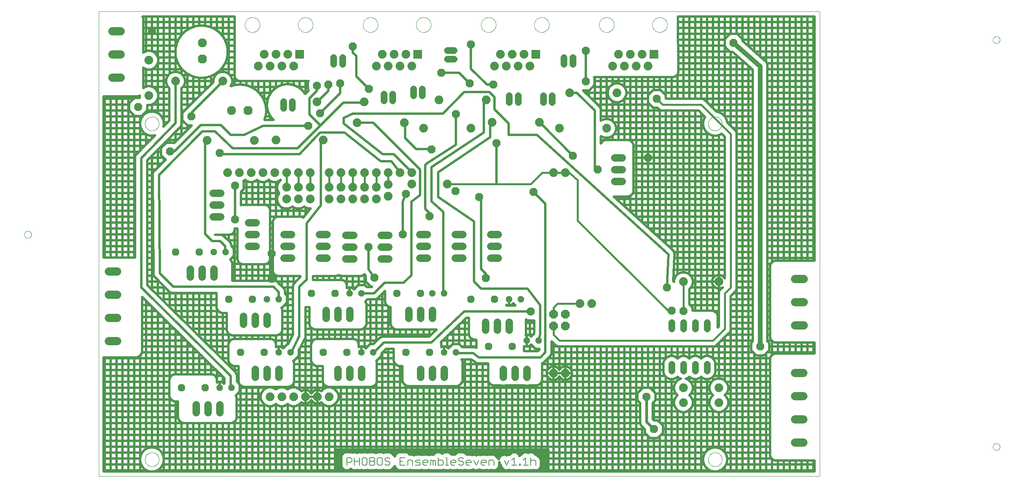
<source format=gtl>
G75*
%MOIN*%
%OFA0B0*%
%FSLAX25Y25*%
%IPPOS*%
%LPD*%
%AMOC8*
5,1,8,0,0,1.08239X$1,22.5*
%
%ADD10C,0.00000*%
%ADD11C,0.00600*%
%ADD12C,0.07400*%
%ADD13R,0.07400X0.07400*%
%ADD14OC8,0.07400*%
%ADD15C,0.05600*%
%ADD16OC8,0.06300*%
%ADD17OC8,0.05600*%
%ADD18C,0.06400*%
%ADD19C,0.07100*%
%ADD20C,0.07600*%
%ADD21OC8,0.07600*%
%ADD22C,0.01600*%
%ADD23OC8,0.06756*%
%ADD24C,0.04000*%
%ADD25C,0.02400*%
%ADD26C,0.02000*%
D10*
X0131965Y0118933D02*
X0131965Y0512929D01*
X0742201Y0512949D01*
X0742201Y0118933D01*
X0131965Y0118933D01*
X0171138Y0133303D02*
X0171140Y0133456D01*
X0171146Y0133610D01*
X0171156Y0133763D01*
X0171170Y0133915D01*
X0171188Y0134068D01*
X0171210Y0134219D01*
X0171235Y0134370D01*
X0171265Y0134521D01*
X0171299Y0134671D01*
X0171336Y0134819D01*
X0171377Y0134967D01*
X0171422Y0135113D01*
X0171471Y0135259D01*
X0171524Y0135403D01*
X0171580Y0135545D01*
X0171640Y0135686D01*
X0171704Y0135826D01*
X0171771Y0135964D01*
X0171842Y0136100D01*
X0171917Y0136234D01*
X0171994Y0136366D01*
X0172076Y0136496D01*
X0172160Y0136624D01*
X0172248Y0136750D01*
X0172339Y0136873D01*
X0172433Y0136994D01*
X0172531Y0137112D01*
X0172631Y0137228D01*
X0172735Y0137341D01*
X0172841Y0137452D01*
X0172950Y0137560D01*
X0173062Y0137665D01*
X0173176Y0137766D01*
X0173294Y0137865D01*
X0173413Y0137961D01*
X0173535Y0138054D01*
X0173660Y0138143D01*
X0173787Y0138230D01*
X0173916Y0138312D01*
X0174047Y0138392D01*
X0174180Y0138468D01*
X0174315Y0138541D01*
X0174452Y0138610D01*
X0174591Y0138675D01*
X0174731Y0138737D01*
X0174873Y0138795D01*
X0175016Y0138850D01*
X0175161Y0138901D01*
X0175307Y0138948D01*
X0175454Y0138991D01*
X0175602Y0139030D01*
X0175751Y0139066D01*
X0175901Y0139097D01*
X0176052Y0139125D01*
X0176203Y0139149D01*
X0176356Y0139169D01*
X0176508Y0139185D01*
X0176661Y0139197D01*
X0176814Y0139205D01*
X0176967Y0139209D01*
X0177121Y0139209D01*
X0177274Y0139205D01*
X0177427Y0139197D01*
X0177580Y0139185D01*
X0177732Y0139169D01*
X0177885Y0139149D01*
X0178036Y0139125D01*
X0178187Y0139097D01*
X0178337Y0139066D01*
X0178486Y0139030D01*
X0178634Y0138991D01*
X0178781Y0138948D01*
X0178927Y0138901D01*
X0179072Y0138850D01*
X0179215Y0138795D01*
X0179357Y0138737D01*
X0179497Y0138675D01*
X0179636Y0138610D01*
X0179773Y0138541D01*
X0179908Y0138468D01*
X0180041Y0138392D01*
X0180172Y0138312D01*
X0180301Y0138230D01*
X0180428Y0138143D01*
X0180553Y0138054D01*
X0180675Y0137961D01*
X0180794Y0137865D01*
X0180912Y0137766D01*
X0181026Y0137665D01*
X0181138Y0137560D01*
X0181247Y0137452D01*
X0181353Y0137341D01*
X0181457Y0137228D01*
X0181557Y0137112D01*
X0181655Y0136994D01*
X0181749Y0136873D01*
X0181840Y0136750D01*
X0181928Y0136624D01*
X0182012Y0136496D01*
X0182094Y0136366D01*
X0182171Y0136234D01*
X0182246Y0136100D01*
X0182317Y0135964D01*
X0182384Y0135826D01*
X0182448Y0135686D01*
X0182508Y0135545D01*
X0182564Y0135403D01*
X0182617Y0135259D01*
X0182666Y0135113D01*
X0182711Y0134967D01*
X0182752Y0134819D01*
X0182789Y0134671D01*
X0182823Y0134521D01*
X0182853Y0134370D01*
X0182878Y0134219D01*
X0182900Y0134068D01*
X0182918Y0133915D01*
X0182932Y0133763D01*
X0182942Y0133610D01*
X0182948Y0133456D01*
X0182950Y0133303D01*
X0182948Y0133150D01*
X0182942Y0132996D01*
X0182932Y0132843D01*
X0182918Y0132691D01*
X0182900Y0132538D01*
X0182878Y0132387D01*
X0182853Y0132236D01*
X0182823Y0132085D01*
X0182789Y0131935D01*
X0182752Y0131787D01*
X0182711Y0131639D01*
X0182666Y0131493D01*
X0182617Y0131347D01*
X0182564Y0131203D01*
X0182508Y0131061D01*
X0182448Y0130920D01*
X0182384Y0130780D01*
X0182317Y0130642D01*
X0182246Y0130506D01*
X0182171Y0130372D01*
X0182094Y0130240D01*
X0182012Y0130110D01*
X0181928Y0129982D01*
X0181840Y0129856D01*
X0181749Y0129733D01*
X0181655Y0129612D01*
X0181557Y0129494D01*
X0181457Y0129378D01*
X0181353Y0129265D01*
X0181247Y0129154D01*
X0181138Y0129046D01*
X0181026Y0128941D01*
X0180912Y0128840D01*
X0180794Y0128741D01*
X0180675Y0128645D01*
X0180553Y0128552D01*
X0180428Y0128463D01*
X0180301Y0128376D01*
X0180172Y0128294D01*
X0180041Y0128214D01*
X0179908Y0128138D01*
X0179773Y0128065D01*
X0179636Y0127996D01*
X0179497Y0127931D01*
X0179357Y0127869D01*
X0179215Y0127811D01*
X0179072Y0127756D01*
X0178927Y0127705D01*
X0178781Y0127658D01*
X0178634Y0127615D01*
X0178486Y0127576D01*
X0178337Y0127540D01*
X0178187Y0127509D01*
X0178036Y0127481D01*
X0177885Y0127457D01*
X0177732Y0127437D01*
X0177580Y0127421D01*
X0177427Y0127409D01*
X0177274Y0127401D01*
X0177121Y0127397D01*
X0176967Y0127397D01*
X0176814Y0127401D01*
X0176661Y0127409D01*
X0176508Y0127421D01*
X0176356Y0127437D01*
X0176203Y0127457D01*
X0176052Y0127481D01*
X0175901Y0127509D01*
X0175751Y0127540D01*
X0175602Y0127576D01*
X0175454Y0127615D01*
X0175307Y0127658D01*
X0175161Y0127705D01*
X0175016Y0127756D01*
X0174873Y0127811D01*
X0174731Y0127869D01*
X0174591Y0127931D01*
X0174452Y0127996D01*
X0174315Y0128065D01*
X0174180Y0128138D01*
X0174047Y0128214D01*
X0173916Y0128294D01*
X0173787Y0128376D01*
X0173660Y0128463D01*
X0173535Y0128552D01*
X0173413Y0128645D01*
X0173294Y0128741D01*
X0173176Y0128840D01*
X0173062Y0128941D01*
X0172950Y0129046D01*
X0172841Y0129154D01*
X0172735Y0129265D01*
X0172631Y0129378D01*
X0172531Y0129494D01*
X0172433Y0129612D01*
X0172339Y0129733D01*
X0172248Y0129856D01*
X0172160Y0129982D01*
X0172076Y0130110D01*
X0171994Y0130240D01*
X0171917Y0130372D01*
X0171842Y0130506D01*
X0171771Y0130642D01*
X0171704Y0130780D01*
X0171640Y0130920D01*
X0171580Y0131061D01*
X0171524Y0131203D01*
X0171471Y0131347D01*
X0171422Y0131493D01*
X0171377Y0131639D01*
X0171336Y0131787D01*
X0171299Y0131935D01*
X0171265Y0132085D01*
X0171235Y0132236D01*
X0171210Y0132387D01*
X0171188Y0132538D01*
X0171170Y0132691D01*
X0171156Y0132843D01*
X0171146Y0132996D01*
X0171140Y0133150D01*
X0171138Y0133303D01*
X0069012Y0323933D02*
X0069014Y0324041D01*
X0069020Y0324150D01*
X0069030Y0324258D01*
X0069044Y0324365D01*
X0069062Y0324472D01*
X0069083Y0324579D01*
X0069109Y0324684D01*
X0069139Y0324789D01*
X0069172Y0324892D01*
X0069209Y0324994D01*
X0069250Y0325094D01*
X0069294Y0325193D01*
X0069343Y0325291D01*
X0069394Y0325386D01*
X0069449Y0325479D01*
X0069508Y0325571D01*
X0069570Y0325660D01*
X0069635Y0325747D01*
X0069703Y0325831D01*
X0069774Y0325913D01*
X0069848Y0325992D01*
X0069925Y0326068D01*
X0070005Y0326142D01*
X0070088Y0326212D01*
X0070173Y0326280D01*
X0070260Y0326344D01*
X0070350Y0326405D01*
X0070442Y0326463D01*
X0070536Y0326517D01*
X0070632Y0326568D01*
X0070729Y0326615D01*
X0070829Y0326659D01*
X0070930Y0326699D01*
X0071032Y0326735D01*
X0071135Y0326767D01*
X0071240Y0326796D01*
X0071346Y0326820D01*
X0071452Y0326841D01*
X0071559Y0326858D01*
X0071667Y0326871D01*
X0071775Y0326880D01*
X0071884Y0326885D01*
X0071992Y0326886D01*
X0072101Y0326883D01*
X0072209Y0326876D01*
X0072317Y0326865D01*
X0072424Y0326850D01*
X0072531Y0326831D01*
X0072637Y0326808D01*
X0072742Y0326782D01*
X0072847Y0326751D01*
X0072949Y0326717D01*
X0073051Y0326679D01*
X0073151Y0326637D01*
X0073250Y0326592D01*
X0073347Y0326543D01*
X0073441Y0326490D01*
X0073534Y0326434D01*
X0073625Y0326375D01*
X0073714Y0326312D01*
X0073800Y0326247D01*
X0073884Y0326178D01*
X0073965Y0326106D01*
X0074043Y0326031D01*
X0074119Y0325953D01*
X0074192Y0325872D01*
X0074262Y0325789D01*
X0074328Y0325704D01*
X0074392Y0325616D01*
X0074452Y0325525D01*
X0074509Y0325433D01*
X0074562Y0325338D01*
X0074612Y0325242D01*
X0074658Y0325144D01*
X0074701Y0325044D01*
X0074740Y0324943D01*
X0074775Y0324840D01*
X0074807Y0324737D01*
X0074834Y0324632D01*
X0074858Y0324526D01*
X0074878Y0324419D01*
X0074894Y0324312D01*
X0074906Y0324204D01*
X0074914Y0324096D01*
X0074918Y0323987D01*
X0074918Y0323879D01*
X0074914Y0323770D01*
X0074906Y0323662D01*
X0074894Y0323554D01*
X0074878Y0323447D01*
X0074858Y0323340D01*
X0074834Y0323234D01*
X0074807Y0323129D01*
X0074775Y0323026D01*
X0074740Y0322923D01*
X0074701Y0322822D01*
X0074658Y0322722D01*
X0074612Y0322624D01*
X0074562Y0322528D01*
X0074509Y0322433D01*
X0074452Y0322341D01*
X0074392Y0322250D01*
X0074328Y0322162D01*
X0074262Y0322077D01*
X0074192Y0321994D01*
X0074119Y0321913D01*
X0074043Y0321835D01*
X0073965Y0321760D01*
X0073884Y0321688D01*
X0073800Y0321619D01*
X0073714Y0321554D01*
X0073625Y0321491D01*
X0073534Y0321432D01*
X0073442Y0321376D01*
X0073347Y0321323D01*
X0073250Y0321274D01*
X0073151Y0321229D01*
X0073051Y0321187D01*
X0072949Y0321149D01*
X0072847Y0321115D01*
X0072742Y0321084D01*
X0072637Y0321058D01*
X0072531Y0321035D01*
X0072424Y0321016D01*
X0072317Y0321001D01*
X0072209Y0320990D01*
X0072101Y0320983D01*
X0071992Y0320980D01*
X0071884Y0320981D01*
X0071775Y0320986D01*
X0071667Y0320995D01*
X0071559Y0321008D01*
X0071452Y0321025D01*
X0071346Y0321046D01*
X0071240Y0321070D01*
X0071135Y0321099D01*
X0071032Y0321131D01*
X0070930Y0321167D01*
X0070829Y0321207D01*
X0070729Y0321251D01*
X0070632Y0321298D01*
X0070536Y0321349D01*
X0070442Y0321403D01*
X0070350Y0321461D01*
X0070260Y0321522D01*
X0070173Y0321586D01*
X0070088Y0321654D01*
X0070005Y0321724D01*
X0069925Y0321798D01*
X0069848Y0321874D01*
X0069774Y0321953D01*
X0069703Y0322035D01*
X0069635Y0322119D01*
X0069570Y0322206D01*
X0069508Y0322295D01*
X0069449Y0322387D01*
X0069394Y0322480D01*
X0069343Y0322575D01*
X0069294Y0322673D01*
X0069250Y0322772D01*
X0069209Y0322872D01*
X0069172Y0322974D01*
X0069139Y0323077D01*
X0069109Y0323182D01*
X0069083Y0323287D01*
X0069062Y0323394D01*
X0069044Y0323501D01*
X0069030Y0323608D01*
X0069020Y0323716D01*
X0069014Y0323825D01*
X0069012Y0323933D01*
X0171138Y0417949D02*
X0171140Y0418102D01*
X0171146Y0418256D01*
X0171156Y0418409D01*
X0171170Y0418561D01*
X0171188Y0418714D01*
X0171210Y0418865D01*
X0171235Y0419016D01*
X0171265Y0419167D01*
X0171299Y0419317D01*
X0171336Y0419465D01*
X0171377Y0419613D01*
X0171422Y0419759D01*
X0171471Y0419905D01*
X0171524Y0420049D01*
X0171580Y0420191D01*
X0171640Y0420332D01*
X0171704Y0420472D01*
X0171771Y0420610D01*
X0171842Y0420746D01*
X0171917Y0420880D01*
X0171994Y0421012D01*
X0172076Y0421142D01*
X0172160Y0421270D01*
X0172248Y0421396D01*
X0172339Y0421519D01*
X0172433Y0421640D01*
X0172531Y0421758D01*
X0172631Y0421874D01*
X0172735Y0421987D01*
X0172841Y0422098D01*
X0172950Y0422206D01*
X0173062Y0422311D01*
X0173176Y0422412D01*
X0173294Y0422511D01*
X0173413Y0422607D01*
X0173535Y0422700D01*
X0173660Y0422789D01*
X0173787Y0422876D01*
X0173916Y0422958D01*
X0174047Y0423038D01*
X0174180Y0423114D01*
X0174315Y0423187D01*
X0174452Y0423256D01*
X0174591Y0423321D01*
X0174731Y0423383D01*
X0174873Y0423441D01*
X0175016Y0423496D01*
X0175161Y0423547D01*
X0175307Y0423594D01*
X0175454Y0423637D01*
X0175602Y0423676D01*
X0175751Y0423712D01*
X0175901Y0423743D01*
X0176052Y0423771D01*
X0176203Y0423795D01*
X0176356Y0423815D01*
X0176508Y0423831D01*
X0176661Y0423843D01*
X0176814Y0423851D01*
X0176967Y0423855D01*
X0177121Y0423855D01*
X0177274Y0423851D01*
X0177427Y0423843D01*
X0177580Y0423831D01*
X0177732Y0423815D01*
X0177885Y0423795D01*
X0178036Y0423771D01*
X0178187Y0423743D01*
X0178337Y0423712D01*
X0178486Y0423676D01*
X0178634Y0423637D01*
X0178781Y0423594D01*
X0178927Y0423547D01*
X0179072Y0423496D01*
X0179215Y0423441D01*
X0179357Y0423383D01*
X0179497Y0423321D01*
X0179636Y0423256D01*
X0179773Y0423187D01*
X0179908Y0423114D01*
X0180041Y0423038D01*
X0180172Y0422958D01*
X0180301Y0422876D01*
X0180428Y0422789D01*
X0180553Y0422700D01*
X0180675Y0422607D01*
X0180794Y0422511D01*
X0180912Y0422412D01*
X0181026Y0422311D01*
X0181138Y0422206D01*
X0181247Y0422098D01*
X0181353Y0421987D01*
X0181457Y0421874D01*
X0181557Y0421758D01*
X0181655Y0421640D01*
X0181749Y0421519D01*
X0181840Y0421396D01*
X0181928Y0421270D01*
X0182012Y0421142D01*
X0182094Y0421012D01*
X0182171Y0420880D01*
X0182246Y0420746D01*
X0182317Y0420610D01*
X0182384Y0420472D01*
X0182448Y0420332D01*
X0182508Y0420191D01*
X0182564Y0420049D01*
X0182617Y0419905D01*
X0182666Y0419759D01*
X0182711Y0419613D01*
X0182752Y0419465D01*
X0182789Y0419317D01*
X0182823Y0419167D01*
X0182853Y0419016D01*
X0182878Y0418865D01*
X0182900Y0418714D01*
X0182918Y0418561D01*
X0182932Y0418409D01*
X0182942Y0418256D01*
X0182948Y0418102D01*
X0182950Y0417949D01*
X0182948Y0417796D01*
X0182942Y0417642D01*
X0182932Y0417489D01*
X0182918Y0417337D01*
X0182900Y0417184D01*
X0182878Y0417033D01*
X0182853Y0416882D01*
X0182823Y0416731D01*
X0182789Y0416581D01*
X0182752Y0416433D01*
X0182711Y0416285D01*
X0182666Y0416139D01*
X0182617Y0415993D01*
X0182564Y0415849D01*
X0182508Y0415707D01*
X0182448Y0415566D01*
X0182384Y0415426D01*
X0182317Y0415288D01*
X0182246Y0415152D01*
X0182171Y0415018D01*
X0182094Y0414886D01*
X0182012Y0414756D01*
X0181928Y0414628D01*
X0181840Y0414502D01*
X0181749Y0414379D01*
X0181655Y0414258D01*
X0181557Y0414140D01*
X0181457Y0414024D01*
X0181353Y0413911D01*
X0181247Y0413800D01*
X0181138Y0413692D01*
X0181026Y0413587D01*
X0180912Y0413486D01*
X0180794Y0413387D01*
X0180675Y0413291D01*
X0180553Y0413198D01*
X0180428Y0413109D01*
X0180301Y0413022D01*
X0180172Y0412940D01*
X0180041Y0412860D01*
X0179908Y0412784D01*
X0179773Y0412711D01*
X0179636Y0412642D01*
X0179497Y0412577D01*
X0179357Y0412515D01*
X0179215Y0412457D01*
X0179072Y0412402D01*
X0178927Y0412351D01*
X0178781Y0412304D01*
X0178634Y0412261D01*
X0178486Y0412222D01*
X0178337Y0412186D01*
X0178187Y0412155D01*
X0178036Y0412127D01*
X0177885Y0412103D01*
X0177732Y0412083D01*
X0177580Y0412067D01*
X0177427Y0412055D01*
X0177274Y0412047D01*
X0177121Y0412043D01*
X0176967Y0412043D01*
X0176814Y0412047D01*
X0176661Y0412055D01*
X0176508Y0412067D01*
X0176356Y0412083D01*
X0176203Y0412103D01*
X0176052Y0412127D01*
X0175901Y0412155D01*
X0175751Y0412186D01*
X0175602Y0412222D01*
X0175454Y0412261D01*
X0175307Y0412304D01*
X0175161Y0412351D01*
X0175016Y0412402D01*
X0174873Y0412457D01*
X0174731Y0412515D01*
X0174591Y0412577D01*
X0174452Y0412642D01*
X0174315Y0412711D01*
X0174180Y0412784D01*
X0174047Y0412860D01*
X0173916Y0412940D01*
X0173787Y0413022D01*
X0173660Y0413109D01*
X0173535Y0413198D01*
X0173413Y0413291D01*
X0173294Y0413387D01*
X0173176Y0413486D01*
X0173062Y0413587D01*
X0172950Y0413692D01*
X0172841Y0413800D01*
X0172735Y0413911D01*
X0172631Y0414024D01*
X0172531Y0414140D01*
X0172433Y0414258D01*
X0172339Y0414379D01*
X0172248Y0414502D01*
X0172160Y0414628D01*
X0172076Y0414756D01*
X0171994Y0414886D01*
X0171917Y0415018D01*
X0171842Y0415152D01*
X0171771Y0415288D01*
X0171704Y0415426D01*
X0171640Y0415566D01*
X0171580Y0415707D01*
X0171524Y0415849D01*
X0171471Y0415993D01*
X0171422Y0416139D01*
X0171377Y0416285D01*
X0171336Y0416433D01*
X0171299Y0416581D01*
X0171265Y0416731D01*
X0171235Y0416882D01*
X0171210Y0417033D01*
X0171188Y0417184D01*
X0171170Y0417337D01*
X0171156Y0417489D01*
X0171146Y0417642D01*
X0171140Y0417796D01*
X0171138Y0417949D01*
X0255666Y0501728D02*
X0255668Y0501886D01*
X0255674Y0502044D01*
X0255684Y0502202D01*
X0255698Y0502360D01*
X0255716Y0502517D01*
X0255737Y0502674D01*
X0255763Y0502830D01*
X0255793Y0502986D01*
X0255826Y0503141D01*
X0255864Y0503294D01*
X0255905Y0503447D01*
X0255950Y0503599D01*
X0255999Y0503750D01*
X0256052Y0503899D01*
X0256108Y0504047D01*
X0256168Y0504193D01*
X0256232Y0504338D01*
X0256300Y0504481D01*
X0256371Y0504623D01*
X0256445Y0504763D01*
X0256523Y0504900D01*
X0256605Y0505036D01*
X0256689Y0505170D01*
X0256778Y0505301D01*
X0256869Y0505430D01*
X0256964Y0505557D01*
X0257061Y0505682D01*
X0257162Y0505804D01*
X0257266Y0505923D01*
X0257373Y0506040D01*
X0257483Y0506154D01*
X0257596Y0506265D01*
X0257711Y0506374D01*
X0257829Y0506479D01*
X0257950Y0506581D01*
X0258073Y0506681D01*
X0258199Y0506777D01*
X0258327Y0506870D01*
X0258457Y0506960D01*
X0258590Y0507046D01*
X0258725Y0507130D01*
X0258861Y0507209D01*
X0259000Y0507286D01*
X0259141Y0507358D01*
X0259283Y0507428D01*
X0259427Y0507493D01*
X0259573Y0507555D01*
X0259720Y0507613D01*
X0259869Y0507668D01*
X0260019Y0507719D01*
X0260170Y0507766D01*
X0260322Y0507809D01*
X0260475Y0507848D01*
X0260630Y0507884D01*
X0260785Y0507915D01*
X0260941Y0507943D01*
X0261097Y0507967D01*
X0261254Y0507987D01*
X0261412Y0508003D01*
X0261569Y0508015D01*
X0261728Y0508023D01*
X0261886Y0508027D01*
X0262044Y0508027D01*
X0262202Y0508023D01*
X0262361Y0508015D01*
X0262518Y0508003D01*
X0262676Y0507987D01*
X0262833Y0507967D01*
X0262989Y0507943D01*
X0263145Y0507915D01*
X0263300Y0507884D01*
X0263455Y0507848D01*
X0263608Y0507809D01*
X0263760Y0507766D01*
X0263911Y0507719D01*
X0264061Y0507668D01*
X0264210Y0507613D01*
X0264357Y0507555D01*
X0264503Y0507493D01*
X0264647Y0507428D01*
X0264789Y0507358D01*
X0264930Y0507286D01*
X0265069Y0507209D01*
X0265205Y0507130D01*
X0265340Y0507046D01*
X0265473Y0506960D01*
X0265603Y0506870D01*
X0265731Y0506777D01*
X0265857Y0506681D01*
X0265980Y0506581D01*
X0266101Y0506479D01*
X0266219Y0506374D01*
X0266334Y0506265D01*
X0266447Y0506154D01*
X0266557Y0506040D01*
X0266664Y0505923D01*
X0266768Y0505804D01*
X0266869Y0505682D01*
X0266966Y0505557D01*
X0267061Y0505430D01*
X0267152Y0505301D01*
X0267241Y0505170D01*
X0267325Y0505036D01*
X0267407Y0504900D01*
X0267485Y0504763D01*
X0267559Y0504623D01*
X0267630Y0504481D01*
X0267698Y0504338D01*
X0267762Y0504193D01*
X0267822Y0504047D01*
X0267878Y0503899D01*
X0267931Y0503750D01*
X0267980Y0503599D01*
X0268025Y0503447D01*
X0268066Y0503294D01*
X0268104Y0503141D01*
X0268137Y0502986D01*
X0268167Y0502830D01*
X0268193Y0502674D01*
X0268214Y0502517D01*
X0268232Y0502360D01*
X0268246Y0502202D01*
X0268256Y0502044D01*
X0268262Y0501886D01*
X0268264Y0501728D01*
X0268262Y0501570D01*
X0268256Y0501412D01*
X0268246Y0501254D01*
X0268232Y0501096D01*
X0268214Y0500939D01*
X0268193Y0500782D01*
X0268167Y0500626D01*
X0268137Y0500470D01*
X0268104Y0500315D01*
X0268066Y0500162D01*
X0268025Y0500009D01*
X0267980Y0499857D01*
X0267931Y0499706D01*
X0267878Y0499557D01*
X0267822Y0499409D01*
X0267762Y0499263D01*
X0267698Y0499118D01*
X0267630Y0498975D01*
X0267559Y0498833D01*
X0267485Y0498693D01*
X0267407Y0498556D01*
X0267325Y0498420D01*
X0267241Y0498286D01*
X0267152Y0498155D01*
X0267061Y0498026D01*
X0266966Y0497899D01*
X0266869Y0497774D01*
X0266768Y0497652D01*
X0266664Y0497533D01*
X0266557Y0497416D01*
X0266447Y0497302D01*
X0266334Y0497191D01*
X0266219Y0497082D01*
X0266101Y0496977D01*
X0265980Y0496875D01*
X0265857Y0496775D01*
X0265731Y0496679D01*
X0265603Y0496586D01*
X0265473Y0496496D01*
X0265340Y0496410D01*
X0265205Y0496326D01*
X0265069Y0496247D01*
X0264930Y0496170D01*
X0264789Y0496098D01*
X0264647Y0496028D01*
X0264503Y0495963D01*
X0264357Y0495901D01*
X0264210Y0495843D01*
X0264061Y0495788D01*
X0263911Y0495737D01*
X0263760Y0495690D01*
X0263608Y0495647D01*
X0263455Y0495608D01*
X0263300Y0495572D01*
X0263145Y0495541D01*
X0262989Y0495513D01*
X0262833Y0495489D01*
X0262676Y0495469D01*
X0262518Y0495453D01*
X0262361Y0495441D01*
X0262202Y0495433D01*
X0262044Y0495429D01*
X0261886Y0495429D01*
X0261728Y0495433D01*
X0261569Y0495441D01*
X0261412Y0495453D01*
X0261254Y0495469D01*
X0261097Y0495489D01*
X0260941Y0495513D01*
X0260785Y0495541D01*
X0260630Y0495572D01*
X0260475Y0495608D01*
X0260322Y0495647D01*
X0260170Y0495690D01*
X0260019Y0495737D01*
X0259869Y0495788D01*
X0259720Y0495843D01*
X0259573Y0495901D01*
X0259427Y0495963D01*
X0259283Y0496028D01*
X0259141Y0496098D01*
X0259000Y0496170D01*
X0258861Y0496247D01*
X0258725Y0496326D01*
X0258590Y0496410D01*
X0258457Y0496496D01*
X0258327Y0496586D01*
X0258199Y0496679D01*
X0258073Y0496775D01*
X0257950Y0496875D01*
X0257829Y0496977D01*
X0257711Y0497082D01*
X0257596Y0497191D01*
X0257483Y0497302D01*
X0257373Y0497416D01*
X0257266Y0497533D01*
X0257162Y0497652D01*
X0257061Y0497774D01*
X0256964Y0497899D01*
X0256869Y0498026D01*
X0256778Y0498155D01*
X0256689Y0498286D01*
X0256605Y0498420D01*
X0256523Y0498556D01*
X0256445Y0498693D01*
X0256371Y0498833D01*
X0256300Y0498975D01*
X0256232Y0499118D01*
X0256168Y0499263D01*
X0256108Y0499409D01*
X0256052Y0499557D01*
X0255999Y0499706D01*
X0255950Y0499857D01*
X0255905Y0500009D01*
X0255864Y0500162D01*
X0255826Y0500315D01*
X0255793Y0500470D01*
X0255763Y0500626D01*
X0255737Y0500782D01*
X0255716Y0500939D01*
X0255698Y0501096D01*
X0255684Y0501254D01*
X0255674Y0501412D01*
X0255668Y0501570D01*
X0255666Y0501728D01*
X0300666Y0501728D02*
X0300668Y0501886D01*
X0300674Y0502044D01*
X0300684Y0502202D01*
X0300698Y0502360D01*
X0300716Y0502517D01*
X0300737Y0502674D01*
X0300763Y0502830D01*
X0300793Y0502986D01*
X0300826Y0503141D01*
X0300864Y0503294D01*
X0300905Y0503447D01*
X0300950Y0503599D01*
X0300999Y0503750D01*
X0301052Y0503899D01*
X0301108Y0504047D01*
X0301168Y0504193D01*
X0301232Y0504338D01*
X0301300Y0504481D01*
X0301371Y0504623D01*
X0301445Y0504763D01*
X0301523Y0504900D01*
X0301605Y0505036D01*
X0301689Y0505170D01*
X0301778Y0505301D01*
X0301869Y0505430D01*
X0301964Y0505557D01*
X0302061Y0505682D01*
X0302162Y0505804D01*
X0302266Y0505923D01*
X0302373Y0506040D01*
X0302483Y0506154D01*
X0302596Y0506265D01*
X0302711Y0506374D01*
X0302829Y0506479D01*
X0302950Y0506581D01*
X0303073Y0506681D01*
X0303199Y0506777D01*
X0303327Y0506870D01*
X0303457Y0506960D01*
X0303590Y0507046D01*
X0303725Y0507130D01*
X0303861Y0507209D01*
X0304000Y0507286D01*
X0304141Y0507358D01*
X0304283Y0507428D01*
X0304427Y0507493D01*
X0304573Y0507555D01*
X0304720Y0507613D01*
X0304869Y0507668D01*
X0305019Y0507719D01*
X0305170Y0507766D01*
X0305322Y0507809D01*
X0305475Y0507848D01*
X0305630Y0507884D01*
X0305785Y0507915D01*
X0305941Y0507943D01*
X0306097Y0507967D01*
X0306254Y0507987D01*
X0306412Y0508003D01*
X0306569Y0508015D01*
X0306728Y0508023D01*
X0306886Y0508027D01*
X0307044Y0508027D01*
X0307202Y0508023D01*
X0307361Y0508015D01*
X0307518Y0508003D01*
X0307676Y0507987D01*
X0307833Y0507967D01*
X0307989Y0507943D01*
X0308145Y0507915D01*
X0308300Y0507884D01*
X0308455Y0507848D01*
X0308608Y0507809D01*
X0308760Y0507766D01*
X0308911Y0507719D01*
X0309061Y0507668D01*
X0309210Y0507613D01*
X0309357Y0507555D01*
X0309503Y0507493D01*
X0309647Y0507428D01*
X0309789Y0507358D01*
X0309930Y0507286D01*
X0310069Y0507209D01*
X0310205Y0507130D01*
X0310340Y0507046D01*
X0310473Y0506960D01*
X0310603Y0506870D01*
X0310731Y0506777D01*
X0310857Y0506681D01*
X0310980Y0506581D01*
X0311101Y0506479D01*
X0311219Y0506374D01*
X0311334Y0506265D01*
X0311447Y0506154D01*
X0311557Y0506040D01*
X0311664Y0505923D01*
X0311768Y0505804D01*
X0311869Y0505682D01*
X0311966Y0505557D01*
X0312061Y0505430D01*
X0312152Y0505301D01*
X0312241Y0505170D01*
X0312325Y0505036D01*
X0312407Y0504900D01*
X0312485Y0504763D01*
X0312559Y0504623D01*
X0312630Y0504481D01*
X0312698Y0504338D01*
X0312762Y0504193D01*
X0312822Y0504047D01*
X0312878Y0503899D01*
X0312931Y0503750D01*
X0312980Y0503599D01*
X0313025Y0503447D01*
X0313066Y0503294D01*
X0313104Y0503141D01*
X0313137Y0502986D01*
X0313167Y0502830D01*
X0313193Y0502674D01*
X0313214Y0502517D01*
X0313232Y0502360D01*
X0313246Y0502202D01*
X0313256Y0502044D01*
X0313262Y0501886D01*
X0313264Y0501728D01*
X0313262Y0501570D01*
X0313256Y0501412D01*
X0313246Y0501254D01*
X0313232Y0501096D01*
X0313214Y0500939D01*
X0313193Y0500782D01*
X0313167Y0500626D01*
X0313137Y0500470D01*
X0313104Y0500315D01*
X0313066Y0500162D01*
X0313025Y0500009D01*
X0312980Y0499857D01*
X0312931Y0499706D01*
X0312878Y0499557D01*
X0312822Y0499409D01*
X0312762Y0499263D01*
X0312698Y0499118D01*
X0312630Y0498975D01*
X0312559Y0498833D01*
X0312485Y0498693D01*
X0312407Y0498556D01*
X0312325Y0498420D01*
X0312241Y0498286D01*
X0312152Y0498155D01*
X0312061Y0498026D01*
X0311966Y0497899D01*
X0311869Y0497774D01*
X0311768Y0497652D01*
X0311664Y0497533D01*
X0311557Y0497416D01*
X0311447Y0497302D01*
X0311334Y0497191D01*
X0311219Y0497082D01*
X0311101Y0496977D01*
X0310980Y0496875D01*
X0310857Y0496775D01*
X0310731Y0496679D01*
X0310603Y0496586D01*
X0310473Y0496496D01*
X0310340Y0496410D01*
X0310205Y0496326D01*
X0310069Y0496247D01*
X0309930Y0496170D01*
X0309789Y0496098D01*
X0309647Y0496028D01*
X0309503Y0495963D01*
X0309357Y0495901D01*
X0309210Y0495843D01*
X0309061Y0495788D01*
X0308911Y0495737D01*
X0308760Y0495690D01*
X0308608Y0495647D01*
X0308455Y0495608D01*
X0308300Y0495572D01*
X0308145Y0495541D01*
X0307989Y0495513D01*
X0307833Y0495489D01*
X0307676Y0495469D01*
X0307518Y0495453D01*
X0307361Y0495441D01*
X0307202Y0495433D01*
X0307044Y0495429D01*
X0306886Y0495429D01*
X0306728Y0495433D01*
X0306569Y0495441D01*
X0306412Y0495453D01*
X0306254Y0495469D01*
X0306097Y0495489D01*
X0305941Y0495513D01*
X0305785Y0495541D01*
X0305630Y0495572D01*
X0305475Y0495608D01*
X0305322Y0495647D01*
X0305170Y0495690D01*
X0305019Y0495737D01*
X0304869Y0495788D01*
X0304720Y0495843D01*
X0304573Y0495901D01*
X0304427Y0495963D01*
X0304283Y0496028D01*
X0304141Y0496098D01*
X0304000Y0496170D01*
X0303861Y0496247D01*
X0303725Y0496326D01*
X0303590Y0496410D01*
X0303457Y0496496D01*
X0303327Y0496586D01*
X0303199Y0496679D01*
X0303073Y0496775D01*
X0302950Y0496875D01*
X0302829Y0496977D01*
X0302711Y0497082D01*
X0302596Y0497191D01*
X0302483Y0497302D01*
X0302373Y0497416D01*
X0302266Y0497533D01*
X0302162Y0497652D01*
X0302061Y0497774D01*
X0301964Y0497899D01*
X0301869Y0498026D01*
X0301778Y0498155D01*
X0301689Y0498286D01*
X0301605Y0498420D01*
X0301523Y0498556D01*
X0301445Y0498693D01*
X0301371Y0498833D01*
X0301300Y0498975D01*
X0301232Y0499118D01*
X0301168Y0499263D01*
X0301108Y0499409D01*
X0301052Y0499557D01*
X0300999Y0499706D01*
X0300950Y0499857D01*
X0300905Y0500009D01*
X0300864Y0500162D01*
X0300826Y0500315D01*
X0300793Y0500470D01*
X0300763Y0500626D01*
X0300737Y0500782D01*
X0300716Y0500939D01*
X0300698Y0501096D01*
X0300684Y0501254D01*
X0300674Y0501412D01*
X0300668Y0501570D01*
X0300666Y0501728D01*
X0355666Y0501728D02*
X0355668Y0501886D01*
X0355674Y0502044D01*
X0355684Y0502202D01*
X0355698Y0502360D01*
X0355716Y0502517D01*
X0355737Y0502674D01*
X0355763Y0502830D01*
X0355793Y0502986D01*
X0355826Y0503141D01*
X0355864Y0503294D01*
X0355905Y0503447D01*
X0355950Y0503599D01*
X0355999Y0503750D01*
X0356052Y0503899D01*
X0356108Y0504047D01*
X0356168Y0504193D01*
X0356232Y0504338D01*
X0356300Y0504481D01*
X0356371Y0504623D01*
X0356445Y0504763D01*
X0356523Y0504900D01*
X0356605Y0505036D01*
X0356689Y0505170D01*
X0356778Y0505301D01*
X0356869Y0505430D01*
X0356964Y0505557D01*
X0357061Y0505682D01*
X0357162Y0505804D01*
X0357266Y0505923D01*
X0357373Y0506040D01*
X0357483Y0506154D01*
X0357596Y0506265D01*
X0357711Y0506374D01*
X0357829Y0506479D01*
X0357950Y0506581D01*
X0358073Y0506681D01*
X0358199Y0506777D01*
X0358327Y0506870D01*
X0358457Y0506960D01*
X0358590Y0507046D01*
X0358725Y0507130D01*
X0358861Y0507209D01*
X0359000Y0507286D01*
X0359141Y0507358D01*
X0359283Y0507428D01*
X0359427Y0507493D01*
X0359573Y0507555D01*
X0359720Y0507613D01*
X0359869Y0507668D01*
X0360019Y0507719D01*
X0360170Y0507766D01*
X0360322Y0507809D01*
X0360475Y0507848D01*
X0360630Y0507884D01*
X0360785Y0507915D01*
X0360941Y0507943D01*
X0361097Y0507967D01*
X0361254Y0507987D01*
X0361412Y0508003D01*
X0361569Y0508015D01*
X0361728Y0508023D01*
X0361886Y0508027D01*
X0362044Y0508027D01*
X0362202Y0508023D01*
X0362361Y0508015D01*
X0362518Y0508003D01*
X0362676Y0507987D01*
X0362833Y0507967D01*
X0362989Y0507943D01*
X0363145Y0507915D01*
X0363300Y0507884D01*
X0363455Y0507848D01*
X0363608Y0507809D01*
X0363760Y0507766D01*
X0363911Y0507719D01*
X0364061Y0507668D01*
X0364210Y0507613D01*
X0364357Y0507555D01*
X0364503Y0507493D01*
X0364647Y0507428D01*
X0364789Y0507358D01*
X0364930Y0507286D01*
X0365069Y0507209D01*
X0365205Y0507130D01*
X0365340Y0507046D01*
X0365473Y0506960D01*
X0365603Y0506870D01*
X0365731Y0506777D01*
X0365857Y0506681D01*
X0365980Y0506581D01*
X0366101Y0506479D01*
X0366219Y0506374D01*
X0366334Y0506265D01*
X0366447Y0506154D01*
X0366557Y0506040D01*
X0366664Y0505923D01*
X0366768Y0505804D01*
X0366869Y0505682D01*
X0366966Y0505557D01*
X0367061Y0505430D01*
X0367152Y0505301D01*
X0367241Y0505170D01*
X0367325Y0505036D01*
X0367407Y0504900D01*
X0367485Y0504763D01*
X0367559Y0504623D01*
X0367630Y0504481D01*
X0367698Y0504338D01*
X0367762Y0504193D01*
X0367822Y0504047D01*
X0367878Y0503899D01*
X0367931Y0503750D01*
X0367980Y0503599D01*
X0368025Y0503447D01*
X0368066Y0503294D01*
X0368104Y0503141D01*
X0368137Y0502986D01*
X0368167Y0502830D01*
X0368193Y0502674D01*
X0368214Y0502517D01*
X0368232Y0502360D01*
X0368246Y0502202D01*
X0368256Y0502044D01*
X0368262Y0501886D01*
X0368264Y0501728D01*
X0368262Y0501570D01*
X0368256Y0501412D01*
X0368246Y0501254D01*
X0368232Y0501096D01*
X0368214Y0500939D01*
X0368193Y0500782D01*
X0368167Y0500626D01*
X0368137Y0500470D01*
X0368104Y0500315D01*
X0368066Y0500162D01*
X0368025Y0500009D01*
X0367980Y0499857D01*
X0367931Y0499706D01*
X0367878Y0499557D01*
X0367822Y0499409D01*
X0367762Y0499263D01*
X0367698Y0499118D01*
X0367630Y0498975D01*
X0367559Y0498833D01*
X0367485Y0498693D01*
X0367407Y0498556D01*
X0367325Y0498420D01*
X0367241Y0498286D01*
X0367152Y0498155D01*
X0367061Y0498026D01*
X0366966Y0497899D01*
X0366869Y0497774D01*
X0366768Y0497652D01*
X0366664Y0497533D01*
X0366557Y0497416D01*
X0366447Y0497302D01*
X0366334Y0497191D01*
X0366219Y0497082D01*
X0366101Y0496977D01*
X0365980Y0496875D01*
X0365857Y0496775D01*
X0365731Y0496679D01*
X0365603Y0496586D01*
X0365473Y0496496D01*
X0365340Y0496410D01*
X0365205Y0496326D01*
X0365069Y0496247D01*
X0364930Y0496170D01*
X0364789Y0496098D01*
X0364647Y0496028D01*
X0364503Y0495963D01*
X0364357Y0495901D01*
X0364210Y0495843D01*
X0364061Y0495788D01*
X0363911Y0495737D01*
X0363760Y0495690D01*
X0363608Y0495647D01*
X0363455Y0495608D01*
X0363300Y0495572D01*
X0363145Y0495541D01*
X0362989Y0495513D01*
X0362833Y0495489D01*
X0362676Y0495469D01*
X0362518Y0495453D01*
X0362361Y0495441D01*
X0362202Y0495433D01*
X0362044Y0495429D01*
X0361886Y0495429D01*
X0361728Y0495433D01*
X0361569Y0495441D01*
X0361412Y0495453D01*
X0361254Y0495469D01*
X0361097Y0495489D01*
X0360941Y0495513D01*
X0360785Y0495541D01*
X0360630Y0495572D01*
X0360475Y0495608D01*
X0360322Y0495647D01*
X0360170Y0495690D01*
X0360019Y0495737D01*
X0359869Y0495788D01*
X0359720Y0495843D01*
X0359573Y0495901D01*
X0359427Y0495963D01*
X0359283Y0496028D01*
X0359141Y0496098D01*
X0359000Y0496170D01*
X0358861Y0496247D01*
X0358725Y0496326D01*
X0358590Y0496410D01*
X0358457Y0496496D01*
X0358327Y0496586D01*
X0358199Y0496679D01*
X0358073Y0496775D01*
X0357950Y0496875D01*
X0357829Y0496977D01*
X0357711Y0497082D01*
X0357596Y0497191D01*
X0357483Y0497302D01*
X0357373Y0497416D01*
X0357266Y0497533D01*
X0357162Y0497652D01*
X0357061Y0497774D01*
X0356964Y0497899D01*
X0356869Y0498026D01*
X0356778Y0498155D01*
X0356689Y0498286D01*
X0356605Y0498420D01*
X0356523Y0498556D01*
X0356445Y0498693D01*
X0356371Y0498833D01*
X0356300Y0498975D01*
X0356232Y0499118D01*
X0356168Y0499263D01*
X0356108Y0499409D01*
X0356052Y0499557D01*
X0355999Y0499706D01*
X0355950Y0499857D01*
X0355905Y0500009D01*
X0355864Y0500162D01*
X0355826Y0500315D01*
X0355793Y0500470D01*
X0355763Y0500626D01*
X0355737Y0500782D01*
X0355716Y0500939D01*
X0355698Y0501096D01*
X0355684Y0501254D01*
X0355674Y0501412D01*
X0355668Y0501570D01*
X0355666Y0501728D01*
X0400666Y0501728D02*
X0400668Y0501886D01*
X0400674Y0502044D01*
X0400684Y0502202D01*
X0400698Y0502360D01*
X0400716Y0502517D01*
X0400737Y0502674D01*
X0400763Y0502830D01*
X0400793Y0502986D01*
X0400826Y0503141D01*
X0400864Y0503294D01*
X0400905Y0503447D01*
X0400950Y0503599D01*
X0400999Y0503750D01*
X0401052Y0503899D01*
X0401108Y0504047D01*
X0401168Y0504193D01*
X0401232Y0504338D01*
X0401300Y0504481D01*
X0401371Y0504623D01*
X0401445Y0504763D01*
X0401523Y0504900D01*
X0401605Y0505036D01*
X0401689Y0505170D01*
X0401778Y0505301D01*
X0401869Y0505430D01*
X0401964Y0505557D01*
X0402061Y0505682D01*
X0402162Y0505804D01*
X0402266Y0505923D01*
X0402373Y0506040D01*
X0402483Y0506154D01*
X0402596Y0506265D01*
X0402711Y0506374D01*
X0402829Y0506479D01*
X0402950Y0506581D01*
X0403073Y0506681D01*
X0403199Y0506777D01*
X0403327Y0506870D01*
X0403457Y0506960D01*
X0403590Y0507046D01*
X0403725Y0507130D01*
X0403861Y0507209D01*
X0404000Y0507286D01*
X0404141Y0507358D01*
X0404283Y0507428D01*
X0404427Y0507493D01*
X0404573Y0507555D01*
X0404720Y0507613D01*
X0404869Y0507668D01*
X0405019Y0507719D01*
X0405170Y0507766D01*
X0405322Y0507809D01*
X0405475Y0507848D01*
X0405630Y0507884D01*
X0405785Y0507915D01*
X0405941Y0507943D01*
X0406097Y0507967D01*
X0406254Y0507987D01*
X0406412Y0508003D01*
X0406569Y0508015D01*
X0406728Y0508023D01*
X0406886Y0508027D01*
X0407044Y0508027D01*
X0407202Y0508023D01*
X0407361Y0508015D01*
X0407518Y0508003D01*
X0407676Y0507987D01*
X0407833Y0507967D01*
X0407989Y0507943D01*
X0408145Y0507915D01*
X0408300Y0507884D01*
X0408455Y0507848D01*
X0408608Y0507809D01*
X0408760Y0507766D01*
X0408911Y0507719D01*
X0409061Y0507668D01*
X0409210Y0507613D01*
X0409357Y0507555D01*
X0409503Y0507493D01*
X0409647Y0507428D01*
X0409789Y0507358D01*
X0409930Y0507286D01*
X0410069Y0507209D01*
X0410205Y0507130D01*
X0410340Y0507046D01*
X0410473Y0506960D01*
X0410603Y0506870D01*
X0410731Y0506777D01*
X0410857Y0506681D01*
X0410980Y0506581D01*
X0411101Y0506479D01*
X0411219Y0506374D01*
X0411334Y0506265D01*
X0411447Y0506154D01*
X0411557Y0506040D01*
X0411664Y0505923D01*
X0411768Y0505804D01*
X0411869Y0505682D01*
X0411966Y0505557D01*
X0412061Y0505430D01*
X0412152Y0505301D01*
X0412241Y0505170D01*
X0412325Y0505036D01*
X0412407Y0504900D01*
X0412485Y0504763D01*
X0412559Y0504623D01*
X0412630Y0504481D01*
X0412698Y0504338D01*
X0412762Y0504193D01*
X0412822Y0504047D01*
X0412878Y0503899D01*
X0412931Y0503750D01*
X0412980Y0503599D01*
X0413025Y0503447D01*
X0413066Y0503294D01*
X0413104Y0503141D01*
X0413137Y0502986D01*
X0413167Y0502830D01*
X0413193Y0502674D01*
X0413214Y0502517D01*
X0413232Y0502360D01*
X0413246Y0502202D01*
X0413256Y0502044D01*
X0413262Y0501886D01*
X0413264Y0501728D01*
X0413262Y0501570D01*
X0413256Y0501412D01*
X0413246Y0501254D01*
X0413232Y0501096D01*
X0413214Y0500939D01*
X0413193Y0500782D01*
X0413167Y0500626D01*
X0413137Y0500470D01*
X0413104Y0500315D01*
X0413066Y0500162D01*
X0413025Y0500009D01*
X0412980Y0499857D01*
X0412931Y0499706D01*
X0412878Y0499557D01*
X0412822Y0499409D01*
X0412762Y0499263D01*
X0412698Y0499118D01*
X0412630Y0498975D01*
X0412559Y0498833D01*
X0412485Y0498693D01*
X0412407Y0498556D01*
X0412325Y0498420D01*
X0412241Y0498286D01*
X0412152Y0498155D01*
X0412061Y0498026D01*
X0411966Y0497899D01*
X0411869Y0497774D01*
X0411768Y0497652D01*
X0411664Y0497533D01*
X0411557Y0497416D01*
X0411447Y0497302D01*
X0411334Y0497191D01*
X0411219Y0497082D01*
X0411101Y0496977D01*
X0410980Y0496875D01*
X0410857Y0496775D01*
X0410731Y0496679D01*
X0410603Y0496586D01*
X0410473Y0496496D01*
X0410340Y0496410D01*
X0410205Y0496326D01*
X0410069Y0496247D01*
X0409930Y0496170D01*
X0409789Y0496098D01*
X0409647Y0496028D01*
X0409503Y0495963D01*
X0409357Y0495901D01*
X0409210Y0495843D01*
X0409061Y0495788D01*
X0408911Y0495737D01*
X0408760Y0495690D01*
X0408608Y0495647D01*
X0408455Y0495608D01*
X0408300Y0495572D01*
X0408145Y0495541D01*
X0407989Y0495513D01*
X0407833Y0495489D01*
X0407676Y0495469D01*
X0407518Y0495453D01*
X0407361Y0495441D01*
X0407202Y0495433D01*
X0407044Y0495429D01*
X0406886Y0495429D01*
X0406728Y0495433D01*
X0406569Y0495441D01*
X0406412Y0495453D01*
X0406254Y0495469D01*
X0406097Y0495489D01*
X0405941Y0495513D01*
X0405785Y0495541D01*
X0405630Y0495572D01*
X0405475Y0495608D01*
X0405322Y0495647D01*
X0405170Y0495690D01*
X0405019Y0495737D01*
X0404869Y0495788D01*
X0404720Y0495843D01*
X0404573Y0495901D01*
X0404427Y0495963D01*
X0404283Y0496028D01*
X0404141Y0496098D01*
X0404000Y0496170D01*
X0403861Y0496247D01*
X0403725Y0496326D01*
X0403590Y0496410D01*
X0403457Y0496496D01*
X0403327Y0496586D01*
X0403199Y0496679D01*
X0403073Y0496775D01*
X0402950Y0496875D01*
X0402829Y0496977D01*
X0402711Y0497082D01*
X0402596Y0497191D01*
X0402483Y0497302D01*
X0402373Y0497416D01*
X0402266Y0497533D01*
X0402162Y0497652D01*
X0402061Y0497774D01*
X0401964Y0497899D01*
X0401869Y0498026D01*
X0401778Y0498155D01*
X0401689Y0498286D01*
X0401605Y0498420D01*
X0401523Y0498556D01*
X0401445Y0498693D01*
X0401371Y0498833D01*
X0401300Y0498975D01*
X0401232Y0499118D01*
X0401168Y0499263D01*
X0401108Y0499409D01*
X0401052Y0499557D01*
X0400999Y0499706D01*
X0400950Y0499857D01*
X0400905Y0500009D01*
X0400864Y0500162D01*
X0400826Y0500315D01*
X0400793Y0500470D01*
X0400763Y0500626D01*
X0400737Y0500782D01*
X0400716Y0500939D01*
X0400698Y0501096D01*
X0400684Y0501254D01*
X0400674Y0501412D01*
X0400668Y0501570D01*
X0400666Y0501728D01*
X0455666Y0501728D02*
X0455668Y0501886D01*
X0455674Y0502044D01*
X0455684Y0502202D01*
X0455698Y0502360D01*
X0455716Y0502517D01*
X0455737Y0502674D01*
X0455763Y0502830D01*
X0455793Y0502986D01*
X0455826Y0503141D01*
X0455864Y0503294D01*
X0455905Y0503447D01*
X0455950Y0503599D01*
X0455999Y0503750D01*
X0456052Y0503899D01*
X0456108Y0504047D01*
X0456168Y0504193D01*
X0456232Y0504338D01*
X0456300Y0504481D01*
X0456371Y0504623D01*
X0456445Y0504763D01*
X0456523Y0504900D01*
X0456605Y0505036D01*
X0456689Y0505170D01*
X0456778Y0505301D01*
X0456869Y0505430D01*
X0456964Y0505557D01*
X0457061Y0505682D01*
X0457162Y0505804D01*
X0457266Y0505923D01*
X0457373Y0506040D01*
X0457483Y0506154D01*
X0457596Y0506265D01*
X0457711Y0506374D01*
X0457829Y0506479D01*
X0457950Y0506581D01*
X0458073Y0506681D01*
X0458199Y0506777D01*
X0458327Y0506870D01*
X0458457Y0506960D01*
X0458590Y0507046D01*
X0458725Y0507130D01*
X0458861Y0507209D01*
X0459000Y0507286D01*
X0459141Y0507358D01*
X0459283Y0507428D01*
X0459427Y0507493D01*
X0459573Y0507555D01*
X0459720Y0507613D01*
X0459869Y0507668D01*
X0460019Y0507719D01*
X0460170Y0507766D01*
X0460322Y0507809D01*
X0460475Y0507848D01*
X0460630Y0507884D01*
X0460785Y0507915D01*
X0460941Y0507943D01*
X0461097Y0507967D01*
X0461254Y0507987D01*
X0461412Y0508003D01*
X0461569Y0508015D01*
X0461728Y0508023D01*
X0461886Y0508027D01*
X0462044Y0508027D01*
X0462202Y0508023D01*
X0462361Y0508015D01*
X0462518Y0508003D01*
X0462676Y0507987D01*
X0462833Y0507967D01*
X0462989Y0507943D01*
X0463145Y0507915D01*
X0463300Y0507884D01*
X0463455Y0507848D01*
X0463608Y0507809D01*
X0463760Y0507766D01*
X0463911Y0507719D01*
X0464061Y0507668D01*
X0464210Y0507613D01*
X0464357Y0507555D01*
X0464503Y0507493D01*
X0464647Y0507428D01*
X0464789Y0507358D01*
X0464930Y0507286D01*
X0465069Y0507209D01*
X0465205Y0507130D01*
X0465340Y0507046D01*
X0465473Y0506960D01*
X0465603Y0506870D01*
X0465731Y0506777D01*
X0465857Y0506681D01*
X0465980Y0506581D01*
X0466101Y0506479D01*
X0466219Y0506374D01*
X0466334Y0506265D01*
X0466447Y0506154D01*
X0466557Y0506040D01*
X0466664Y0505923D01*
X0466768Y0505804D01*
X0466869Y0505682D01*
X0466966Y0505557D01*
X0467061Y0505430D01*
X0467152Y0505301D01*
X0467241Y0505170D01*
X0467325Y0505036D01*
X0467407Y0504900D01*
X0467485Y0504763D01*
X0467559Y0504623D01*
X0467630Y0504481D01*
X0467698Y0504338D01*
X0467762Y0504193D01*
X0467822Y0504047D01*
X0467878Y0503899D01*
X0467931Y0503750D01*
X0467980Y0503599D01*
X0468025Y0503447D01*
X0468066Y0503294D01*
X0468104Y0503141D01*
X0468137Y0502986D01*
X0468167Y0502830D01*
X0468193Y0502674D01*
X0468214Y0502517D01*
X0468232Y0502360D01*
X0468246Y0502202D01*
X0468256Y0502044D01*
X0468262Y0501886D01*
X0468264Y0501728D01*
X0468262Y0501570D01*
X0468256Y0501412D01*
X0468246Y0501254D01*
X0468232Y0501096D01*
X0468214Y0500939D01*
X0468193Y0500782D01*
X0468167Y0500626D01*
X0468137Y0500470D01*
X0468104Y0500315D01*
X0468066Y0500162D01*
X0468025Y0500009D01*
X0467980Y0499857D01*
X0467931Y0499706D01*
X0467878Y0499557D01*
X0467822Y0499409D01*
X0467762Y0499263D01*
X0467698Y0499118D01*
X0467630Y0498975D01*
X0467559Y0498833D01*
X0467485Y0498693D01*
X0467407Y0498556D01*
X0467325Y0498420D01*
X0467241Y0498286D01*
X0467152Y0498155D01*
X0467061Y0498026D01*
X0466966Y0497899D01*
X0466869Y0497774D01*
X0466768Y0497652D01*
X0466664Y0497533D01*
X0466557Y0497416D01*
X0466447Y0497302D01*
X0466334Y0497191D01*
X0466219Y0497082D01*
X0466101Y0496977D01*
X0465980Y0496875D01*
X0465857Y0496775D01*
X0465731Y0496679D01*
X0465603Y0496586D01*
X0465473Y0496496D01*
X0465340Y0496410D01*
X0465205Y0496326D01*
X0465069Y0496247D01*
X0464930Y0496170D01*
X0464789Y0496098D01*
X0464647Y0496028D01*
X0464503Y0495963D01*
X0464357Y0495901D01*
X0464210Y0495843D01*
X0464061Y0495788D01*
X0463911Y0495737D01*
X0463760Y0495690D01*
X0463608Y0495647D01*
X0463455Y0495608D01*
X0463300Y0495572D01*
X0463145Y0495541D01*
X0462989Y0495513D01*
X0462833Y0495489D01*
X0462676Y0495469D01*
X0462518Y0495453D01*
X0462361Y0495441D01*
X0462202Y0495433D01*
X0462044Y0495429D01*
X0461886Y0495429D01*
X0461728Y0495433D01*
X0461569Y0495441D01*
X0461412Y0495453D01*
X0461254Y0495469D01*
X0461097Y0495489D01*
X0460941Y0495513D01*
X0460785Y0495541D01*
X0460630Y0495572D01*
X0460475Y0495608D01*
X0460322Y0495647D01*
X0460170Y0495690D01*
X0460019Y0495737D01*
X0459869Y0495788D01*
X0459720Y0495843D01*
X0459573Y0495901D01*
X0459427Y0495963D01*
X0459283Y0496028D01*
X0459141Y0496098D01*
X0459000Y0496170D01*
X0458861Y0496247D01*
X0458725Y0496326D01*
X0458590Y0496410D01*
X0458457Y0496496D01*
X0458327Y0496586D01*
X0458199Y0496679D01*
X0458073Y0496775D01*
X0457950Y0496875D01*
X0457829Y0496977D01*
X0457711Y0497082D01*
X0457596Y0497191D01*
X0457483Y0497302D01*
X0457373Y0497416D01*
X0457266Y0497533D01*
X0457162Y0497652D01*
X0457061Y0497774D01*
X0456964Y0497899D01*
X0456869Y0498026D01*
X0456778Y0498155D01*
X0456689Y0498286D01*
X0456605Y0498420D01*
X0456523Y0498556D01*
X0456445Y0498693D01*
X0456371Y0498833D01*
X0456300Y0498975D01*
X0456232Y0499118D01*
X0456168Y0499263D01*
X0456108Y0499409D01*
X0456052Y0499557D01*
X0455999Y0499706D01*
X0455950Y0499857D01*
X0455905Y0500009D01*
X0455864Y0500162D01*
X0455826Y0500315D01*
X0455793Y0500470D01*
X0455763Y0500626D01*
X0455737Y0500782D01*
X0455716Y0500939D01*
X0455698Y0501096D01*
X0455684Y0501254D01*
X0455674Y0501412D01*
X0455668Y0501570D01*
X0455666Y0501728D01*
X0500666Y0501728D02*
X0500668Y0501886D01*
X0500674Y0502044D01*
X0500684Y0502202D01*
X0500698Y0502360D01*
X0500716Y0502517D01*
X0500737Y0502674D01*
X0500763Y0502830D01*
X0500793Y0502986D01*
X0500826Y0503141D01*
X0500864Y0503294D01*
X0500905Y0503447D01*
X0500950Y0503599D01*
X0500999Y0503750D01*
X0501052Y0503899D01*
X0501108Y0504047D01*
X0501168Y0504193D01*
X0501232Y0504338D01*
X0501300Y0504481D01*
X0501371Y0504623D01*
X0501445Y0504763D01*
X0501523Y0504900D01*
X0501605Y0505036D01*
X0501689Y0505170D01*
X0501778Y0505301D01*
X0501869Y0505430D01*
X0501964Y0505557D01*
X0502061Y0505682D01*
X0502162Y0505804D01*
X0502266Y0505923D01*
X0502373Y0506040D01*
X0502483Y0506154D01*
X0502596Y0506265D01*
X0502711Y0506374D01*
X0502829Y0506479D01*
X0502950Y0506581D01*
X0503073Y0506681D01*
X0503199Y0506777D01*
X0503327Y0506870D01*
X0503457Y0506960D01*
X0503590Y0507046D01*
X0503725Y0507130D01*
X0503861Y0507209D01*
X0504000Y0507286D01*
X0504141Y0507358D01*
X0504283Y0507428D01*
X0504427Y0507493D01*
X0504573Y0507555D01*
X0504720Y0507613D01*
X0504869Y0507668D01*
X0505019Y0507719D01*
X0505170Y0507766D01*
X0505322Y0507809D01*
X0505475Y0507848D01*
X0505630Y0507884D01*
X0505785Y0507915D01*
X0505941Y0507943D01*
X0506097Y0507967D01*
X0506254Y0507987D01*
X0506412Y0508003D01*
X0506569Y0508015D01*
X0506728Y0508023D01*
X0506886Y0508027D01*
X0507044Y0508027D01*
X0507202Y0508023D01*
X0507361Y0508015D01*
X0507518Y0508003D01*
X0507676Y0507987D01*
X0507833Y0507967D01*
X0507989Y0507943D01*
X0508145Y0507915D01*
X0508300Y0507884D01*
X0508455Y0507848D01*
X0508608Y0507809D01*
X0508760Y0507766D01*
X0508911Y0507719D01*
X0509061Y0507668D01*
X0509210Y0507613D01*
X0509357Y0507555D01*
X0509503Y0507493D01*
X0509647Y0507428D01*
X0509789Y0507358D01*
X0509930Y0507286D01*
X0510069Y0507209D01*
X0510205Y0507130D01*
X0510340Y0507046D01*
X0510473Y0506960D01*
X0510603Y0506870D01*
X0510731Y0506777D01*
X0510857Y0506681D01*
X0510980Y0506581D01*
X0511101Y0506479D01*
X0511219Y0506374D01*
X0511334Y0506265D01*
X0511447Y0506154D01*
X0511557Y0506040D01*
X0511664Y0505923D01*
X0511768Y0505804D01*
X0511869Y0505682D01*
X0511966Y0505557D01*
X0512061Y0505430D01*
X0512152Y0505301D01*
X0512241Y0505170D01*
X0512325Y0505036D01*
X0512407Y0504900D01*
X0512485Y0504763D01*
X0512559Y0504623D01*
X0512630Y0504481D01*
X0512698Y0504338D01*
X0512762Y0504193D01*
X0512822Y0504047D01*
X0512878Y0503899D01*
X0512931Y0503750D01*
X0512980Y0503599D01*
X0513025Y0503447D01*
X0513066Y0503294D01*
X0513104Y0503141D01*
X0513137Y0502986D01*
X0513167Y0502830D01*
X0513193Y0502674D01*
X0513214Y0502517D01*
X0513232Y0502360D01*
X0513246Y0502202D01*
X0513256Y0502044D01*
X0513262Y0501886D01*
X0513264Y0501728D01*
X0513262Y0501570D01*
X0513256Y0501412D01*
X0513246Y0501254D01*
X0513232Y0501096D01*
X0513214Y0500939D01*
X0513193Y0500782D01*
X0513167Y0500626D01*
X0513137Y0500470D01*
X0513104Y0500315D01*
X0513066Y0500162D01*
X0513025Y0500009D01*
X0512980Y0499857D01*
X0512931Y0499706D01*
X0512878Y0499557D01*
X0512822Y0499409D01*
X0512762Y0499263D01*
X0512698Y0499118D01*
X0512630Y0498975D01*
X0512559Y0498833D01*
X0512485Y0498693D01*
X0512407Y0498556D01*
X0512325Y0498420D01*
X0512241Y0498286D01*
X0512152Y0498155D01*
X0512061Y0498026D01*
X0511966Y0497899D01*
X0511869Y0497774D01*
X0511768Y0497652D01*
X0511664Y0497533D01*
X0511557Y0497416D01*
X0511447Y0497302D01*
X0511334Y0497191D01*
X0511219Y0497082D01*
X0511101Y0496977D01*
X0510980Y0496875D01*
X0510857Y0496775D01*
X0510731Y0496679D01*
X0510603Y0496586D01*
X0510473Y0496496D01*
X0510340Y0496410D01*
X0510205Y0496326D01*
X0510069Y0496247D01*
X0509930Y0496170D01*
X0509789Y0496098D01*
X0509647Y0496028D01*
X0509503Y0495963D01*
X0509357Y0495901D01*
X0509210Y0495843D01*
X0509061Y0495788D01*
X0508911Y0495737D01*
X0508760Y0495690D01*
X0508608Y0495647D01*
X0508455Y0495608D01*
X0508300Y0495572D01*
X0508145Y0495541D01*
X0507989Y0495513D01*
X0507833Y0495489D01*
X0507676Y0495469D01*
X0507518Y0495453D01*
X0507361Y0495441D01*
X0507202Y0495433D01*
X0507044Y0495429D01*
X0506886Y0495429D01*
X0506728Y0495433D01*
X0506569Y0495441D01*
X0506412Y0495453D01*
X0506254Y0495469D01*
X0506097Y0495489D01*
X0505941Y0495513D01*
X0505785Y0495541D01*
X0505630Y0495572D01*
X0505475Y0495608D01*
X0505322Y0495647D01*
X0505170Y0495690D01*
X0505019Y0495737D01*
X0504869Y0495788D01*
X0504720Y0495843D01*
X0504573Y0495901D01*
X0504427Y0495963D01*
X0504283Y0496028D01*
X0504141Y0496098D01*
X0504000Y0496170D01*
X0503861Y0496247D01*
X0503725Y0496326D01*
X0503590Y0496410D01*
X0503457Y0496496D01*
X0503327Y0496586D01*
X0503199Y0496679D01*
X0503073Y0496775D01*
X0502950Y0496875D01*
X0502829Y0496977D01*
X0502711Y0497082D01*
X0502596Y0497191D01*
X0502483Y0497302D01*
X0502373Y0497416D01*
X0502266Y0497533D01*
X0502162Y0497652D01*
X0502061Y0497774D01*
X0501964Y0497899D01*
X0501869Y0498026D01*
X0501778Y0498155D01*
X0501689Y0498286D01*
X0501605Y0498420D01*
X0501523Y0498556D01*
X0501445Y0498693D01*
X0501371Y0498833D01*
X0501300Y0498975D01*
X0501232Y0499118D01*
X0501168Y0499263D01*
X0501108Y0499409D01*
X0501052Y0499557D01*
X0500999Y0499706D01*
X0500950Y0499857D01*
X0500905Y0500009D01*
X0500864Y0500162D01*
X0500826Y0500315D01*
X0500793Y0500470D01*
X0500763Y0500626D01*
X0500737Y0500782D01*
X0500716Y0500939D01*
X0500698Y0501096D01*
X0500684Y0501254D01*
X0500674Y0501412D01*
X0500668Y0501570D01*
X0500666Y0501728D01*
X0555666Y0501728D02*
X0555668Y0501886D01*
X0555674Y0502044D01*
X0555684Y0502202D01*
X0555698Y0502360D01*
X0555716Y0502517D01*
X0555737Y0502674D01*
X0555763Y0502830D01*
X0555793Y0502986D01*
X0555826Y0503141D01*
X0555864Y0503294D01*
X0555905Y0503447D01*
X0555950Y0503599D01*
X0555999Y0503750D01*
X0556052Y0503899D01*
X0556108Y0504047D01*
X0556168Y0504193D01*
X0556232Y0504338D01*
X0556300Y0504481D01*
X0556371Y0504623D01*
X0556445Y0504763D01*
X0556523Y0504900D01*
X0556605Y0505036D01*
X0556689Y0505170D01*
X0556778Y0505301D01*
X0556869Y0505430D01*
X0556964Y0505557D01*
X0557061Y0505682D01*
X0557162Y0505804D01*
X0557266Y0505923D01*
X0557373Y0506040D01*
X0557483Y0506154D01*
X0557596Y0506265D01*
X0557711Y0506374D01*
X0557829Y0506479D01*
X0557950Y0506581D01*
X0558073Y0506681D01*
X0558199Y0506777D01*
X0558327Y0506870D01*
X0558457Y0506960D01*
X0558590Y0507046D01*
X0558725Y0507130D01*
X0558861Y0507209D01*
X0559000Y0507286D01*
X0559141Y0507358D01*
X0559283Y0507428D01*
X0559427Y0507493D01*
X0559573Y0507555D01*
X0559720Y0507613D01*
X0559869Y0507668D01*
X0560019Y0507719D01*
X0560170Y0507766D01*
X0560322Y0507809D01*
X0560475Y0507848D01*
X0560630Y0507884D01*
X0560785Y0507915D01*
X0560941Y0507943D01*
X0561097Y0507967D01*
X0561254Y0507987D01*
X0561412Y0508003D01*
X0561569Y0508015D01*
X0561728Y0508023D01*
X0561886Y0508027D01*
X0562044Y0508027D01*
X0562202Y0508023D01*
X0562361Y0508015D01*
X0562518Y0508003D01*
X0562676Y0507987D01*
X0562833Y0507967D01*
X0562989Y0507943D01*
X0563145Y0507915D01*
X0563300Y0507884D01*
X0563455Y0507848D01*
X0563608Y0507809D01*
X0563760Y0507766D01*
X0563911Y0507719D01*
X0564061Y0507668D01*
X0564210Y0507613D01*
X0564357Y0507555D01*
X0564503Y0507493D01*
X0564647Y0507428D01*
X0564789Y0507358D01*
X0564930Y0507286D01*
X0565069Y0507209D01*
X0565205Y0507130D01*
X0565340Y0507046D01*
X0565473Y0506960D01*
X0565603Y0506870D01*
X0565731Y0506777D01*
X0565857Y0506681D01*
X0565980Y0506581D01*
X0566101Y0506479D01*
X0566219Y0506374D01*
X0566334Y0506265D01*
X0566447Y0506154D01*
X0566557Y0506040D01*
X0566664Y0505923D01*
X0566768Y0505804D01*
X0566869Y0505682D01*
X0566966Y0505557D01*
X0567061Y0505430D01*
X0567152Y0505301D01*
X0567241Y0505170D01*
X0567325Y0505036D01*
X0567407Y0504900D01*
X0567485Y0504763D01*
X0567559Y0504623D01*
X0567630Y0504481D01*
X0567698Y0504338D01*
X0567762Y0504193D01*
X0567822Y0504047D01*
X0567878Y0503899D01*
X0567931Y0503750D01*
X0567980Y0503599D01*
X0568025Y0503447D01*
X0568066Y0503294D01*
X0568104Y0503141D01*
X0568137Y0502986D01*
X0568167Y0502830D01*
X0568193Y0502674D01*
X0568214Y0502517D01*
X0568232Y0502360D01*
X0568246Y0502202D01*
X0568256Y0502044D01*
X0568262Y0501886D01*
X0568264Y0501728D01*
X0568262Y0501570D01*
X0568256Y0501412D01*
X0568246Y0501254D01*
X0568232Y0501096D01*
X0568214Y0500939D01*
X0568193Y0500782D01*
X0568167Y0500626D01*
X0568137Y0500470D01*
X0568104Y0500315D01*
X0568066Y0500162D01*
X0568025Y0500009D01*
X0567980Y0499857D01*
X0567931Y0499706D01*
X0567878Y0499557D01*
X0567822Y0499409D01*
X0567762Y0499263D01*
X0567698Y0499118D01*
X0567630Y0498975D01*
X0567559Y0498833D01*
X0567485Y0498693D01*
X0567407Y0498556D01*
X0567325Y0498420D01*
X0567241Y0498286D01*
X0567152Y0498155D01*
X0567061Y0498026D01*
X0566966Y0497899D01*
X0566869Y0497774D01*
X0566768Y0497652D01*
X0566664Y0497533D01*
X0566557Y0497416D01*
X0566447Y0497302D01*
X0566334Y0497191D01*
X0566219Y0497082D01*
X0566101Y0496977D01*
X0565980Y0496875D01*
X0565857Y0496775D01*
X0565731Y0496679D01*
X0565603Y0496586D01*
X0565473Y0496496D01*
X0565340Y0496410D01*
X0565205Y0496326D01*
X0565069Y0496247D01*
X0564930Y0496170D01*
X0564789Y0496098D01*
X0564647Y0496028D01*
X0564503Y0495963D01*
X0564357Y0495901D01*
X0564210Y0495843D01*
X0564061Y0495788D01*
X0563911Y0495737D01*
X0563760Y0495690D01*
X0563608Y0495647D01*
X0563455Y0495608D01*
X0563300Y0495572D01*
X0563145Y0495541D01*
X0562989Y0495513D01*
X0562833Y0495489D01*
X0562676Y0495469D01*
X0562518Y0495453D01*
X0562361Y0495441D01*
X0562202Y0495433D01*
X0562044Y0495429D01*
X0561886Y0495429D01*
X0561728Y0495433D01*
X0561569Y0495441D01*
X0561412Y0495453D01*
X0561254Y0495469D01*
X0561097Y0495489D01*
X0560941Y0495513D01*
X0560785Y0495541D01*
X0560630Y0495572D01*
X0560475Y0495608D01*
X0560322Y0495647D01*
X0560170Y0495690D01*
X0560019Y0495737D01*
X0559869Y0495788D01*
X0559720Y0495843D01*
X0559573Y0495901D01*
X0559427Y0495963D01*
X0559283Y0496028D01*
X0559141Y0496098D01*
X0559000Y0496170D01*
X0558861Y0496247D01*
X0558725Y0496326D01*
X0558590Y0496410D01*
X0558457Y0496496D01*
X0558327Y0496586D01*
X0558199Y0496679D01*
X0558073Y0496775D01*
X0557950Y0496875D01*
X0557829Y0496977D01*
X0557711Y0497082D01*
X0557596Y0497191D01*
X0557483Y0497302D01*
X0557373Y0497416D01*
X0557266Y0497533D01*
X0557162Y0497652D01*
X0557061Y0497774D01*
X0556964Y0497899D01*
X0556869Y0498026D01*
X0556778Y0498155D01*
X0556689Y0498286D01*
X0556605Y0498420D01*
X0556523Y0498556D01*
X0556445Y0498693D01*
X0556371Y0498833D01*
X0556300Y0498975D01*
X0556232Y0499118D01*
X0556168Y0499263D01*
X0556108Y0499409D01*
X0556052Y0499557D01*
X0555999Y0499706D01*
X0555950Y0499857D01*
X0555905Y0500009D01*
X0555864Y0500162D01*
X0555826Y0500315D01*
X0555793Y0500470D01*
X0555763Y0500626D01*
X0555737Y0500782D01*
X0555716Y0500939D01*
X0555698Y0501096D01*
X0555684Y0501254D01*
X0555674Y0501412D01*
X0555668Y0501570D01*
X0555666Y0501728D01*
X0600666Y0501728D02*
X0600668Y0501886D01*
X0600674Y0502044D01*
X0600684Y0502202D01*
X0600698Y0502360D01*
X0600716Y0502517D01*
X0600737Y0502674D01*
X0600763Y0502830D01*
X0600793Y0502986D01*
X0600826Y0503141D01*
X0600864Y0503294D01*
X0600905Y0503447D01*
X0600950Y0503599D01*
X0600999Y0503750D01*
X0601052Y0503899D01*
X0601108Y0504047D01*
X0601168Y0504193D01*
X0601232Y0504338D01*
X0601300Y0504481D01*
X0601371Y0504623D01*
X0601445Y0504763D01*
X0601523Y0504900D01*
X0601605Y0505036D01*
X0601689Y0505170D01*
X0601778Y0505301D01*
X0601869Y0505430D01*
X0601964Y0505557D01*
X0602061Y0505682D01*
X0602162Y0505804D01*
X0602266Y0505923D01*
X0602373Y0506040D01*
X0602483Y0506154D01*
X0602596Y0506265D01*
X0602711Y0506374D01*
X0602829Y0506479D01*
X0602950Y0506581D01*
X0603073Y0506681D01*
X0603199Y0506777D01*
X0603327Y0506870D01*
X0603457Y0506960D01*
X0603590Y0507046D01*
X0603725Y0507130D01*
X0603861Y0507209D01*
X0604000Y0507286D01*
X0604141Y0507358D01*
X0604283Y0507428D01*
X0604427Y0507493D01*
X0604573Y0507555D01*
X0604720Y0507613D01*
X0604869Y0507668D01*
X0605019Y0507719D01*
X0605170Y0507766D01*
X0605322Y0507809D01*
X0605475Y0507848D01*
X0605630Y0507884D01*
X0605785Y0507915D01*
X0605941Y0507943D01*
X0606097Y0507967D01*
X0606254Y0507987D01*
X0606412Y0508003D01*
X0606569Y0508015D01*
X0606728Y0508023D01*
X0606886Y0508027D01*
X0607044Y0508027D01*
X0607202Y0508023D01*
X0607361Y0508015D01*
X0607518Y0508003D01*
X0607676Y0507987D01*
X0607833Y0507967D01*
X0607989Y0507943D01*
X0608145Y0507915D01*
X0608300Y0507884D01*
X0608455Y0507848D01*
X0608608Y0507809D01*
X0608760Y0507766D01*
X0608911Y0507719D01*
X0609061Y0507668D01*
X0609210Y0507613D01*
X0609357Y0507555D01*
X0609503Y0507493D01*
X0609647Y0507428D01*
X0609789Y0507358D01*
X0609930Y0507286D01*
X0610069Y0507209D01*
X0610205Y0507130D01*
X0610340Y0507046D01*
X0610473Y0506960D01*
X0610603Y0506870D01*
X0610731Y0506777D01*
X0610857Y0506681D01*
X0610980Y0506581D01*
X0611101Y0506479D01*
X0611219Y0506374D01*
X0611334Y0506265D01*
X0611447Y0506154D01*
X0611557Y0506040D01*
X0611664Y0505923D01*
X0611768Y0505804D01*
X0611869Y0505682D01*
X0611966Y0505557D01*
X0612061Y0505430D01*
X0612152Y0505301D01*
X0612241Y0505170D01*
X0612325Y0505036D01*
X0612407Y0504900D01*
X0612485Y0504763D01*
X0612559Y0504623D01*
X0612630Y0504481D01*
X0612698Y0504338D01*
X0612762Y0504193D01*
X0612822Y0504047D01*
X0612878Y0503899D01*
X0612931Y0503750D01*
X0612980Y0503599D01*
X0613025Y0503447D01*
X0613066Y0503294D01*
X0613104Y0503141D01*
X0613137Y0502986D01*
X0613167Y0502830D01*
X0613193Y0502674D01*
X0613214Y0502517D01*
X0613232Y0502360D01*
X0613246Y0502202D01*
X0613256Y0502044D01*
X0613262Y0501886D01*
X0613264Y0501728D01*
X0613262Y0501570D01*
X0613256Y0501412D01*
X0613246Y0501254D01*
X0613232Y0501096D01*
X0613214Y0500939D01*
X0613193Y0500782D01*
X0613167Y0500626D01*
X0613137Y0500470D01*
X0613104Y0500315D01*
X0613066Y0500162D01*
X0613025Y0500009D01*
X0612980Y0499857D01*
X0612931Y0499706D01*
X0612878Y0499557D01*
X0612822Y0499409D01*
X0612762Y0499263D01*
X0612698Y0499118D01*
X0612630Y0498975D01*
X0612559Y0498833D01*
X0612485Y0498693D01*
X0612407Y0498556D01*
X0612325Y0498420D01*
X0612241Y0498286D01*
X0612152Y0498155D01*
X0612061Y0498026D01*
X0611966Y0497899D01*
X0611869Y0497774D01*
X0611768Y0497652D01*
X0611664Y0497533D01*
X0611557Y0497416D01*
X0611447Y0497302D01*
X0611334Y0497191D01*
X0611219Y0497082D01*
X0611101Y0496977D01*
X0610980Y0496875D01*
X0610857Y0496775D01*
X0610731Y0496679D01*
X0610603Y0496586D01*
X0610473Y0496496D01*
X0610340Y0496410D01*
X0610205Y0496326D01*
X0610069Y0496247D01*
X0609930Y0496170D01*
X0609789Y0496098D01*
X0609647Y0496028D01*
X0609503Y0495963D01*
X0609357Y0495901D01*
X0609210Y0495843D01*
X0609061Y0495788D01*
X0608911Y0495737D01*
X0608760Y0495690D01*
X0608608Y0495647D01*
X0608455Y0495608D01*
X0608300Y0495572D01*
X0608145Y0495541D01*
X0607989Y0495513D01*
X0607833Y0495489D01*
X0607676Y0495469D01*
X0607518Y0495453D01*
X0607361Y0495441D01*
X0607202Y0495433D01*
X0607044Y0495429D01*
X0606886Y0495429D01*
X0606728Y0495433D01*
X0606569Y0495441D01*
X0606412Y0495453D01*
X0606254Y0495469D01*
X0606097Y0495489D01*
X0605941Y0495513D01*
X0605785Y0495541D01*
X0605630Y0495572D01*
X0605475Y0495608D01*
X0605322Y0495647D01*
X0605170Y0495690D01*
X0605019Y0495737D01*
X0604869Y0495788D01*
X0604720Y0495843D01*
X0604573Y0495901D01*
X0604427Y0495963D01*
X0604283Y0496028D01*
X0604141Y0496098D01*
X0604000Y0496170D01*
X0603861Y0496247D01*
X0603725Y0496326D01*
X0603590Y0496410D01*
X0603457Y0496496D01*
X0603327Y0496586D01*
X0603199Y0496679D01*
X0603073Y0496775D01*
X0602950Y0496875D01*
X0602829Y0496977D01*
X0602711Y0497082D01*
X0602596Y0497191D01*
X0602483Y0497302D01*
X0602373Y0497416D01*
X0602266Y0497533D01*
X0602162Y0497652D01*
X0602061Y0497774D01*
X0601964Y0497899D01*
X0601869Y0498026D01*
X0601778Y0498155D01*
X0601689Y0498286D01*
X0601605Y0498420D01*
X0601523Y0498556D01*
X0601445Y0498693D01*
X0601371Y0498833D01*
X0601300Y0498975D01*
X0601232Y0499118D01*
X0601168Y0499263D01*
X0601108Y0499409D01*
X0601052Y0499557D01*
X0600999Y0499706D01*
X0600950Y0499857D01*
X0600905Y0500009D01*
X0600864Y0500162D01*
X0600826Y0500315D01*
X0600793Y0500470D01*
X0600763Y0500626D01*
X0600737Y0500782D01*
X0600716Y0500939D01*
X0600698Y0501096D01*
X0600684Y0501254D01*
X0600674Y0501412D01*
X0600668Y0501570D01*
X0600666Y0501728D01*
X0647910Y0417949D02*
X0647912Y0418102D01*
X0647918Y0418256D01*
X0647928Y0418409D01*
X0647942Y0418561D01*
X0647960Y0418714D01*
X0647982Y0418865D01*
X0648007Y0419016D01*
X0648037Y0419167D01*
X0648071Y0419317D01*
X0648108Y0419465D01*
X0648149Y0419613D01*
X0648194Y0419759D01*
X0648243Y0419905D01*
X0648296Y0420049D01*
X0648352Y0420191D01*
X0648412Y0420332D01*
X0648476Y0420472D01*
X0648543Y0420610D01*
X0648614Y0420746D01*
X0648689Y0420880D01*
X0648766Y0421012D01*
X0648848Y0421142D01*
X0648932Y0421270D01*
X0649020Y0421396D01*
X0649111Y0421519D01*
X0649205Y0421640D01*
X0649303Y0421758D01*
X0649403Y0421874D01*
X0649507Y0421987D01*
X0649613Y0422098D01*
X0649722Y0422206D01*
X0649834Y0422311D01*
X0649948Y0422412D01*
X0650066Y0422511D01*
X0650185Y0422607D01*
X0650307Y0422700D01*
X0650432Y0422789D01*
X0650559Y0422876D01*
X0650688Y0422958D01*
X0650819Y0423038D01*
X0650952Y0423114D01*
X0651087Y0423187D01*
X0651224Y0423256D01*
X0651363Y0423321D01*
X0651503Y0423383D01*
X0651645Y0423441D01*
X0651788Y0423496D01*
X0651933Y0423547D01*
X0652079Y0423594D01*
X0652226Y0423637D01*
X0652374Y0423676D01*
X0652523Y0423712D01*
X0652673Y0423743D01*
X0652824Y0423771D01*
X0652975Y0423795D01*
X0653128Y0423815D01*
X0653280Y0423831D01*
X0653433Y0423843D01*
X0653586Y0423851D01*
X0653739Y0423855D01*
X0653893Y0423855D01*
X0654046Y0423851D01*
X0654199Y0423843D01*
X0654352Y0423831D01*
X0654504Y0423815D01*
X0654657Y0423795D01*
X0654808Y0423771D01*
X0654959Y0423743D01*
X0655109Y0423712D01*
X0655258Y0423676D01*
X0655406Y0423637D01*
X0655553Y0423594D01*
X0655699Y0423547D01*
X0655844Y0423496D01*
X0655987Y0423441D01*
X0656129Y0423383D01*
X0656269Y0423321D01*
X0656408Y0423256D01*
X0656545Y0423187D01*
X0656680Y0423114D01*
X0656813Y0423038D01*
X0656944Y0422958D01*
X0657073Y0422876D01*
X0657200Y0422789D01*
X0657325Y0422700D01*
X0657447Y0422607D01*
X0657566Y0422511D01*
X0657684Y0422412D01*
X0657798Y0422311D01*
X0657910Y0422206D01*
X0658019Y0422098D01*
X0658125Y0421987D01*
X0658229Y0421874D01*
X0658329Y0421758D01*
X0658427Y0421640D01*
X0658521Y0421519D01*
X0658612Y0421396D01*
X0658700Y0421270D01*
X0658784Y0421142D01*
X0658866Y0421012D01*
X0658943Y0420880D01*
X0659018Y0420746D01*
X0659089Y0420610D01*
X0659156Y0420472D01*
X0659220Y0420332D01*
X0659280Y0420191D01*
X0659336Y0420049D01*
X0659389Y0419905D01*
X0659438Y0419759D01*
X0659483Y0419613D01*
X0659524Y0419465D01*
X0659561Y0419317D01*
X0659595Y0419167D01*
X0659625Y0419016D01*
X0659650Y0418865D01*
X0659672Y0418714D01*
X0659690Y0418561D01*
X0659704Y0418409D01*
X0659714Y0418256D01*
X0659720Y0418102D01*
X0659722Y0417949D01*
X0659720Y0417796D01*
X0659714Y0417642D01*
X0659704Y0417489D01*
X0659690Y0417337D01*
X0659672Y0417184D01*
X0659650Y0417033D01*
X0659625Y0416882D01*
X0659595Y0416731D01*
X0659561Y0416581D01*
X0659524Y0416433D01*
X0659483Y0416285D01*
X0659438Y0416139D01*
X0659389Y0415993D01*
X0659336Y0415849D01*
X0659280Y0415707D01*
X0659220Y0415566D01*
X0659156Y0415426D01*
X0659089Y0415288D01*
X0659018Y0415152D01*
X0658943Y0415018D01*
X0658866Y0414886D01*
X0658784Y0414756D01*
X0658700Y0414628D01*
X0658612Y0414502D01*
X0658521Y0414379D01*
X0658427Y0414258D01*
X0658329Y0414140D01*
X0658229Y0414024D01*
X0658125Y0413911D01*
X0658019Y0413800D01*
X0657910Y0413692D01*
X0657798Y0413587D01*
X0657684Y0413486D01*
X0657566Y0413387D01*
X0657447Y0413291D01*
X0657325Y0413198D01*
X0657200Y0413109D01*
X0657073Y0413022D01*
X0656944Y0412940D01*
X0656813Y0412860D01*
X0656680Y0412784D01*
X0656545Y0412711D01*
X0656408Y0412642D01*
X0656269Y0412577D01*
X0656129Y0412515D01*
X0655987Y0412457D01*
X0655844Y0412402D01*
X0655699Y0412351D01*
X0655553Y0412304D01*
X0655406Y0412261D01*
X0655258Y0412222D01*
X0655109Y0412186D01*
X0654959Y0412155D01*
X0654808Y0412127D01*
X0654657Y0412103D01*
X0654504Y0412083D01*
X0654352Y0412067D01*
X0654199Y0412055D01*
X0654046Y0412047D01*
X0653893Y0412043D01*
X0653739Y0412043D01*
X0653586Y0412047D01*
X0653433Y0412055D01*
X0653280Y0412067D01*
X0653128Y0412083D01*
X0652975Y0412103D01*
X0652824Y0412127D01*
X0652673Y0412155D01*
X0652523Y0412186D01*
X0652374Y0412222D01*
X0652226Y0412261D01*
X0652079Y0412304D01*
X0651933Y0412351D01*
X0651788Y0412402D01*
X0651645Y0412457D01*
X0651503Y0412515D01*
X0651363Y0412577D01*
X0651224Y0412642D01*
X0651087Y0412711D01*
X0650952Y0412784D01*
X0650819Y0412860D01*
X0650688Y0412940D01*
X0650559Y0413022D01*
X0650432Y0413109D01*
X0650307Y0413198D01*
X0650185Y0413291D01*
X0650066Y0413387D01*
X0649948Y0413486D01*
X0649834Y0413587D01*
X0649722Y0413692D01*
X0649613Y0413800D01*
X0649507Y0413911D01*
X0649403Y0414024D01*
X0649303Y0414140D01*
X0649205Y0414258D01*
X0649111Y0414379D01*
X0649020Y0414502D01*
X0648932Y0414628D01*
X0648848Y0414756D01*
X0648766Y0414886D01*
X0648689Y0415018D01*
X0648614Y0415152D01*
X0648543Y0415288D01*
X0648476Y0415426D01*
X0648412Y0415566D01*
X0648352Y0415707D01*
X0648296Y0415849D01*
X0648243Y0415993D01*
X0648194Y0416139D01*
X0648149Y0416285D01*
X0648108Y0416433D01*
X0648071Y0416581D01*
X0648037Y0416731D01*
X0648007Y0416882D01*
X0647982Y0417033D01*
X0647960Y0417184D01*
X0647942Y0417337D01*
X0647928Y0417489D01*
X0647918Y0417642D01*
X0647912Y0417796D01*
X0647910Y0417949D01*
X0889012Y0488933D02*
X0889014Y0489041D01*
X0889020Y0489150D01*
X0889030Y0489258D01*
X0889044Y0489365D01*
X0889062Y0489472D01*
X0889083Y0489579D01*
X0889109Y0489684D01*
X0889139Y0489789D01*
X0889172Y0489892D01*
X0889209Y0489994D01*
X0889250Y0490094D01*
X0889294Y0490193D01*
X0889343Y0490291D01*
X0889394Y0490386D01*
X0889449Y0490479D01*
X0889508Y0490571D01*
X0889570Y0490660D01*
X0889635Y0490747D01*
X0889703Y0490831D01*
X0889774Y0490913D01*
X0889848Y0490992D01*
X0889925Y0491068D01*
X0890005Y0491142D01*
X0890088Y0491212D01*
X0890173Y0491280D01*
X0890260Y0491344D01*
X0890350Y0491405D01*
X0890442Y0491463D01*
X0890536Y0491517D01*
X0890632Y0491568D01*
X0890729Y0491615D01*
X0890829Y0491659D01*
X0890930Y0491699D01*
X0891032Y0491735D01*
X0891135Y0491767D01*
X0891240Y0491796D01*
X0891346Y0491820D01*
X0891452Y0491841D01*
X0891559Y0491858D01*
X0891667Y0491871D01*
X0891775Y0491880D01*
X0891884Y0491885D01*
X0891992Y0491886D01*
X0892101Y0491883D01*
X0892209Y0491876D01*
X0892317Y0491865D01*
X0892424Y0491850D01*
X0892531Y0491831D01*
X0892637Y0491808D01*
X0892742Y0491782D01*
X0892847Y0491751D01*
X0892949Y0491717D01*
X0893051Y0491679D01*
X0893151Y0491637D01*
X0893250Y0491592D01*
X0893347Y0491543D01*
X0893441Y0491490D01*
X0893534Y0491434D01*
X0893625Y0491375D01*
X0893714Y0491312D01*
X0893800Y0491247D01*
X0893884Y0491178D01*
X0893965Y0491106D01*
X0894043Y0491031D01*
X0894119Y0490953D01*
X0894192Y0490872D01*
X0894262Y0490789D01*
X0894328Y0490704D01*
X0894392Y0490616D01*
X0894452Y0490525D01*
X0894509Y0490433D01*
X0894562Y0490338D01*
X0894612Y0490242D01*
X0894658Y0490144D01*
X0894701Y0490044D01*
X0894740Y0489943D01*
X0894775Y0489840D01*
X0894807Y0489737D01*
X0894834Y0489632D01*
X0894858Y0489526D01*
X0894878Y0489419D01*
X0894894Y0489312D01*
X0894906Y0489204D01*
X0894914Y0489096D01*
X0894918Y0488987D01*
X0894918Y0488879D01*
X0894914Y0488770D01*
X0894906Y0488662D01*
X0894894Y0488554D01*
X0894878Y0488447D01*
X0894858Y0488340D01*
X0894834Y0488234D01*
X0894807Y0488129D01*
X0894775Y0488026D01*
X0894740Y0487923D01*
X0894701Y0487822D01*
X0894658Y0487722D01*
X0894612Y0487624D01*
X0894562Y0487528D01*
X0894509Y0487433D01*
X0894452Y0487341D01*
X0894392Y0487250D01*
X0894328Y0487162D01*
X0894262Y0487077D01*
X0894192Y0486994D01*
X0894119Y0486913D01*
X0894043Y0486835D01*
X0893965Y0486760D01*
X0893884Y0486688D01*
X0893800Y0486619D01*
X0893714Y0486554D01*
X0893625Y0486491D01*
X0893534Y0486432D01*
X0893442Y0486376D01*
X0893347Y0486323D01*
X0893250Y0486274D01*
X0893151Y0486229D01*
X0893051Y0486187D01*
X0892949Y0486149D01*
X0892847Y0486115D01*
X0892742Y0486084D01*
X0892637Y0486058D01*
X0892531Y0486035D01*
X0892424Y0486016D01*
X0892317Y0486001D01*
X0892209Y0485990D01*
X0892101Y0485983D01*
X0891992Y0485980D01*
X0891884Y0485981D01*
X0891775Y0485986D01*
X0891667Y0485995D01*
X0891559Y0486008D01*
X0891452Y0486025D01*
X0891346Y0486046D01*
X0891240Y0486070D01*
X0891135Y0486099D01*
X0891032Y0486131D01*
X0890930Y0486167D01*
X0890829Y0486207D01*
X0890729Y0486251D01*
X0890632Y0486298D01*
X0890536Y0486349D01*
X0890442Y0486403D01*
X0890350Y0486461D01*
X0890260Y0486522D01*
X0890173Y0486586D01*
X0890088Y0486654D01*
X0890005Y0486724D01*
X0889925Y0486798D01*
X0889848Y0486874D01*
X0889774Y0486953D01*
X0889703Y0487035D01*
X0889635Y0487119D01*
X0889570Y0487206D01*
X0889508Y0487295D01*
X0889449Y0487387D01*
X0889394Y0487480D01*
X0889343Y0487575D01*
X0889294Y0487673D01*
X0889250Y0487772D01*
X0889209Y0487872D01*
X0889172Y0487974D01*
X0889139Y0488077D01*
X0889109Y0488182D01*
X0889083Y0488287D01*
X0889062Y0488394D01*
X0889044Y0488501D01*
X0889030Y0488608D01*
X0889020Y0488716D01*
X0889014Y0488825D01*
X0889012Y0488933D01*
X0889012Y0143933D02*
X0889014Y0144041D01*
X0889020Y0144150D01*
X0889030Y0144258D01*
X0889044Y0144365D01*
X0889062Y0144472D01*
X0889083Y0144579D01*
X0889109Y0144684D01*
X0889139Y0144789D01*
X0889172Y0144892D01*
X0889209Y0144994D01*
X0889250Y0145094D01*
X0889294Y0145193D01*
X0889343Y0145291D01*
X0889394Y0145386D01*
X0889449Y0145479D01*
X0889508Y0145571D01*
X0889570Y0145660D01*
X0889635Y0145747D01*
X0889703Y0145831D01*
X0889774Y0145913D01*
X0889848Y0145992D01*
X0889925Y0146068D01*
X0890005Y0146142D01*
X0890088Y0146212D01*
X0890173Y0146280D01*
X0890260Y0146344D01*
X0890350Y0146405D01*
X0890442Y0146463D01*
X0890536Y0146517D01*
X0890632Y0146568D01*
X0890729Y0146615D01*
X0890829Y0146659D01*
X0890930Y0146699D01*
X0891032Y0146735D01*
X0891135Y0146767D01*
X0891240Y0146796D01*
X0891346Y0146820D01*
X0891452Y0146841D01*
X0891559Y0146858D01*
X0891667Y0146871D01*
X0891775Y0146880D01*
X0891884Y0146885D01*
X0891992Y0146886D01*
X0892101Y0146883D01*
X0892209Y0146876D01*
X0892317Y0146865D01*
X0892424Y0146850D01*
X0892531Y0146831D01*
X0892637Y0146808D01*
X0892742Y0146782D01*
X0892847Y0146751D01*
X0892949Y0146717D01*
X0893051Y0146679D01*
X0893151Y0146637D01*
X0893250Y0146592D01*
X0893347Y0146543D01*
X0893441Y0146490D01*
X0893534Y0146434D01*
X0893625Y0146375D01*
X0893714Y0146312D01*
X0893800Y0146247D01*
X0893884Y0146178D01*
X0893965Y0146106D01*
X0894043Y0146031D01*
X0894119Y0145953D01*
X0894192Y0145872D01*
X0894262Y0145789D01*
X0894328Y0145704D01*
X0894392Y0145616D01*
X0894452Y0145525D01*
X0894509Y0145433D01*
X0894562Y0145338D01*
X0894612Y0145242D01*
X0894658Y0145144D01*
X0894701Y0145044D01*
X0894740Y0144943D01*
X0894775Y0144840D01*
X0894807Y0144737D01*
X0894834Y0144632D01*
X0894858Y0144526D01*
X0894878Y0144419D01*
X0894894Y0144312D01*
X0894906Y0144204D01*
X0894914Y0144096D01*
X0894918Y0143987D01*
X0894918Y0143879D01*
X0894914Y0143770D01*
X0894906Y0143662D01*
X0894894Y0143554D01*
X0894878Y0143447D01*
X0894858Y0143340D01*
X0894834Y0143234D01*
X0894807Y0143129D01*
X0894775Y0143026D01*
X0894740Y0142923D01*
X0894701Y0142822D01*
X0894658Y0142722D01*
X0894612Y0142624D01*
X0894562Y0142528D01*
X0894509Y0142433D01*
X0894452Y0142341D01*
X0894392Y0142250D01*
X0894328Y0142162D01*
X0894262Y0142077D01*
X0894192Y0141994D01*
X0894119Y0141913D01*
X0894043Y0141835D01*
X0893965Y0141760D01*
X0893884Y0141688D01*
X0893800Y0141619D01*
X0893714Y0141554D01*
X0893625Y0141491D01*
X0893534Y0141432D01*
X0893442Y0141376D01*
X0893347Y0141323D01*
X0893250Y0141274D01*
X0893151Y0141229D01*
X0893051Y0141187D01*
X0892949Y0141149D01*
X0892847Y0141115D01*
X0892742Y0141084D01*
X0892637Y0141058D01*
X0892531Y0141035D01*
X0892424Y0141016D01*
X0892317Y0141001D01*
X0892209Y0140990D01*
X0892101Y0140983D01*
X0891992Y0140980D01*
X0891884Y0140981D01*
X0891775Y0140986D01*
X0891667Y0140995D01*
X0891559Y0141008D01*
X0891452Y0141025D01*
X0891346Y0141046D01*
X0891240Y0141070D01*
X0891135Y0141099D01*
X0891032Y0141131D01*
X0890930Y0141167D01*
X0890829Y0141207D01*
X0890729Y0141251D01*
X0890632Y0141298D01*
X0890536Y0141349D01*
X0890442Y0141403D01*
X0890350Y0141461D01*
X0890260Y0141522D01*
X0890173Y0141586D01*
X0890088Y0141654D01*
X0890005Y0141724D01*
X0889925Y0141798D01*
X0889848Y0141874D01*
X0889774Y0141953D01*
X0889703Y0142035D01*
X0889635Y0142119D01*
X0889570Y0142206D01*
X0889508Y0142295D01*
X0889449Y0142387D01*
X0889394Y0142480D01*
X0889343Y0142575D01*
X0889294Y0142673D01*
X0889250Y0142772D01*
X0889209Y0142872D01*
X0889172Y0142974D01*
X0889139Y0143077D01*
X0889109Y0143182D01*
X0889083Y0143287D01*
X0889062Y0143394D01*
X0889044Y0143501D01*
X0889030Y0143608D01*
X0889020Y0143716D01*
X0889014Y0143825D01*
X0889012Y0143933D01*
X0647910Y0133303D02*
X0647912Y0133456D01*
X0647918Y0133610D01*
X0647928Y0133763D01*
X0647942Y0133915D01*
X0647960Y0134068D01*
X0647982Y0134219D01*
X0648007Y0134370D01*
X0648037Y0134521D01*
X0648071Y0134671D01*
X0648108Y0134819D01*
X0648149Y0134967D01*
X0648194Y0135113D01*
X0648243Y0135259D01*
X0648296Y0135403D01*
X0648352Y0135545D01*
X0648412Y0135686D01*
X0648476Y0135826D01*
X0648543Y0135964D01*
X0648614Y0136100D01*
X0648689Y0136234D01*
X0648766Y0136366D01*
X0648848Y0136496D01*
X0648932Y0136624D01*
X0649020Y0136750D01*
X0649111Y0136873D01*
X0649205Y0136994D01*
X0649303Y0137112D01*
X0649403Y0137228D01*
X0649507Y0137341D01*
X0649613Y0137452D01*
X0649722Y0137560D01*
X0649834Y0137665D01*
X0649948Y0137766D01*
X0650066Y0137865D01*
X0650185Y0137961D01*
X0650307Y0138054D01*
X0650432Y0138143D01*
X0650559Y0138230D01*
X0650688Y0138312D01*
X0650819Y0138392D01*
X0650952Y0138468D01*
X0651087Y0138541D01*
X0651224Y0138610D01*
X0651363Y0138675D01*
X0651503Y0138737D01*
X0651645Y0138795D01*
X0651788Y0138850D01*
X0651933Y0138901D01*
X0652079Y0138948D01*
X0652226Y0138991D01*
X0652374Y0139030D01*
X0652523Y0139066D01*
X0652673Y0139097D01*
X0652824Y0139125D01*
X0652975Y0139149D01*
X0653128Y0139169D01*
X0653280Y0139185D01*
X0653433Y0139197D01*
X0653586Y0139205D01*
X0653739Y0139209D01*
X0653893Y0139209D01*
X0654046Y0139205D01*
X0654199Y0139197D01*
X0654352Y0139185D01*
X0654504Y0139169D01*
X0654657Y0139149D01*
X0654808Y0139125D01*
X0654959Y0139097D01*
X0655109Y0139066D01*
X0655258Y0139030D01*
X0655406Y0138991D01*
X0655553Y0138948D01*
X0655699Y0138901D01*
X0655844Y0138850D01*
X0655987Y0138795D01*
X0656129Y0138737D01*
X0656269Y0138675D01*
X0656408Y0138610D01*
X0656545Y0138541D01*
X0656680Y0138468D01*
X0656813Y0138392D01*
X0656944Y0138312D01*
X0657073Y0138230D01*
X0657200Y0138143D01*
X0657325Y0138054D01*
X0657447Y0137961D01*
X0657566Y0137865D01*
X0657684Y0137766D01*
X0657798Y0137665D01*
X0657910Y0137560D01*
X0658019Y0137452D01*
X0658125Y0137341D01*
X0658229Y0137228D01*
X0658329Y0137112D01*
X0658427Y0136994D01*
X0658521Y0136873D01*
X0658612Y0136750D01*
X0658700Y0136624D01*
X0658784Y0136496D01*
X0658866Y0136366D01*
X0658943Y0136234D01*
X0659018Y0136100D01*
X0659089Y0135964D01*
X0659156Y0135826D01*
X0659220Y0135686D01*
X0659280Y0135545D01*
X0659336Y0135403D01*
X0659389Y0135259D01*
X0659438Y0135113D01*
X0659483Y0134967D01*
X0659524Y0134819D01*
X0659561Y0134671D01*
X0659595Y0134521D01*
X0659625Y0134370D01*
X0659650Y0134219D01*
X0659672Y0134068D01*
X0659690Y0133915D01*
X0659704Y0133763D01*
X0659714Y0133610D01*
X0659720Y0133456D01*
X0659722Y0133303D01*
X0659720Y0133150D01*
X0659714Y0132996D01*
X0659704Y0132843D01*
X0659690Y0132691D01*
X0659672Y0132538D01*
X0659650Y0132387D01*
X0659625Y0132236D01*
X0659595Y0132085D01*
X0659561Y0131935D01*
X0659524Y0131787D01*
X0659483Y0131639D01*
X0659438Y0131493D01*
X0659389Y0131347D01*
X0659336Y0131203D01*
X0659280Y0131061D01*
X0659220Y0130920D01*
X0659156Y0130780D01*
X0659089Y0130642D01*
X0659018Y0130506D01*
X0658943Y0130372D01*
X0658866Y0130240D01*
X0658784Y0130110D01*
X0658700Y0129982D01*
X0658612Y0129856D01*
X0658521Y0129733D01*
X0658427Y0129612D01*
X0658329Y0129494D01*
X0658229Y0129378D01*
X0658125Y0129265D01*
X0658019Y0129154D01*
X0657910Y0129046D01*
X0657798Y0128941D01*
X0657684Y0128840D01*
X0657566Y0128741D01*
X0657447Y0128645D01*
X0657325Y0128552D01*
X0657200Y0128463D01*
X0657073Y0128376D01*
X0656944Y0128294D01*
X0656813Y0128214D01*
X0656680Y0128138D01*
X0656545Y0128065D01*
X0656408Y0127996D01*
X0656269Y0127931D01*
X0656129Y0127869D01*
X0655987Y0127811D01*
X0655844Y0127756D01*
X0655699Y0127705D01*
X0655553Y0127658D01*
X0655406Y0127615D01*
X0655258Y0127576D01*
X0655109Y0127540D01*
X0654959Y0127509D01*
X0654808Y0127481D01*
X0654657Y0127457D01*
X0654504Y0127437D01*
X0654352Y0127421D01*
X0654199Y0127409D01*
X0654046Y0127401D01*
X0653893Y0127397D01*
X0653739Y0127397D01*
X0653586Y0127401D01*
X0653433Y0127409D01*
X0653280Y0127421D01*
X0653128Y0127437D01*
X0652975Y0127457D01*
X0652824Y0127481D01*
X0652673Y0127509D01*
X0652523Y0127540D01*
X0652374Y0127576D01*
X0652226Y0127615D01*
X0652079Y0127658D01*
X0651933Y0127705D01*
X0651788Y0127756D01*
X0651645Y0127811D01*
X0651503Y0127869D01*
X0651363Y0127931D01*
X0651224Y0127996D01*
X0651087Y0128065D01*
X0650952Y0128138D01*
X0650819Y0128214D01*
X0650688Y0128294D01*
X0650559Y0128376D01*
X0650432Y0128463D01*
X0650307Y0128552D01*
X0650185Y0128645D01*
X0650066Y0128741D01*
X0649948Y0128840D01*
X0649834Y0128941D01*
X0649722Y0129046D01*
X0649613Y0129154D01*
X0649507Y0129265D01*
X0649403Y0129378D01*
X0649303Y0129494D01*
X0649205Y0129612D01*
X0649111Y0129733D01*
X0649020Y0129856D01*
X0648932Y0129982D01*
X0648848Y0130110D01*
X0648766Y0130240D01*
X0648689Y0130372D01*
X0648614Y0130506D01*
X0648543Y0130642D01*
X0648476Y0130780D01*
X0648412Y0130920D01*
X0648352Y0131061D01*
X0648296Y0131203D01*
X0648243Y0131347D01*
X0648194Y0131493D01*
X0648149Y0131639D01*
X0648108Y0131787D01*
X0648071Y0131935D01*
X0648037Y0132085D01*
X0648007Y0132236D01*
X0647982Y0132387D01*
X0647960Y0132538D01*
X0647942Y0132691D01*
X0647928Y0132843D01*
X0647918Y0132996D01*
X0647912Y0133150D01*
X0647910Y0133303D01*
D11*
X0502027Y0131686D02*
X0502027Y0128483D01*
X0502027Y0131686D02*
X0500959Y0132753D01*
X0498824Y0132753D01*
X0497756Y0131686D01*
X0497756Y0134889D02*
X0497756Y0128483D01*
X0495581Y0128483D02*
X0491311Y0128483D01*
X0493446Y0128483D02*
X0493446Y0134889D01*
X0491311Y0132753D01*
X0489156Y0129551D02*
X0489156Y0128483D01*
X0488088Y0128483D01*
X0488088Y0129551D01*
X0489156Y0129551D01*
X0485913Y0128483D02*
X0481643Y0128483D01*
X0483778Y0128483D02*
X0483778Y0134889D01*
X0481643Y0132753D01*
X0479467Y0132753D02*
X0477332Y0128483D01*
X0475197Y0132753D01*
X0466576Y0131686D02*
X0466576Y0128483D01*
X0466576Y0131686D02*
X0465509Y0132753D01*
X0462306Y0132753D01*
X0462306Y0128483D01*
X0460131Y0130618D02*
X0455861Y0130618D01*
X0455861Y0129551D02*
X0455861Y0131686D01*
X0456928Y0132753D01*
X0459063Y0132753D01*
X0460131Y0131686D01*
X0460131Y0130618D01*
X0459063Y0128483D02*
X0456928Y0128483D01*
X0455861Y0129551D01*
X0453685Y0132753D02*
X0451550Y0128483D01*
X0449415Y0132753D01*
X0447240Y0131686D02*
X0447240Y0130618D01*
X0442970Y0130618D01*
X0442970Y0129551D02*
X0442970Y0131686D01*
X0444037Y0132753D01*
X0446172Y0132753D01*
X0447240Y0131686D01*
X0446172Y0128483D02*
X0444037Y0128483D01*
X0442970Y0129551D01*
X0440794Y0129551D02*
X0439727Y0128483D01*
X0437592Y0128483D01*
X0436524Y0129551D01*
X0437592Y0131686D02*
X0439727Y0131686D01*
X0440794Y0130618D01*
X0440794Y0129551D01*
X0437592Y0131686D02*
X0436524Y0132753D01*
X0436524Y0133821D01*
X0437592Y0134889D01*
X0439727Y0134889D01*
X0440794Y0133821D01*
X0434349Y0131686D02*
X0434349Y0130618D01*
X0430079Y0130618D01*
X0430079Y0129551D02*
X0430079Y0131686D01*
X0431146Y0132753D01*
X0433281Y0132753D01*
X0434349Y0131686D01*
X0433281Y0128483D02*
X0431146Y0128483D01*
X0430079Y0129551D01*
X0427917Y0128483D02*
X0425782Y0128483D01*
X0426849Y0128483D02*
X0426849Y0134889D01*
X0425782Y0134889D01*
X0423606Y0131686D02*
X0422539Y0132753D01*
X0419336Y0132753D01*
X0419336Y0134889D02*
X0419336Y0128483D01*
X0422539Y0128483D01*
X0423606Y0129551D01*
X0423606Y0131686D01*
X0417161Y0131686D02*
X0417161Y0128483D01*
X0415026Y0128483D02*
X0415026Y0131686D01*
X0416093Y0132753D01*
X0417161Y0131686D01*
X0415026Y0131686D02*
X0413958Y0132753D01*
X0412891Y0132753D01*
X0412891Y0128483D01*
X0410716Y0130618D02*
X0406445Y0130618D01*
X0406445Y0129551D02*
X0406445Y0131686D01*
X0407513Y0132753D01*
X0409648Y0132753D01*
X0410716Y0131686D01*
X0410716Y0130618D01*
X0409648Y0128483D02*
X0407513Y0128483D01*
X0406445Y0129551D01*
X0404270Y0129551D02*
X0403202Y0130618D01*
X0401067Y0130618D01*
X0400000Y0131686D01*
X0401067Y0132753D01*
X0404270Y0132753D01*
X0404270Y0129551D02*
X0403202Y0128483D01*
X0400000Y0128483D01*
X0397825Y0128483D02*
X0397825Y0131686D01*
X0396757Y0132753D01*
X0393554Y0132753D01*
X0393554Y0128483D01*
X0391379Y0128483D02*
X0387109Y0128483D01*
X0387109Y0134889D01*
X0391379Y0134889D01*
X0389244Y0131686D02*
X0387109Y0131686D01*
X0378488Y0130618D02*
X0378488Y0129551D01*
X0377420Y0128483D01*
X0375285Y0128483D01*
X0374218Y0129551D01*
X0372043Y0129551D02*
X0372043Y0133821D01*
X0370975Y0134889D01*
X0368840Y0134889D01*
X0367772Y0133821D01*
X0367772Y0129551D01*
X0368840Y0128483D01*
X0370975Y0128483D01*
X0372043Y0129551D01*
X0374218Y0132753D02*
X0375285Y0131686D01*
X0377420Y0131686D01*
X0378488Y0130618D01*
X0378488Y0133821D02*
X0377420Y0134889D01*
X0375285Y0134889D01*
X0374218Y0133821D01*
X0374218Y0132753D01*
X0365597Y0132753D02*
X0364529Y0131686D01*
X0361327Y0131686D01*
X0359152Y0133821D02*
X0358084Y0134889D01*
X0355949Y0134889D01*
X0354881Y0133821D01*
X0354881Y0129551D01*
X0355949Y0128483D01*
X0358084Y0128483D01*
X0359152Y0129551D01*
X0359152Y0133821D01*
X0361327Y0134889D02*
X0364529Y0134889D01*
X0365597Y0133821D01*
X0365597Y0132753D01*
X0364529Y0131686D02*
X0365597Y0130618D01*
X0365597Y0129551D01*
X0364529Y0128483D01*
X0361327Y0128483D01*
X0361327Y0134889D01*
X0352706Y0134889D02*
X0352706Y0128483D01*
X0352706Y0131686D02*
X0348436Y0131686D01*
X0346261Y0131686D02*
X0345193Y0130618D01*
X0341990Y0130618D01*
X0341990Y0128483D02*
X0341990Y0134889D01*
X0345193Y0134889D01*
X0346261Y0133821D01*
X0346261Y0131686D01*
X0348436Y0128483D02*
X0348436Y0134889D01*
D12*
X0326965Y0186433D03*
X0316965Y0186433D03*
X0306965Y0186433D03*
X0296965Y0186433D03*
X0286965Y0186433D03*
X0276965Y0186433D03*
X0516965Y0206433D03*
X0526965Y0206433D03*
X0539465Y0265433D03*
X0549465Y0265433D03*
X0626965Y0283933D03*
X0656965Y0283933D03*
X0656965Y0193933D03*
X0656965Y0181433D03*
X0626965Y0181433D03*
X0626965Y0193933D03*
X0426965Y0366728D03*
X0396965Y0366728D03*
X0396965Y0376433D03*
X0386965Y0376433D03*
X0376965Y0376433D03*
X0366965Y0376433D03*
X0356965Y0376433D03*
X0346965Y0376433D03*
X0336965Y0376433D03*
X0326965Y0376433D03*
X0326965Y0363933D03*
X0336965Y0363933D03*
X0346965Y0363933D03*
X0356965Y0363933D03*
X0366965Y0363933D03*
X0376965Y0366433D03*
X0376965Y0356433D03*
X0366965Y0353933D03*
X0356965Y0353933D03*
X0346965Y0353933D03*
X0336965Y0353933D03*
X0326965Y0353933D03*
X0310965Y0353933D03*
X0300965Y0353933D03*
X0290965Y0353933D03*
X0290965Y0363933D03*
X0300965Y0363933D03*
X0310965Y0363933D03*
X0310965Y0376433D03*
X0300965Y0376433D03*
X0290965Y0376433D03*
X0280965Y0376433D03*
X0270965Y0376433D03*
X0260965Y0376433D03*
X0250965Y0376433D03*
X0240965Y0376433D03*
X0223665Y0403908D03*
X0263665Y0403908D03*
X0281965Y0403933D03*
X0321965Y0403933D03*
X0350565Y0418633D03*
X0356670Y0436433D03*
X0390565Y0418633D03*
X0406965Y0413933D03*
X0420090Y0438208D03*
X0446965Y0413933D03*
X0464940Y0418933D03*
X0460090Y0438208D03*
X0466965Y0466728D03*
X0476965Y0466728D03*
X0486965Y0466728D03*
X0496965Y0466728D03*
X0491965Y0476728D03*
X0481965Y0476728D03*
X0471965Y0476728D03*
X0530815Y0444138D03*
X0566965Y0466728D03*
X0576965Y0466728D03*
X0586965Y0466728D03*
X0596965Y0466728D03*
X0591965Y0476728D03*
X0581965Y0476728D03*
X0571965Y0476728D03*
X0570815Y0444138D03*
X0561965Y0413933D03*
X0521965Y0413933D03*
X0504940Y0418933D03*
X0516965Y0376433D03*
X0526965Y0376433D03*
X0396965Y0466728D03*
X0386965Y0466728D03*
X0376965Y0466728D03*
X0366965Y0466728D03*
X0371965Y0476728D03*
X0381965Y0476728D03*
X0391965Y0476728D03*
X0316670Y0436433D03*
X0296965Y0466728D03*
X0286965Y0466728D03*
X0276965Y0466728D03*
X0266965Y0466728D03*
X0271965Y0476728D03*
X0281965Y0476728D03*
X0291965Y0476728D03*
X0236965Y0453933D03*
X0196965Y0453933D03*
X0174465Y0441728D03*
X0174465Y0471728D03*
D13*
X0301965Y0476728D03*
X0401965Y0476728D03*
X0501965Y0476728D03*
X0601965Y0476728D03*
D14*
X0526965Y0256433D03*
X0516965Y0256433D03*
X0516965Y0246433D03*
X0526965Y0246433D03*
D15*
X0616965Y0243933D02*
X0616965Y0249533D01*
X0626965Y0249533D02*
X0626965Y0243933D01*
X0636965Y0243933D02*
X0636965Y0249533D01*
X0646965Y0249533D02*
X0646965Y0243933D01*
X0646965Y0213933D02*
X0646965Y0208333D01*
X0636965Y0208333D02*
X0636965Y0213933D01*
X0626965Y0213933D02*
X0626965Y0208333D01*
X0616965Y0208333D02*
X0616965Y0213933D01*
X0515715Y0436133D02*
X0515715Y0441733D01*
X0508215Y0441733D02*
X0508215Y0436133D01*
X0486965Y0436133D02*
X0486965Y0441733D01*
X0479465Y0441733D02*
X0479465Y0436133D01*
X0525715Y0468338D02*
X0525715Y0473938D01*
X0533215Y0473938D02*
X0533215Y0468338D01*
X0432560Y0472683D02*
X0426960Y0472683D01*
X0426960Y0480183D02*
X0432560Y0480183D01*
X0405715Y0447408D02*
X0405715Y0441808D01*
X0398215Y0441808D02*
X0398215Y0447408D01*
X0380715Y0443083D02*
X0380715Y0437483D01*
X0373215Y0437483D02*
X0373215Y0443083D01*
X0338215Y0468338D02*
X0338215Y0473938D01*
X0330715Y0473938D02*
X0330715Y0468338D01*
X0295715Y0436733D02*
X0295715Y0431133D01*
X0288215Y0431133D02*
X0288215Y0436733D01*
D16*
X0216965Y0308933D03*
X0196965Y0308933D03*
X0241965Y0268933D03*
X0261965Y0268933D03*
X0311965Y0273933D03*
X0331965Y0273933D03*
X0384465Y0273933D03*
X0404465Y0273933D03*
X0446965Y0268933D03*
X0466965Y0268933D03*
X0461965Y0228933D03*
X0481965Y0228933D03*
X0411965Y0223933D03*
X0391965Y0223933D03*
X0341965Y0223933D03*
X0321965Y0223933D03*
X0271965Y0223933D03*
X0251965Y0223933D03*
X0221965Y0193933D03*
X0201965Y0193933D03*
D17*
X0234465Y0193933D03*
X0244465Y0193933D03*
X0284465Y0223933D03*
X0294465Y0223933D03*
X0284465Y0268933D03*
X0274465Y0268933D03*
X0239465Y0308933D03*
X0229465Y0308933D03*
X0344465Y0273933D03*
X0354465Y0273933D03*
X0414465Y0273933D03*
X0424465Y0273933D03*
X0479465Y0268933D03*
X0489465Y0268933D03*
X0494465Y0233933D03*
X0504465Y0233933D03*
X0434465Y0223933D03*
X0424465Y0223933D03*
X0364465Y0223933D03*
X0354465Y0223933D03*
D18*
X0354465Y0209633D02*
X0354465Y0203233D01*
X0344465Y0203233D02*
X0344465Y0209633D01*
X0334465Y0209633D02*
X0334465Y0203233D01*
X0284465Y0203233D02*
X0284465Y0209633D01*
X0274465Y0209633D02*
X0274465Y0203233D01*
X0264465Y0203233D02*
X0264465Y0209633D01*
X0234465Y0179633D02*
X0234465Y0173233D01*
X0224465Y0173233D02*
X0224465Y0179633D01*
X0214465Y0179633D02*
X0214465Y0173233D01*
X0254465Y0248233D02*
X0254465Y0254633D01*
X0264465Y0254633D02*
X0264465Y0248233D01*
X0274465Y0248233D02*
X0274465Y0254633D01*
X0324465Y0253233D02*
X0324465Y0259633D01*
X0334465Y0259633D02*
X0334465Y0253233D01*
X0344465Y0253233D02*
X0344465Y0259633D01*
X0394465Y0259633D02*
X0394465Y0253233D01*
X0404465Y0253233D02*
X0404465Y0259633D01*
X0414465Y0259633D02*
X0414465Y0253233D01*
X0459465Y0249633D02*
X0459465Y0243233D01*
X0469465Y0243233D02*
X0469465Y0249633D01*
X0479465Y0249633D02*
X0479465Y0243233D01*
X0474465Y0209633D02*
X0474465Y0203233D01*
X0484465Y0203233D02*
X0484465Y0209633D01*
X0494465Y0209633D02*
X0494465Y0203233D01*
X0424465Y0203233D02*
X0424465Y0209633D01*
X0414465Y0209633D02*
X0414465Y0203233D01*
X0404465Y0203233D02*
X0404465Y0209633D01*
X0403765Y0303933D02*
X0410165Y0303933D01*
X0410165Y0313933D02*
X0403765Y0313933D01*
X0403765Y0323933D02*
X0410165Y0323933D01*
X0433765Y0323933D02*
X0440165Y0323933D01*
X0440165Y0313933D02*
X0433765Y0313933D01*
X0433765Y0303933D02*
X0440165Y0303933D01*
X0463765Y0303933D02*
X0470165Y0303933D01*
X0470165Y0313933D02*
X0463765Y0313933D01*
X0463765Y0323933D02*
X0470165Y0323933D01*
X0377465Y0323258D02*
X0371065Y0323258D01*
X0371065Y0313258D02*
X0377465Y0313258D01*
X0377465Y0303258D02*
X0371065Y0303258D01*
X0347565Y0303333D02*
X0341165Y0303333D01*
X0341165Y0313333D02*
X0347565Y0313333D01*
X0347565Y0323333D02*
X0341165Y0323333D01*
X0325165Y0323933D02*
X0318765Y0323933D01*
X0318765Y0313933D02*
X0325165Y0313933D01*
X0325165Y0303933D02*
X0318765Y0303933D01*
X0295165Y0303933D02*
X0288765Y0303933D01*
X0288765Y0313933D02*
X0295165Y0313933D01*
X0295165Y0323933D02*
X0288765Y0323933D01*
X0265165Y0323933D02*
X0258765Y0323933D01*
X0258765Y0313933D02*
X0265165Y0313933D01*
X0265165Y0333933D02*
X0258765Y0333933D01*
X0235165Y0338933D02*
X0228765Y0338933D01*
X0228765Y0348933D02*
X0235165Y0348933D01*
X0235165Y0358933D02*
X0228765Y0358933D01*
X0229465Y0294633D02*
X0229465Y0288233D01*
X0219465Y0288233D02*
X0219465Y0294633D01*
X0209465Y0294633D02*
X0209465Y0288233D01*
X0568765Y0368933D02*
X0575165Y0368933D01*
X0575165Y0378933D02*
X0568765Y0378933D01*
X0568765Y0388933D02*
X0575165Y0388933D01*
D19*
X0721486Y0286413D02*
X0728586Y0286413D01*
X0728586Y0266728D02*
X0721486Y0266728D01*
X0721486Y0247043D02*
X0728586Y0247043D01*
X0728507Y0206886D02*
X0721407Y0206886D01*
X0721407Y0187201D02*
X0728507Y0187201D01*
X0728507Y0167516D02*
X0721407Y0167516D01*
X0721407Y0147831D02*
X0728507Y0147831D01*
X0150436Y0457043D02*
X0143336Y0457043D01*
X0143336Y0476728D02*
X0150436Y0476728D01*
X0150436Y0496413D02*
X0143336Y0496413D01*
X0140336Y0292691D02*
X0147436Y0292691D01*
X0147436Y0273006D02*
X0140336Y0273006D01*
X0140336Y0253321D02*
X0147436Y0253321D01*
X0147436Y0233636D02*
X0140336Y0233636D01*
D20*
X0244465Y0428933D03*
X0219760Y0486433D03*
D21*
X0219760Y0472683D03*
X0258215Y0428933D03*
D22*
X0290965Y0376433D02*
X0290965Y0363933D01*
X0300965Y0363933D02*
X0300965Y0376433D01*
X0310965Y0376433D02*
X0310965Y0363933D01*
X0326965Y0363933D02*
X0326965Y0376433D01*
X0336965Y0376433D02*
X0336965Y0363933D01*
X0346965Y0363933D02*
X0346965Y0376433D01*
X0356965Y0376433D02*
X0356965Y0363933D01*
X0366965Y0363933D02*
X0366965Y0376433D01*
X0376965Y0376433D02*
X0376965Y0366433D01*
X0426965Y0366728D02*
X0468665Y0366728D01*
X0497535Y0366728D01*
X0507240Y0376433D01*
X0516965Y0376433D01*
X0526965Y0376433D01*
X0530215Y0376433D01*
X0530540Y0376108D01*
X0537290Y0370033D01*
X0537290Y0335908D01*
X0613865Y0259333D01*
X0616940Y0259333D01*
X0626965Y0258933D02*
X0626965Y0283933D01*
X0661965Y0273933D02*
X0666965Y0278933D01*
X0666965Y0408933D01*
X0641965Y0433933D01*
X0609465Y0433933D01*
X0604465Y0438933D01*
X0661965Y0273933D02*
X0661965Y0243933D01*
X0651965Y0233933D01*
X0521965Y0233933D01*
X0516965Y0238933D01*
X0516965Y0246433D01*
X0516965Y0256433D02*
X0516965Y0261958D01*
X0520415Y0265408D01*
X0539440Y0265408D01*
X0539465Y0265433D01*
D23*
X0497690Y0258633D03*
X0459665Y0287008D03*
X0389465Y0324133D03*
X0411965Y0339433D03*
X0392165Y0358333D03*
X0434015Y0360583D03*
X0454040Y0355858D03*
X0500165Y0360133D03*
X0533465Y0390733D03*
X0554465Y0378933D03*
X0596965Y0388933D03*
X0604465Y0438933D03*
X0544265Y0453733D03*
X0544265Y0479833D03*
X0465965Y0451033D03*
X0446165Y0451933D03*
X0421865Y0460933D03*
X0447065Y0485233D03*
X0434240Y0426058D03*
X0468665Y0401533D03*
X0413765Y0396133D03*
X0360665Y0447433D03*
X0336365Y0451933D03*
X0326465Y0451033D03*
X0316565Y0450133D03*
X0319265Y0426733D03*
X0309365Y0415933D03*
X0234440Y0392983D03*
X0247265Y0365533D03*
X0247265Y0336733D03*
X0278215Y0307683D03*
X0278215Y0286433D03*
X0360440Y0313333D03*
X0365515Y0287283D03*
X0192365Y0394333D03*
X0210365Y0424033D03*
X0165365Y0432133D03*
X0176965Y0496433D03*
X0347165Y0483433D03*
X0613065Y0279133D03*
X0616940Y0259333D03*
X0626965Y0258933D03*
X0691965Y0228933D03*
X0595715Y0186433D03*
X0601965Y0158933D03*
X0669465Y0486433D03*
D24*
X0691965Y0466433D01*
X0691965Y0228933D01*
D25*
X0595715Y0186433D02*
X0595715Y0165183D01*
X0601965Y0158933D01*
D26*
X0601965Y0151355D02*
X0601965Y0123133D01*
X0596965Y0123133D02*
X0596965Y0153216D01*
X0596248Y0153933D02*
X0136165Y0153933D01*
X0136165Y0148933D02*
X0700315Y0148933D01*
X0700315Y0143933D02*
X0136165Y0143933D01*
X0136165Y0138933D02*
X0168626Y0138933D01*
X0168958Y0139508D02*
X0167627Y0137204D01*
X0166938Y0134634D01*
X0166938Y0131973D01*
X0167627Y0129403D01*
X0168958Y0127098D01*
X0170839Y0125217D01*
X0173143Y0123886D01*
X0175714Y0123198D01*
X0178374Y0123198D01*
X0180945Y0123886D01*
X0183249Y0125217D01*
X0185130Y0127098D01*
X0186461Y0129403D01*
X0187149Y0131973D01*
X0187149Y0134634D01*
X0186461Y0137204D01*
X0185130Y0139508D01*
X0183249Y0141390D01*
X0180945Y0142720D01*
X0178374Y0143409D01*
X0175714Y0143409D01*
X0173143Y0142720D01*
X0170839Y0141390D01*
X0168958Y0139508D01*
X0171965Y0142040D02*
X0171965Y0267783D01*
X0170803Y0268933D02*
X0168615Y0268933D01*
X0168615Y0271098D02*
X0238465Y0201963D01*
X0238465Y0197833D01*
X0237910Y0197277D01*
X0236453Y0198733D01*
X0234465Y0198733D01*
X0232477Y0198733D01*
X0232165Y0198421D01*
X0232165Y0201217D01*
X0231374Y0203129D01*
X0229911Y0204591D01*
X0228000Y0205383D01*
X0195931Y0205383D01*
X0194020Y0204591D01*
X0192557Y0203129D01*
X0191765Y0201217D01*
X0191765Y0186649D01*
X0192557Y0184737D01*
X0194020Y0183275D01*
X0195931Y0182483D01*
X0199165Y0182483D01*
X0199165Y0168534D01*
X0199987Y0166549D01*
X0201506Y0165030D01*
X0203491Y0164208D01*
X0244389Y0164208D01*
X0246374Y0165030D01*
X0247893Y0166549D01*
X0248715Y0168534D01*
X0248715Y0185682D01*
X0247953Y0187522D01*
X0251465Y0191034D01*
X0251465Y0196796D01*
X0252656Y0195605D01*
X0254641Y0194783D01*
X0293039Y0194783D01*
X0295024Y0195605D01*
X0296543Y0197124D01*
X0297365Y0199109D01*
X0297365Y0215007D01*
X0296567Y0216933D01*
X0297365Y0216933D01*
X0301465Y0221034D01*
X0301465Y0225606D01*
X0305989Y0234653D01*
X0306124Y0234787D01*
X0306449Y0235573D01*
X0306829Y0236333D01*
X0306842Y0236523D01*
X0306915Y0236699D01*
X0306915Y0237549D01*
X0306975Y0238396D01*
X0306915Y0238577D01*
X0306915Y0262483D01*
X0308000Y0262483D01*
X0310315Y0262483D01*
X0310315Y0247859D01*
X0311137Y0245874D01*
X0312656Y0244355D01*
X0314641Y0243533D01*
X0354289Y0243533D01*
X0356274Y0244355D01*
X0357793Y0245874D01*
X0358615Y0247859D01*
X0358615Y0265007D01*
X0357793Y0266992D01*
X0357608Y0267177D01*
X0359465Y0269033D01*
X0366200Y0269033D01*
X0368111Y0269825D01*
X0369574Y0271288D01*
X0374265Y0275979D01*
X0374265Y0266649D01*
X0375057Y0264738D01*
X0376520Y0263275D01*
X0378431Y0262483D01*
X0379065Y0262483D01*
X0379065Y0247859D01*
X0379887Y0245874D01*
X0381406Y0244355D01*
X0383391Y0243533D01*
X0417967Y0243533D01*
X0411682Y0237533D01*
X0372231Y0237533D01*
X0370320Y0236741D01*
X0364511Y0230933D01*
X0361566Y0230933D01*
X0357910Y0227277D01*
X0356453Y0228733D01*
X0354465Y0228733D01*
X0352477Y0228733D01*
X0352165Y0228421D01*
X0352165Y0231217D01*
X0351374Y0233129D01*
X0349911Y0234591D01*
X0348000Y0235383D01*
X0315931Y0235383D01*
X0314020Y0234591D01*
X0312557Y0233129D01*
X0311765Y0231217D01*
X0311765Y0216649D01*
X0312557Y0214737D01*
X0314020Y0213275D01*
X0315931Y0212483D01*
X0321565Y0212483D01*
X0321565Y0199109D01*
X0322387Y0197124D01*
X0323906Y0195605D01*
X0325891Y0194783D01*
X0363039Y0194783D01*
X0365024Y0195605D01*
X0366543Y0197124D01*
X0367365Y0199109D01*
X0367365Y0216257D01*
X0367085Y0216933D01*
X0367365Y0216933D01*
X0371465Y0221034D01*
X0371465Y0223179D01*
X0375419Y0227133D01*
X0381765Y0227133D01*
X0381765Y0216649D01*
X0382557Y0214737D01*
X0384020Y0213275D01*
X0385931Y0212483D01*
X0389065Y0212483D01*
X0389065Y0199884D01*
X0389887Y0197899D01*
X0391406Y0196380D01*
X0393391Y0195558D01*
X0435539Y0195558D01*
X0437524Y0196380D01*
X0439043Y0197899D01*
X0439865Y0199884D01*
X0439865Y0216257D01*
X0439088Y0218133D01*
X0447362Y0218133D01*
X0450369Y0215926D01*
X0450820Y0215475D01*
X0451195Y0215319D01*
X0451522Y0215079D01*
X0452142Y0214927D01*
X0452731Y0214683D01*
X0453137Y0214683D01*
X0453531Y0214586D01*
X0454162Y0214683D01*
X0461565Y0214683D01*
X0461565Y0200284D01*
X0462387Y0198299D01*
X0463906Y0196780D01*
X0465891Y0195958D01*
X0472691Y0195958D01*
X0472993Y0195833D01*
X0475937Y0195833D01*
X0476239Y0195958D01*
X0492691Y0195958D01*
X0492993Y0195833D01*
X0495937Y0195833D01*
X0496239Y0195958D01*
X0503039Y0195958D01*
X0505024Y0196780D01*
X0506543Y0198299D01*
X0507365Y0200284D01*
X0507365Y0214855D01*
X0508861Y0215475D01*
X0513011Y0219625D01*
X0514474Y0221087D01*
X0515265Y0222999D01*
X0515265Y0233562D01*
X0517726Y0231101D01*
X0519133Y0229694D01*
X0520971Y0228933D01*
X0515265Y0228933D01*
X0516965Y0231862D02*
X0516965Y0206433D01*
X0511265Y0206433D01*
X0511265Y0205984D01*
X0511406Y0205098D01*
X0511683Y0204245D01*
X0512090Y0203446D01*
X0512617Y0202720D01*
X0513252Y0202085D01*
X0513978Y0201558D01*
X0514777Y0201151D01*
X0515630Y0200873D01*
X0516517Y0200733D01*
X0516965Y0200733D01*
X0516965Y0206433D01*
X0516965Y0206433D01*
X0511265Y0206433D01*
X0511265Y0206882D01*
X0511406Y0207768D01*
X0511683Y0208621D01*
X0512090Y0209421D01*
X0512617Y0210146D01*
X0513252Y0210781D01*
X0513978Y0211308D01*
X0514777Y0211715D01*
X0515630Y0211993D01*
X0516517Y0212133D01*
X0516965Y0212133D01*
X0516965Y0206433D01*
X0516965Y0206433D01*
X0516965Y0123133D01*
X0512690Y0123133D02*
X0332690Y0123133D01*
X0332690Y0141683D01*
X0512690Y0141683D01*
X0512690Y0123133D01*
X0511965Y0123133D02*
X0511965Y0203691D01*
X0511842Y0203933D02*
X0507365Y0203933D01*
X0506965Y0199318D02*
X0506965Y0123133D01*
X0504836Y0124929D02*
X0512690Y0124929D01*
X0512690Y0126927D02*
X0506253Y0126927D01*
X0506527Y0127588D02*
X0506527Y0132581D01*
X0505842Y0134235D01*
X0504576Y0135501D01*
X0503508Y0136568D01*
X0501854Y0137253D01*
X0501648Y0137253D01*
X0501571Y0137438D01*
X0500305Y0138703D01*
X0498652Y0139389D01*
X0496861Y0139389D01*
X0495601Y0138867D01*
X0494341Y0139389D01*
X0492551Y0139389D01*
X0490897Y0138703D01*
X0489631Y0137438D01*
X0488190Y0135996D01*
X0487593Y0137438D01*
X0486327Y0138703D01*
X0484673Y0139389D01*
X0482883Y0139389D01*
X0481229Y0138703D01*
X0479963Y0137438D01*
X0479769Y0137243D01*
X0478894Y0137305D01*
X0477332Y0136785D01*
X0475771Y0137305D01*
X0473985Y0137179D01*
X0472384Y0136378D01*
X0471211Y0135026D01*
X0470700Y0133491D01*
X0470391Y0134235D01*
X0469126Y0135501D01*
X0468058Y0136568D01*
X0466404Y0137253D01*
X0461411Y0137253D01*
X0460685Y0136953D01*
X0459959Y0137253D01*
X0456033Y0137253D01*
X0455330Y0136962D01*
X0454897Y0137179D01*
X0453112Y0137305D01*
X0451550Y0136785D01*
X0449989Y0137305D01*
X0448203Y0137179D01*
X0447770Y0136962D01*
X0447068Y0137253D01*
X0443726Y0137253D01*
X0443461Y0137519D01*
X0442276Y0138703D01*
X0442276Y0138703D01*
X0442276Y0138703D01*
X0442276Y0138703D01*
X0442276Y0138703D01*
X0443461Y0137519D01*
X0443726Y0137253D01*
X0447068Y0137253D01*
X0447770Y0136962D01*
X0448203Y0137179D01*
X0449989Y0137305D01*
X0451550Y0136785D01*
X0453112Y0137305D01*
X0454897Y0137179D01*
X0455330Y0136962D01*
X0456033Y0137253D01*
X0459959Y0137253D01*
X0460685Y0136953D01*
X0461411Y0137253D01*
X0466404Y0137253D01*
X0468058Y0136568D01*
X0469126Y0135501D01*
X0470391Y0134235D01*
X0470700Y0133491D01*
X0471211Y0135026D01*
X0472384Y0136378D01*
X0473985Y0137179D01*
X0475771Y0137305D01*
X0477332Y0136785D01*
X0478894Y0137305D01*
X0479769Y0137243D01*
X0479963Y0137438D01*
X0481229Y0138703D01*
X0482883Y0139389D01*
X0484673Y0139389D01*
X0486327Y0138703D01*
X0487593Y0137438D01*
X0488190Y0135996D01*
X0489631Y0137438D01*
X0490897Y0138703D01*
X0492551Y0139389D01*
X0494341Y0139389D01*
X0495601Y0138867D01*
X0496861Y0139389D01*
X0498652Y0139389D01*
X0500305Y0138703D01*
X0501571Y0137438D01*
X0501648Y0137253D01*
X0501854Y0137253D01*
X0503508Y0136568D01*
X0504576Y0135501D01*
X0505842Y0134235D01*
X0506527Y0132581D01*
X0506527Y0127588D01*
X0505842Y0125934D01*
X0504576Y0124668D01*
X0502922Y0123983D01*
X0501132Y0123983D01*
X0499892Y0124497D01*
X0498652Y0123983D01*
X0496861Y0123983D01*
X0496669Y0124063D01*
X0496476Y0123983D01*
X0490416Y0123983D01*
X0490233Y0124059D01*
X0490051Y0123983D01*
X0487193Y0123983D01*
X0487001Y0124063D01*
X0486808Y0123983D01*
X0480748Y0123983D01*
X0479550Y0124479D01*
X0479059Y0124315D01*
X0478544Y0124058D01*
X0478217Y0124035D01*
X0477906Y0123931D01*
X0477332Y0123972D01*
X0476758Y0123931D01*
X0476447Y0124035D01*
X0476120Y0124058D01*
X0475606Y0124315D01*
X0475060Y0124497D01*
X0474812Y0124712D01*
X0474519Y0124858D01*
X0474142Y0125293D01*
X0473708Y0125670D01*
X0473561Y0125963D01*
X0473346Y0126211D01*
X0473164Y0126757D01*
X0471076Y0130932D01*
X0471076Y0127588D01*
X0470391Y0125934D01*
X0469126Y0124668D01*
X0467472Y0123983D01*
X0465681Y0123983D01*
X0464441Y0124497D01*
X0463201Y0123983D01*
X0461411Y0123983D01*
X0460685Y0124284D01*
X0459959Y0123983D01*
X0456033Y0123983D01*
X0454379Y0124668D01*
X0454247Y0124800D01*
X0454070Y0124712D01*
X0453823Y0124497D01*
X0453277Y0124315D01*
X0452762Y0124058D01*
X0452435Y0124035D01*
X0452124Y0123931D01*
X0451550Y0123972D01*
X0450976Y0123931D01*
X0450665Y0124035D01*
X0450338Y0124058D01*
X0449824Y0124315D01*
X0449278Y0124497D01*
X0449030Y0124712D01*
X0448854Y0124800D01*
X0448721Y0124668D01*
X0447068Y0123983D01*
X0443142Y0123983D01*
X0441882Y0124505D01*
X0440622Y0123983D01*
X0436697Y0123983D01*
X0435437Y0124505D01*
X0434177Y0123983D01*
X0430251Y0123983D01*
X0429532Y0124281D01*
X0428812Y0123983D01*
X0424887Y0123983D01*
X0424160Y0124284D01*
X0423434Y0123983D01*
X0418441Y0123983D01*
X0418249Y0124063D01*
X0418056Y0123983D01*
X0416266Y0123983D01*
X0416093Y0124055D01*
X0415921Y0123983D01*
X0414131Y0123983D01*
X0413958Y0124055D01*
X0413786Y0123983D01*
X0411996Y0123983D01*
X0411269Y0124284D01*
X0410543Y0123983D01*
X0406618Y0123983D01*
X0405358Y0124505D01*
X0404098Y0123983D01*
X0399105Y0123983D01*
X0398912Y0124063D01*
X0398720Y0123983D01*
X0396929Y0123983D01*
X0395689Y0124497D01*
X0394449Y0123983D01*
X0392659Y0123983D01*
X0392467Y0124063D01*
X0392274Y0123983D01*
X0386214Y0123983D01*
X0384560Y0124668D01*
X0383294Y0125934D01*
X0382609Y0127588D01*
X0382609Y0127740D01*
X0382303Y0127002D01*
X0382303Y0127002D01*
X0382609Y0127740D01*
X0382609Y0127588D01*
X0383294Y0125934D01*
X0384560Y0124668D01*
X0386214Y0123983D01*
X0392274Y0123983D01*
X0392467Y0124063D01*
X0392659Y0123983D01*
X0394449Y0123983D01*
X0395689Y0124497D01*
X0396929Y0123983D01*
X0398720Y0123983D01*
X0398912Y0124063D01*
X0399105Y0123983D01*
X0404098Y0123983D01*
X0405358Y0124505D01*
X0406618Y0123983D01*
X0410543Y0123983D01*
X0411269Y0124284D01*
X0411996Y0123983D01*
X0413786Y0123983D01*
X0413958Y0124055D01*
X0414131Y0123983D01*
X0415921Y0123983D01*
X0416093Y0124055D01*
X0416266Y0123983D01*
X0418056Y0123983D01*
X0418249Y0124063D01*
X0418441Y0123983D01*
X0423434Y0123983D01*
X0424160Y0124284D01*
X0424887Y0123983D01*
X0428812Y0123983D01*
X0429532Y0124281D01*
X0430251Y0123983D01*
X0434177Y0123983D01*
X0435437Y0124505D01*
X0436697Y0123983D01*
X0440622Y0123983D01*
X0441882Y0124505D01*
X0443142Y0123983D01*
X0447068Y0123983D01*
X0448721Y0124668D01*
X0448854Y0124800D01*
X0449030Y0124712D01*
X0449278Y0124497D01*
X0449824Y0124315D01*
X0450338Y0124058D01*
X0450665Y0124035D01*
X0450976Y0123931D01*
X0451550Y0123972D01*
X0452124Y0123931D01*
X0452435Y0124035D01*
X0452762Y0124058D01*
X0453277Y0124315D01*
X0453823Y0124497D01*
X0454070Y0124712D01*
X0454247Y0124800D01*
X0454379Y0124668D01*
X0456033Y0123983D01*
X0459959Y0123983D01*
X0460685Y0124284D01*
X0461411Y0123983D01*
X0463201Y0123983D01*
X0464441Y0124497D01*
X0465681Y0123983D01*
X0467472Y0123983D01*
X0469126Y0124668D01*
X0470391Y0125934D01*
X0471076Y0127588D01*
X0471076Y0130932D01*
X0473164Y0126757D01*
X0473346Y0126211D01*
X0473561Y0125963D01*
X0473708Y0125670D01*
X0474142Y0125293D01*
X0474519Y0124858D01*
X0474812Y0124712D01*
X0475060Y0124497D01*
X0475606Y0124315D01*
X0476120Y0124058D01*
X0476447Y0124035D01*
X0476758Y0123931D01*
X0477332Y0123972D01*
X0477906Y0123931D01*
X0478217Y0124035D01*
X0478544Y0124058D01*
X0479059Y0124315D01*
X0479550Y0124479D01*
X0480748Y0123983D01*
X0486808Y0123983D01*
X0487001Y0124063D01*
X0487193Y0123983D01*
X0490051Y0123983D01*
X0490233Y0124059D01*
X0490416Y0123983D01*
X0496476Y0123983D01*
X0496669Y0124063D01*
X0496861Y0123983D01*
X0498652Y0123983D01*
X0499892Y0124497D01*
X0501132Y0123983D01*
X0502922Y0123983D01*
X0504576Y0124668D01*
X0505842Y0125934D01*
X0506527Y0127588D01*
X0506527Y0128926D02*
X0512690Y0128926D01*
X0512690Y0130924D02*
X0506527Y0130924D01*
X0506527Y0128933D02*
X0644670Y0128933D01*
X0644399Y0129403D02*
X0645729Y0127098D01*
X0647611Y0125217D01*
X0649915Y0123886D01*
X0652485Y0123198D01*
X0655146Y0123198D01*
X0657716Y0123886D01*
X0660021Y0125217D01*
X0661902Y0127098D01*
X0663232Y0129403D01*
X0663921Y0131973D01*
X0663921Y0134634D01*
X0663232Y0137204D01*
X0661902Y0139508D01*
X0660021Y0141390D01*
X0657716Y0142720D01*
X0655146Y0143409D01*
X0652485Y0143409D01*
X0649915Y0142720D01*
X0647611Y0141390D01*
X0645729Y0139508D01*
X0644399Y0137204D01*
X0643710Y0134634D01*
X0643710Y0131973D01*
X0644399Y0129403D01*
X0646965Y0125862D02*
X0646965Y0123133D01*
X0649834Y0123933D02*
X0477913Y0123933D01*
X0477876Y0123933D02*
X0476788Y0123933D01*
X0476752Y0123933D02*
X0452131Y0123933D01*
X0452094Y0123933D02*
X0451006Y0123933D01*
X0450970Y0123933D02*
X0181026Y0123933D01*
X0181965Y0124476D02*
X0181965Y0123133D01*
X0176965Y0123133D02*
X0176965Y0123198D01*
X0173062Y0123933D02*
X0136165Y0123933D01*
X0136165Y0123133D02*
X0136165Y0219783D01*
X0164289Y0219783D01*
X0166274Y0220605D01*
X0167793Y0222124D01*
X0168615Y0224109D01*
X0168615Y0271098D01*
X0168615Y0263933D02*
X0175855Y0263933D01*
X0176965Y0262834D02*
X0176965Y0143409D01*
X0181965Y0142131D02*
X0181965Y0257885D01*
X0180906Y0258933D02*
X0168615Y0258933D01*
X0168615Y0253933D02*
X0185958Y0253933D01*
X0186965Y0252936D02*
X0186965Y0135321D01*
X0187149Y0133933D02*
X0337490Y0133933D01*
X0337490Y0134921D02*
X0332690Y0134921D01*
X0332690Y0132923D02*
X0337490Y0132923D01*
X0337490Y0130924D02*
X0332690Y0130924D01*
X0332690Y0128926D02*
X0337490Y0128926D01*
X0337490Y0128933D02*
X0186190Y0128933D01*
X0186965Y0131285D02*
X0186965Y0123133D01*
X0191965Y0123133D02*
X0191965Y0186166D01*
X0193361Y0183933D02*
X0136165Y0183933D01*
X0136165Y0178933D02*
X0199165Y0178933D01*
X0196965Y0182483D02*
X0196965Y0123133D01*
X0201965Y0123133D02*
X0201965Y0164840D01*
X0199165Y0168933D02*
X0136165Y0168933D01*
X0136165Y0163933D02*
X0590388Y0163933D01*
X0590315Y0164109D02*
X0591137Y0162124D01*
X0592656Y0160605D01*
X0594387Y0158874D01*
X0594387Y0155794D01*
X0598826Y0151355D01*
X0605104Y0151355D01*
X0609543Y0155794D01*
X0609543Y0162072D01*
X0605104Y0166511D01*
X0602024Y0166511D01*
X0601115Y0167420D01*
X0601115Y0181116D01*
X0603293Y0183294D01*
X0603293Y0189572D01*
X0598854Y0194011D01*
X0592576Y0194011D01*
X0588137Y0189572D01*
X0588137Y0183294D01*
X0590315Y0181116D01*
X0590315Y0164109D01*
X0591965Y0161296D02*
X0591965Y0123133D01*
X0586965Y0123133D02*
X0586965Y0228933D01*
X0581965Y0228933D02*
X0581965Y0123133D01*
X0576965Y0123133D02*
X0576965Y0228933D01*
X0571965Y0228933D02*
X0571965Y0123133D01*
X0566965Y0123133D02*
X0566965Y0228933D01*
X0561965Y0228933D02*
X0561965Y0123133D01*
X0556965Y0123133D02*
X0556965Y0228933D01*
X0551965Y0228933D02*
X0551965Y0123133D01*
X0546965Y0123133D02*
X0546965Y0228933D01*
X0541965Y0228933D02*
X0541965Y0123133D01*
X0536965Y0123133D02*
X0536965Y0228933D01*
X0531965Y0228933D02*
X0531965Y0209175D01*
X0532089Y0208933D02*
X0609965Y0208933D01*
X0609965Y0206941D02*
X0611031Y0204368D01*
X0613000Y0202399D01*
X0615573Y0201333D01*
X0618358Y0201333D01*
X0620930Y0202399D01*
X0621965Y0203434D01*
X0623000Y0202399D01*
X0624880Y0201620D01*
X0622490Y0200630D01*
X0620268Y0198408D01*
X0619065Y0195504D01*
X0619065Y0192362D01*
X0620268Y0189458D01*
X0622043Y0187683D01*
X0620268Y0185908D01*
X0619065Y0183004D01*
X0619065Y0179862D01*
X0620268Y0176958D01*
X0622490Y0174736D01*
X0625394Y0173533D01*
X0628537Y0173533D01*
X0631440Y0174736D01*
X0633663Y0176958D01*
X0634865Y0179862D01*
X0634865Y0183004D01*
X0633663Y0185908D01*
X0631887Y0187683D01*
X0633663Y0189458D01*
X0634865Y0192362D01*
X0634865Y0195504D01*
X0633663Y0198408D01*
X0631440Y0200630D01*
X0629051Y0201620D01*
X0630930Y0202399D01*
X0631965Y0203434D01*
X0633000Y0202399D01*
X0635573Y0201333D01*
X0638358Y0201333D01*
X0640930Y0202399D01*
X0641965Y0203434D01*
X0643000Y0202399D01*
X0645573Y0201333D01*
X0648358Y0201333D01*
X0650930Y0202399D01*
X0652900Y0204368D01*
X0653965Y0206941D01*
X0653965Y0215325D01*
X0652900Y0217898D01*
X0650930Y0219867D01*
X0648358Y0220933D01*
X0645573Y0220933D01*
X0643000Y0219867D01*
X0641965Y0218833D01*
X0641965Y0228933D01*
X0636965Y0228933D02*
X0636965Y0220933D01*
X0635573Y0220933D02*
X0633000Y0219867D01*
X0631965Y0218833D01*
X0631965Y0228933D01*
X0626965Y0228933D02*
X0626965Y0220933D01*
X0625573Y0220933D02*
X0623000Y0219867D01*
X0621965Y0218833D01*
X0621965Y0228933D01*
X0616965Y0228933D02*
X0616965Y0220933D01*
X0615573Y0220933D02*
X0613000Y0219867D01*
X0611031Y0217898D01*
X0609965Y0215325D01*
X0609965Y0206941D01*
X0611466Y0203933D02*
X0532089Y0203933D01*
X0531965Y0203691D02*
X0531965Y0123133D01*
X0526965Y0123133D02*
X0526965Y0206433D01*
X0521265Y0206433D01*
X0516965Y0206433D01*
X0516965Y0206433D01*
X0516965Y0200733D01*
X0517414Y0200733D01*
X0518300Y0200873D01*
X0519153Y0201151D01*
X0519953Y0201558D01*
X0520679Y0202085D01*
X0521313Y0202720D01*
X0521840Y0203446D01*
X0521965Y0203691D01*
X0522090Y0203446D01*
X0522617Y0202720D01*
X0523252Y0202085D01*
X0523978Y0201558D01*
X0524777Y0201151D01*
X0525630Y0200873D01*
X0526517Y0200733D01*
X0526965Y0200733D01*
X0526965Y0206433D01*
X0526965Y0206433D01*
X0516965Y0206433D01*
X0516965Y0212133D01*
X0517414Y0212133D01*
X0518300Y0211993D01*
X0519153Y0211715D01*
X0519953Y0211308D01*
X0520679Y0210781D01*
X0521313Y0210146D01*
X0521840Y0209421D01*
X0521965Y0209175D01*
X0522090Y0209421D01*
X0522617Y0210146D01*
X0523252Y0210781D01*
X0523978Y0211308D01*
X0524777Y0211715D01*
X0525630Y0211993D01*
X0526517Y0212133D01*
X0526965Y0212133D01*
X0526965Y0206433D01*
X0526965Y0206433D01*
X0526965Y0206433D01*
X0526965Y0200733D01*
X0527414Y0200733D01*
X0528300Y0200873D01*
X0529153Y0201151D01*
X0529953Y0201558D01*
X0530679Y0202085D01*
X0531313Y0202720D01*
X0531840Y0203446D01*
X0532248Y0204245D01*
X0532525Y0205098D01*
X0532665Y0205984D01*
X0532665Y0206433D01*
X0526965Y0206433D01*
X0526965Y0228933D01*
X0521965Y0228933D02*
X0521965Y0209175D01*
X0521965Y0206433D02*
X0521965Y0206433D01*
X0521965Y0203691D02*
X0521965Y0123133D01*
X0512690Y0132923D02*
X0506385Y0132923D01*
X0505967Y0133933D02*
X0643710Y0133933D01*
X0645397Y0138933D02*
X0499751Y0138933D01*
X0499787Y0138918D02*
X0512690Y0138918D01*
X0512690Y0136920D02*
X0502660Y0136920D01*
X0501965Y0137207D02*
X0501965Y0195958D01*
X0496965Y0195958D02*
X0496965Y0139389D01*
X0495762Y0138933D02*
X0495441Y0138933D01*
X0495477Y0138918D02*
X0495726Y0138918D01*
X0491965Y0139146D02*
X0491965Y0195958D01*
X0486965Y0195958D02*
X0486965Y0138065D01*
X0487807Y0136920D02*
X0489113Y0136920D01*
X0491415Y0138918D02*
X0485808Y0138918D01*
X0485772Y0138933D02*
X0491451Y0138933D01*
X0481965Y0139009D02*
X0481965Y0195958D01*
X0476965Y0195958D02*
X0476965Y0136907D01*
X0476928Y0136920D02*
X0477736Y0136920D01*
X0473467Y0136920D02*
X0467210Y0136920D01*
X0466965Y0137021D02*
X0466965Y0195958D01*
X0471965Y0195958D02*
X0471965Y0135895D01*
X0471176Y0134921D02*
X0469705Y0134921D01*
X0470516Y0133933D02*
X0470847Y0133933D01*
X0471076Y0130924D02*
X0471081Y0130924D01*
X0471965Y0129155D02*
X0471965Y0123133D01*
X0474458Y0124929D02*
X0469386Y0124929D01*
X0470803Y0126927D02*
X0473079Y0126927D01*
X0472080Y0128926D02*
X0471076Y0128926D01*
X0471076Y0128933D02*
X0472076Y0128933D01*
X0476965Y0123946D02*
X0476965Y0123133D01*
X0481965Y0123133D02*
X0481965Y0123983D01*
X0486965Y0124048D02*
X0486965Y0123133D01*
X0491965Y0123133D02*
X0491965Y0123983D01*
X0496965Y0123983D02*
X0496965Y0123133D01*
X0501965Y0123133D02*
X0501965Y0123983D01*
X0505155Y0134921D02*
X0512690Y0134921D01*
X0512690Y0140917D02*
X0332690Y0140917D01*
X0332690Y0138918D02*
X0339960Y0138918D01*
X0339996Y0138933D02*
X0185462Y0138933D01*
X0166965Y0134733D02*
X0166965Y0221296D01*
X0168542Y0223933D02*
X0216268Y0223933D01*
X0216965Y0223243D02*
X0216965Y0205383D01*
X0211965Y0205383D02*
X0211965Y0228192D01*
X0211217Y0228933D02*
X0168615Y0228933D01*
X0168615Y0233933D02*
X0206165Y0233933D01*
X0206965Y0233141D02*
X0206965Y0205383D01*
X0201965Y0205383D02*
X0201965Y0238090D01*
X0201113Y0238933D02*
X0168615Y0238933D01*
X0168615Y0243933D02*
X0196061Y0243933D01*
X0196965Y0243039D02*
X0196965Y0205383D01*
X0193361Y0203933D02*
X0136165Y0203933D01*
X0136165Y0198933D02*
X0191765Y0198933D01*
X0191965Y0201700D02*
X0191965Y0247987D01*
X0191010Y0248933D02*
X0168615Y0248933D01*
X0191965Y0262620D02*
X0191965Y0275329D01*
X0192120Y0275175D02*
X0179928Y0287367D01*
X0179206Y0288077D01*
X0179197Y0288097D01*
X0179182Y0288113D01*
X0178794Y0289049D01*
X0178399Y0289982D01*
X0178399Y0290004D01*
X0178390Y0290024D01*
X0178390Y0291037D01*
X0177724Y0373354D01*
X0177715Y0373374D01*
X0177715Y0374387D01*
X0177707Y0375400D01*
X0177715Y0375421D01*
X0177715Y0375442D01*
X0178103Y0376378D01*
X0178483Y0377318D01*
X0178498Y0377333D01*
X0178507Y0377354D01*
X0179224Y0378070D01*
X0179934Y0378792D01*
X0179954Y0378801D01*
X0188567Y0387414D01*
X0184787Y0391194D01*
X0184787Y0397472D01*
X0189226Y0401911D01*
X0195504Y0401911D01*
X0195847Y0401568D01*
X0210733Y0416455D01*
X0207226Y0416455D01*
X0202787Y0420894D01*
X0202787Y0427172D01*
X0207226Y0431611D01*
X0207489Y0431611D01*
X0229065Y0453187D01*
X0229065Y0455504D01*
X0230268Y0458408D01*
X0232490Y0460630D01*
X0235394Y0461833D01*
X0238537Y0461833D01*
X0241440Y0460630D01*
X0243662Y0458408D01*
X0244865Y0455504D01*
X0244865Y0452362D01*
X0243738Y0449641D01*
X0244128Y0449824D01*
X0244470Y0449840D01*
X0245397Y0450132D01*
X0245686Y0450316D01*
X0246337Y0450429D01*
X0246968Y0450628D01*
X0247309Y0450599D01*
X0248266Y0450766D01*
X0248577Y0450909D01*
X0249238Y0450935D01*
X0249889Y0451049D01*
X0250223Y0450974D01*
X0251194Y0451012D01*
X0251521Y0451113D01*
X0252179Y0451051D01*
X0252840Y0451078D01*
X0253161Y0450959D01*
X0254129Y0450868D01*
X0254466Y0450925D01*
X0255111Y0450776D01*
X0255769Y0450714D01*
X0256071Y0450554D01*
X0257019Y0450336D01*
X0257360Y0450347D01*
X0257979Y0450114D01*
X0258624Y0449965D01*
X0258902Y0449767D01*
X0259812Y0449424D01*
X0260152Y0449390D01*
X0260735Y0449077D01*
X0261353Y0448844D01*
X0261603Y0448610D01*
X0262460Y0448150D01*
X0262792Y0448071D01*
X0263328Y0447683D01*
X0263910Y0447371D01*
X0264127Y0447106D01*
X0264915Y0446536D01*
X0265234Y0446413D01*
X0265713Y0445958D01*
X0266249Y0445570D01*
X0266428Y0445279D01*
X0267134Y0444610D01*
X0267434Y0444446D01*
X0267848Y0443931D01*
X0268328Y0443476D01*
X0268467Y0443163D01*
X0269077Y0442406D01*
X0269353Y0442204D01*
X0269696Y0441638D01*
X0270110Y0441124D01*
X0270207Y0440795D01*
X0270711Y0439964D01*
X0270957Y0439727D01*
X0271222Y0439121D01*
X0271565Y0438556D01*
X0271617Y0438217D01*
X0272006Y0437327D01*
X0272219Y0437059D01*
X0272401Y0436423D01*
X0272666Y0435817D01*
X0272672Y0435475D01*
X0272940Y0434541D01*
X0273115Y0434247D01*
X0273211Y0433593D01*
X0273393Y0432957D01*
X0273354Y0432617D01*
X0273495Y0431655D01*
X0273630Y0431341D01*
X0273638Y0430680D01*
X0273734Y0430026D01*
X0273650Y0429694D01*
X0273662Y0428722D01*
X0273754Y0428392D01*
X0273675Y0427736D01*
X0273683Y0427075D01*
X0273556Y0426757D01*
X0273439Y0425792D01*
X0273486Y0425453D01*
X0273320Y0424813D01*
X0273241Y0424157D01*
X0273073Y0423859D01*
X0272828Y0422918D01*
X0272830Y0422576D01*
X0272581Y0421964D01*
X0272415Y0421324D01*
X0272271Y0421133D01*
X0279964Y0421133D01*
X0279791Y0421324D01*
X0279297Y0421733D01*
X0279128Y0422053D01*
X0278796Y0422418D01*
X0278494Y0422617D01*
X0278134Y0423147D01*
X0277702Y0423622D01*
X0277580Y0423963D01*
X0277303Y0424370D01*
X0277031Y0424610D01*
X0276749Y0425186D01*
X0276389Y0425716D01*
X0276316Y0426071D01*
X0276099Y0426514D01*
X0275864Y0426789D01*
X0275666Y0427399D01*
X0275384Y0427975D01*
X0275361Y0428336D01*
X0275208Y0428805D01*
X0275014Y0429111D01*
X0274904Y0429742D01*
X0274706Y0430352D01*
X0274734Y0430713D01*
X0274635Y0431279D01*
X0274465Y0431688D01*
X0274465Y0432249D01*
X0274369Y0432801D01*
X0274451Y0433170D01*
X0274406Y0433304D01*
X0274465Y0434115D01*
X0274465Y0434928D01*
X0274537Y0435101D01*
X0274564Y0435475D01*
X0274499Y0435842D01*
X0274636Y0436458D01*
X0274682Y0437087D01*
X0274849Y0437420D01*
X0274970Y0437967D01*
X0274959Y0438340D01*
X0275183Y0438930D01*
X0275319Y0439545D01*
X0275533Y0439851D01*
X0275732Y0440375D01*
X0275775Y0440745D01*
X0276083Y0441296D01*
X0276307Y0441886D01*
X0276562Y0442157D01*
X0276835Y0442646D01*
X0276932Y0443007D01*
X0277315Y0443507D01*
X0277622Y0444058D01*
X0277915Y0444290D01*
X0278255Y0444734D01*
X0278403Y0445077D01*
X0278855Y0445517D01*
X0279238Y0446017D01*
X0279561Y0446204D01*
X0279963Y0446595D01*
X0280158Y0446912D01*
X0280669Y0447282D01*
X0281121Y0447722D01*
X0281468Y0447860D01*
X0281922Y0448189D01*
X0282161Y0448474D01*
X0282720Y0448766D01*
X0283231Y0449136D01*
X0283594Y0449222D01*
X0284091Y0449482D01*
X0284369Y0449730D01*
X0284964Y0449938D01*
X0285523Y0450230D01*
X0285895Y0450263D01*
X0286424Y0450447D01*
X0286735Y0450653D01*
X0287355Y0450772D01*
X0287950Y0450980D01*
X0288322Y0450959D01*
X0288873Y0451065D01*
X0289210Y0451223D01*
X0289840Y0451252D01*
X0290460Y0451371D01*
X0290825Y0451296D01*
X0291385Y0451322D01*
X0291742Y0451429D01*
X0292369Y0451366D01*
X0292999Y0451395D01*
X0293350Y0451268D01*
X0293907Y0451212D01*
X0294276Y0451267D01*
X0294888Y0451113D01*
X0295516Y0451050D01*
X0295844Y0450874D01*
X0296388Y0450738D01*
X0296761Y0450739D01*
X0297344Y0450499D01*
X0297956Y0450345D01*
X0298255Y0450123D01*
X0298773Y0449910D01*
X0299143Y0449857D01*
X0299685Y0449535D01*
X0300268Y0449295D01*
X0300532Y0449031D01*
X0301014Y0448745D01*
X0301372Y0448639D01*
X0301861Y0448242D01*
X0302404Y0447920D01*
X0302627Y0447621D01*
X0303062Y0447268D01*
X0303401Y0447112D01*
X0303828Y0446648D01*
X0304318Y0446251D01*
X0304496Y0445923D01*
X0304875Y0445511D01*
X0305187Y0445307D01*
X0305543Y0444786D01*
X0305970Y0444322D01*
X0306099Y0443972D01*
X0306415Y0443509D01*
X0306694Y0443262D01*
X0306742Y0443164D01*
X0307320Y0443741D01*
X0309780Y0446202D01*
X0308987Y0446994D01*
X0308987Y0453272D01*
X0309648Y0453933D01*
X0250971Y0453933D01*
X0244865Y0453933D01*
X0247726Y0456101D02*
X0249133Y0454694D01*
X0250971Y0453933D01*
X0251965Y0453933D02*
X0251965Y0451072D01*
X0246965Y0450628D02*
X0246965Y0457938D01*
X0247726Y0456101D01*
X0246965Y0457938D02*
X0246965Y0508733D01*
X0169142Y0508730D01*
X0169665Y0507467D01*
X0169665Y0478101D01*
X0169990Y0478426D01*
X0172894Y0479628D01*
X0176037Y0479628D01*
X0178940Y0478426D01*
X0181162Y0476203D01*
X0182365Y0473300D01*
X0182365Y0470157D01*
X0181162Y0467253D01*
X0178940Y0465031D01*
X0176037Y0463828D01*
X0172894Y0463828D01*
X0169990Y0465031D01*
X0169665Y0465356D01*
X0169665Y0448101D01*
X0169990Y0448426D01*
X0172894Y0449628D01*
X0176037Y0449628D01*
X0178940Y0448426D01*
X0181162Y0446203D01*
X0182365Y0443300D01*
X0182365Y0440157D01*
X0181162Y0437253D01*
X0178940Y0435031D01*
X0176037Y0433828D01*
X0172943Y0433828D01*
X0172943Y0428994D01*
X0168504Y0424555D01*
X0162226Y0424555D01*
X0157787Y0428994D01*
X0157787Y0435272D01*
X0162226Y0439711D01*
X0166750Y0439711D01*
X0166565Y0440157D01*
X0166565Y0441674D01*
X0165500Y0441233D01*
X0136165Y0441233D01*
X0136165Y0304333D01*
X0162765Y0304333D01*
X0162765Y0388733D01*
X0162755Y0389741D01*
X0162765Y0389766D01*
X0162765Y0389792D01*
X0163151Y0390725D01*
X0163528Y0391660D01*
X0163547Y0391679D01*
X0163557Y0391704D01*
X0164271Y0392418D01*
X0179761Y0408215D01*
X0178374Y0407843D01*
X0175714Y0407843D01*
X0173143Y0408532D01*
X0170839Y0409862D01*
X0168958Y0411744D01*
X0167627Y0414048D01*
X0166938Y0416618D01*
X0166938Y0419279D01*
X0167627Y0421849D01*
X0168958Y0424154D01*
X0170839Y0426035D01*
X0173143Y0427366D01*
X0175714Y0428054D01*
X0178374Y0428054D01*
X0180945Y0427366D01*
X0183249Y0426035D01*
X0185130Y0424154D01*
X0186461Y0421849D01*
X0187149Y0419279D01*
X0187149Y0416618D01*
X0186829Y0415423D01*
X0191765Y0420457D01*
X0191765Y0447961D01*
X0190268Y0449458D01*
X0189065Y0452362D01*
X0189065Y0455504D01*
X0190268Y0458408D01*
X0192490Y0460630D01*
X0195394Y0461833D01*
X0198537Y0461833D01*
X0201440Y0460630D01*
X0203662Y0458408D01*
X0204865Y0455504D01*
X0204865Y0452362D01*
X0203662Y0449458D01*
X0202165Y0447961D01*
X0202165Y0418358D01*
X0202175Y0417350D01*
X0202165Y0417325D01*
X0202165Y0417299D01*
X0201779Y0416366D01*
X0201402Y0415431D01*
X0201384Y0415412D01*
X0201374Y0415387D01*
X0200659Y0414673D01*
X0173165Y0386634D01*
X0173165Y0281228D01*
X0246598Y0208547D01*
X0246611Y0208541D01*
X0247334Y0207819D01*
X0248058Y0207101D01*
X0248064Y0207088D01*
X0248074Y0207079D01*
X0248464Y0206135D01*
X0248860Y0205194D01*
X0248860Y0205180D01*
X0248865Y0205167D01*
X0248865Y0204147D01*
X0248870Y0203125D01*
X0248865Y0203113D01*
X0248865Y0199433D01*
X0251112Y0197186D01*
X0250315Y0199109D01*
X0250315Y0212483D01*
X0245931Y0212483D01*
X0244020Y0213275D01*
X0242557Y0214737D01*
X0241765Y0216649D01*
X0241765Y0231217D01*
X0242557Y0233129D01*
X0244020Y0234591D01*
X0245931Y0235383D01*
X0278000Y0235383D01*
X0279911Y0234591D01*
X0281374Y0233129D01*
X0282165Y0231217D01*
X0282165Y0228421D01*
X0282477Y0228733D01*
X0284465Y0228733D01*
X0284465Y0223933D01*
X0284465Y0223933D01*
X0284465Y0228733D01*
X0286453Y0228733D01*
X0287910Y0227277D01*
X0291566Y0230933D01*
X0292501Y0230933D01*
X0296515Y0238961D01*
X0296515Y0280617D01*
X0297307Y0282529D01*
X0302815Y0288037D01*
X0302815Y0288733D01*
X0283431Y0288733D01*
X0281520Y0289525D01*
X0280057Y0290988D01*
X0279265Y0292899D01*
X0279265Y0330399D01*
X0279265Y0334967D01*
X0280057Y0336879D01*
X0281520Y0338341D01*
X0283431Y0339133D01*
X0303000Y0339133D01*
X0304911Y0338341D01*
X0305158Y0338094D01*
X0311371Y0346033D01*
X0309394Y0346033D01*
X0306490Y0347236D01*
X0305965Y0347761D01*
X0305440Y0347236D01*
X0302537Y0346033D01*
X0299394Y0346033D01*
X0296490Y0347236D01*
X0295965Y0347761D01*
X0295440Y0347236D01*
X0292537Y0346033D01*
X0289394Y0346033D01*
X0286490Y0347236D01*
X0284268Y0349458D01*
X0283065Y0352362D01*
X0283065Y0355504D01*
X0284268Y0358408D01*
X0284793Y0358933D01*
X0252465Y0358933D01*
X0252465Y0360016D02*
X0254843Y0362394D01*
X0254843Y0368672D01*
X0254266Y0369249D01*
X0255440Y0369736D01*
X0255965Y0370261D01*
X0256490Y0369736D01*
X0259394Y0368533D01*
X0262537Y0368533D01*
X0265440Y0369736D01*
X0265965Y0370261D01*
X0266490Y0369736D01*
X0269394Y0368533D01*
X0272537Y0368533D01*
X0275440Y0369736D01*
X0275965Y0370261D01*
X0276490Y0369736D01*
X0279394Y0368533D01*
X0282537Y0368533D01*
X0285440Y0369736D01*
X0285965Y0370261D01*
X0285965Y0370261D01*
X0285965Y0370105D01*
X0284268Y0368408D01*
X0283065Y0365504D01*
X0283065Y0362362D01*
X0284268Y0359458D01*
X0284793Y0358933D01*
X0283065Y0353933D02*
X0252465Y0353933D01*
X0253431Y0349133D02*
X0252465Y0348733D01*
X0252465Y0360016D01*
X0254843Y0363933D02*
X0283065Y0363933D01*
X0281965Y0368533D02*
X0281965Y0338526D01*
X0282948Y0338933D02*
X0277165Y0338933D01*
X0277165Y0333933D02*
X0279265Y0333933D01*
X0279265Y0328933D02*
X0277165Y0328933D01*
X0277165Y0323933D02*
X0279265Y0323933D01*
X0279265Y0318933D02*
X0277165Y0318933D01*
X0277165Y0313933D02*
X0279265Y0313933D01*
X0279265Y0308933D02*
X0277165Y0308933D01*
X0278215Y0307683D02*
X0278215Y0286433D01*
X0276965Y0284783D02*
X0276965Y0302416D01*
X0277165Y0302899D02*
X0277165Y0344967D01*
X0276374Y0346879D01*
X0274911Y0348341D01*
X0273000Y0349133D01*
X0253431Y0349133D01*
X0252948Y0348933D02*
X0252465Y0348933D01*
X0256965Y0349133D02*
X0256965Y0369539D01*
X0258428Y0368933D02*
X0254582Y0368933D01*
X0261965Y0368533D02*
X0261965Y0349133D01*
X0266965Y0349133D02*
X0266965Y0369539D01*
X0268428Y0368933D02*
X0263502Y0368933D01*
X0271965Y0368533D02*
X0271965Y0349133D01*
X0273482Y0348933D02*
X0284793Y0348933D01*
X0286965Y0347039D02*
X0286965Y0339133D01*
X0291965Y0339133D02*
X0291965Y0346033D01*
X0296965Y0347039D02*
X0296965Y0339133D01*
X0301965Y0339133D02*
X0301965Y0346033D01*
X0306965Y0347039D02*
X0306965Y0340404D01*
X0305814Y0338933D02*
X0303482Y0338933D01*
X0308015Y0333308D02*
X0320165Y0348833D01*
X0320165Y0401533D01*
X0321965Y0403333D01*
X0321965Y0403933D01*
X0319265Y0410533D02*
X0340190Y0410533D01*
X0370565Y0386233D01*
X0379790Y0386233D01*
X0386765Y0377233D01*
X0386965Y0376433D01*
X0396665Y0377233D02*
X0396965Y0376433D01*
X0396665Y0377233D02*
X0381765Y0392133D01*
X0372365Y0392133D01*
X0339515Y0417958D01*
X0339515Y0422683D01*
X0347165Y0426283D01*
X0423215Y0426283D01*
X0441390Y0444733D01*
X0462690Y0444733D01*
X0466965Y0440458D01*
X0466965Y0430183D01*
X0479065Y0418083D01*
X0479065Y0408333D01*
X0502915Y0408333D01*
X0614315Y0306933D01*
X0613065Y0279133D01*
X0618508Y0284407D02*
X0619475Y0305912D01*
X0619558Y0306144D01*
X0619521Y0306938D01*
X0619556Y0307733D01*
X0619472Y0307964D01*
X0619461Y0308210D01*
X0619122Y0308930D01*
X0618851Y0309678D01*
X0618685Y0309859D01*
X0618580Y0310082D01*
X0617992Y0310618D01*
X0617456Y0311205D01*
X0617233Y0311309D01*
X0567878Y0356233D01*
X0580500Y0356233D01*
X0582411Y0357025D01*
X0583874Y0358487D01*
X0584665Y0360399D01*
X0584665Y0399967D01*
X0583874Y0401879D01*
X0582411Y0403341D01*
X0580500Y0404133D01*
X0560931Y0404133D01*
X0559020Y0403341D01*
X0557557Y0401879D01*
X0557165Y0400933D01*
X0557165Y0407561D01*
X0557490Y0407236D01*
X0560394Y0406033D01*
X0563537Y0406033D01*
X0566440Y0407236D01*
X0568663Y0409458D01*
X0569865Y0412362D01*
X0569865Y0415504D01*
X0568663Y0418408D01*
X0566440Y0420630D01*
X0563537Y0421833D01*
X0560394Y0421833D01*
X0557490Y0420630D01*
X0557165Y0420305D01*
X0557165Y0429967D01*
X0556374Y0431879D01*
X0554911Y0433341D01*
X0542097Y0446155D01*
X0547404Y0446155D01*
X0551843Y0450594D01*
X0551843Y0456872D01*
X0551407Y0457308D01*
X0616667Y0457308D01*
X0616687Y0457300D01*
X0617661Y0457308D01*
X0618635Y0457308D01*
X0618655Y0457316D01*
X0618676Y0457316D01*
X0619573Y0457697D01*
X0620472Y0458069D01*
X0620488Y0458084D01*
X0620507Y0458093D01*
X0621190Y0458787D01*
X0621879Y0459476D01*
X0621887Y0459496D01*
X0621902Y0459511D01*
X0622268Y0460414D01*
X0622640Y0461313D01*
X0622640Y0461335D01*
X0622648Y0461355D01*
X0622640Y0462329D01*
X0622640Y0463303D01*
X0622632Y0463322D01*
X0622256Y0508745D01*
X0738001Y0508749D01*
X0738001Y0301833D01*
X0704641Y0301833D01*
X0702656Y0301011D01*
X0701137Y0299492D01*
X0700315Y0297507D01*
X0700315Y0236609D01*
X0701137Y0234624D01*
X0702656Y0233105D01*
X0704641Y0232283D01*
X0738001Y0232283D01*
X0738001Y0223083D01*
X0704641Y0223083D01*
X0702656Y0222261D01*
X0701137Y0220742D01*
X0700315Y0218757D01*
X0700315Y0136609D01*
X0701137Y0134624D01*
X0702656Y0133105D01*
X0704641Y0132283D01*
X0738001Y0132283D01*
X0738001Y0123133D01*
X0136165Y0123133D01*
X0136965Y0123133D02*
X0136965Y0219783D01*
X0136165Y0218933D02*
X0221320Y0218933D01*
X0221965Y0218295D02*
X0221965Y0205383D01*
X0226965Y0205383D02*
X0226965Y0213346D01*
X0226372Y0213933D02*
X0136165Y0213933D01*
X0136165Y0208933D02*
X0231424Y0208933D01*
X0231965Y0208397D02*
X0231965Y0201700D01*
X0230569Y0203933D02*
X0236475Y0203933D01*
X0236965Y0203448D02*
X0236965Y0198221D01*
X0238465Y0198933D02*
X0232165Y0198933D01*
X0234465Y0198733D02*
X0234465Y0193933D01*
X0234465Y0193933D01*
X0234465Y0198733D01*
X0243665Y0194533D02*
X0243665Y0204133D01*
X0167965Y0279058D01*
X0167965Y0388758D01*
X0196965Y0418333D01*
X0196965Y0453933D01*
X0189065Y0453933D02*
X0169665Y0453933D01*
X0169665Y0448933D02*
X0171215Y0448933D01*
X0171965Y0449244D02*
X0171965Y0464213D01*
X0172641Y0463933D02*
X0169665Y0463933D01*
X0169665Y0458933D02*
X0190793Y0458933D01*
X0191965Y0460105D02*
X0191965Y0508731D01*
X0186965Y0508731D02*
X0186965Y0419967D01*
X0187149Y0418933D02*
X0190271Y0418933D01*
X0186965Y0415931D02*
X0186965Y0415562D01*
X0185258Y0423933D02*
X0191765Y0423933D01*
X0191765Y0428933D02*
X0172882Y0428933D01*
X0171965Y0428016D02*
X0171965Y0426685D01*
X0168830Y0423933D02*
X0136165Y0423933D01*
X0136165Y0418933D02*
X0166938Y0418933D01*
X0166965Y0419379D02*
X0166965Y0424555D01*
X0161965Y0424816D02*
X0161965Y0304333D01*
X0162765Y0308933D02*
X0136165Y0308933D01*
X0136965Y0304333D02*
X0136965Y0441233D01*
X0136165Y0438933D02*
X0161448Y0438933D01*
X0161965Y0439450D02*
X0161965Y0441233D01*
X0156965Y0441233D02*
X0156965Y0304333D01*
X0151965Y0304333D02*
X0151965Y0441233D01*
X0146965Y0441233D02*
X0146965Y0304333D01*
X0141965Y0304333D02*
X0141965Y0441233D01*
X0136165Y0433933D02*
X0157787Y0433933D01*
X0157848Y0428933D02*
X0136165Y0428933D01*
X0136165Y0413933D02*
X0167694Y0413933D01*
X0166965Y0416518D02*
X0166965Y0395165D01*
X0165757Y0393933D02*
X0136165Y0393933D01*
X0136165Y0388933D02*
X0162763Y0388933D01*
X0162765Y0383933D02*
X0136165Y0383933D01*
X0136165Y0378933D02*
X0162765Y0378933D01*
X0162765Y0373933D02*
X0136165Y0373933D01*
X0136165Y0368933D02*
X0162765Y0368933D01*
X0162765Y0363933D02*
X0136165Y0363933D01*
X0136165Y0358933D02*
X0162765Y0358933D01*
X0162765Y0353933D02*
X0136165Y0353933D01*
X0136165Y0348933D02*
X0162765Y0348933D01*
X0162765Y0343933D02*
X0136165Y0343933D01*
X0136165Y0338933D02*
X0162765Y0338933D01*
X0162765Y0333933D02*
X0136165Y0333933D01*
X0136165Y0328933D02*
X0162765Y0328933D01*
X0162765Y0323933D02*
X0136165Y0323933D01*
X0136165Y0318933D02*
X0162765Y0318933D01*
X0162765Y0313933D02*
X0136165Y0313933D01*
X0173165Y0313933D02*
X0178205Y0313933D01*
X0178245Y0308933D02*
X0173165Y0308933D01*
X0173165Y0303933D02*
X0178286Y0303933D01*
X0178326Y0298933D02*
X0173165Y0298933D01*
X0173165Y0293933D02*
X0178367Y0293933D01*
X0178842Y0288933D02*
X0173165Y0288933D01*
X0173165Y0283933D02*
X0183361Y0283933D01*
X0181965Y0285329D02*
X0181965Y0272518D01*
X0180535Y0273933D02*
X0231765Y0273933D01*
X0231765Y0274383D02*
X0231765Y0261649D01*
X0232557Y0259737D01*
X0234020Y0258275D01*
X0235931Y0257483D01*
X0240315Y0257483D01*
X0240315Y0242859D01*
X0241137Y0240874D01*
X0242656Y0239355D01*
X0244641Y0238533D01*
X0283039Y0238533D01*
X0285024Y0239355D01*
X0286543Y0240874D01*
X0287365Y0242859D01*
X0287365Y0260007D01*
X0286567Y0261933D01*
X0287365Y0261933D01*
X0291465Y0266034D01*
X0291465Y0271833D01*
X0289665Y0273633D01*
X0289665Y0276267D01*
X0288874Y0278179D01*
X0284524Y0282529D01*
X0283061Y0283991D01*
X0281150Y0284783D01*
X0244865Y0284783D01*
X0244865Y0300007D01*
X0244043Y0301992D01*
X0243233Y0302802D01*
X0246465Y0306034D01*
X0246465Y0311833D01*
X0244223Y0314075D01*
X0244215Y0314295D01*
X0244215Y0315242D01*
X0244181Y0315326D01*
X0244178Y0315416D01*
X0243786Y0316278D01*
X0243424Y0317154D01*
X0243360Y0317217D01*
X0243322Y0317300D01*
X0242631Y0317947D01*
X0239174Y0321404D01*
X0237711Y0322866D01*
X0235800Y0323658D01*
X0230294Y0323658D01*
X0230219Y0323733D01*
X0243000Y0323733D01*
X0244911Y0324525D01*
X0246374Y0325988D01*
X0247165Y0327899D01*
X0247165Y0329155D01*
X0249265Y0329155D01*
X0249265Y0302899D01*
X0250057Y0300988D01*
X0251520Y0299525D01*
X0253431Y0298733D01*
X0273000Y0298733D01*
X0274911Y0299525D01*
X0276374Y0300988D01*
X0277165Y0302899D01*
X0277165Y0303933D02*
X0279265Y0303933D01*
X0279265Y0298933D02*
X0273482Y0298933D01*
X0271965Y0298733D02*
X0271965Y0284783D01*
X0266965Y0284783D02*
X0266965Y0298733D01*
X0261965Y0298733D02*
X0261965Y0284783D01*
X0256965Y0284783D02*
X0256965Y0298733D01*
X0252948Y0298933D02*
X0244865Y0298933D01*
X0244865Y0293933D02*
X0279265Y0293933D01*
X0281965Y0289340D02*
X0281965Y0284445D01*
X0283119Y0283933D02*
X0298711Y0283933D01*
X0296965Y0281704D02*
X0296965Y0288733D01*
X0291965Y0288733D02*
X0291965Y0230933D01*
X0289566Y0228933D02*
X0282165Y0228933D01*
X0281965Y0231700D02*
X0281965Y0238533D01*
X0284005Y0238933D02*
X0296501Y0238933D01*
X0296515Y0243933D02*
X0287365Y0243933D01*
X0286965Y0241893D02*
X0286965Y0228221D01*
X0280569Y0233933D02*
X0294001Y0233933D01*
X0301715Y0237733D02*
X0301715Y0279583D01*
X0308015Y0285883D01*
X0308015Y0333308D01*
X0309727Y0343933D02*
X0277165Y0343933D01*
X0276965Y0345450D02*
X0276965Y0369539D01*
X0278428Y0368933D02*
X0273502Y0368933D01*
X0283502Y0368933D02*
X0284793Y0368933D01*
X0302165Y0392083D02*
X0319265Y0410533D01*
X0319715Y0416383D02*
X0310265Y0425833D01*
X0310265Y0439333D01*
X0316565Y0445633D01*
X0316565Y0450133D01*
X0308987Y0448933D02*
X0300698Y0448933D01*
X0301965Y0448180D02*
X0301965Y0453933D01*
X0296965Y0453933D02*
X0296965Y0450654D01*
X0291965Y0451407D02*
X0291965Y0453933D01*
X0286965Y0453933D02*
X0286965Y0450697D01*
X0282951Y0448933D02*
X0261118Y0448933D01*
X0261965Y0448416D02*
X0261965Y0453933D01*
X0256965Y0453933D02*
X0256965Y0450348D01*
X0266965Y0453933D02*
X0266965Y0444769D01*
X0267847Y0443933D02*
X0277552Y0443933D01*
X0276965Y0443051D02*
X0276965Y0453933D01*
X0271965Y0453933D02*
X0271965Y0437420D01*
X0271336Y0438933D02*
X0275184Y0438933D01*
X0274452Y0433933D02*
X0273161Y0433933D01*
X0273660Y0428933D02*
X0275127Y0428933D01*
X0276965Y0424745D02*
X0276965Y0421133D01*
X0277590Y0423933D02*
X0273114Y0423933D01*
X0271165Y0415933D02*
X0309365Y0415933D01*
X0319715Y0416383D02*
X0300365Y0397033D01*
X0245365Y0397033D01*
X0230515Y0411308D01*
X0219815Y0411308D01*
X0182915Y0374408D01*
X0183590Y0291058D01*
X0195065Y0279583D01*
X0280115Y0279583D01*
X0284465Y0275233D01*
X0284465Y0268933D01*
X0291465Y0268933D02*
X0296515Y0268933D01*
X0296515Y0263933D02*
X0289365Y0263933D01*
X0286965Y0261933D02*
X0286965Y0260973D01*
X0287365Y0258933D02*
X0296515Y0258933D01*
X0296515Y0253933D02*
X0287365Y0253933D01*
X0287365Y0248933D02*
X0296515Y0248933D01*
X0306915Y0248933D02*
X0310315Y0248933D01*
X0311965Y0245046D02*
X0311965Y0231700D01*
X0313361Y0233933D02*
X0305629Y0233933D01*
X0306965Y0238252D02*
X0306965Y0186433D01*
X0306965Y0186433D01*
X0306965Y0180733D01*
X0306517Y0180733D01*
X0305630Y0180873D01*
X0304777Y0181151D01*
X0303978Y0181558D01*
X0303563Y0181859D01*
X0301440Y0179736D01*
X0298537Y0178533D01*
X0295394Y0178533D01*
X0292490Y0179736D01*
X0291965Y0180261D01*
X0291440Y0179736D01*
X0288537Y0178533D01*
X0285394Y0178533D01*
X0282490Y0179736D01*
X0281965Y0180261D01*
X0281440Y0179736D01*
X0278537Y0178533D01*
X0275394Y0178533D01*
X0272490Y0179736D01*
X0270268Y0181958D01*
X0269065Y0184862D01*
X0269065Y0188004D01*
X0270268Y0190908D01*
X0272490Y0193130D01*
X0275394Y0194333D01*
X0278537Y0194333D01*
X0281440Y0193130D01*
X0281965Y0192605D01*
X0282490Y0193130D01*
X0285394Y0194333D01*
X0288537Y0194333D01*
X0291440Y0193130D01*
X0291965Y0192605D01*
X0292490Y0193130D01*
X0295394Y0194333D01*
X0298537Y0194333D01*
X0301440Y0193130D01*
X0303563Y0191007D01*
X0303978Y0191308D01*
X0304777Y0191715D01*
X0305630Y0191993D01*
X0306517Y0192133D01*
X0306965Y0192133D01*
X0306965Y0186433D01*
X0306965Y0123133D01*
X0301965Y0123133D02*
X0301965Y0180261D01*
X0299502Y0178933D02*
X0324428Y0178933D01*
X0325394Y0178533D02*
X0328537Y0178533D01*
X0331440Y0179736D01*
X0333663Y0181958D01*
X0334865Y0184862D01*
X0334865Y0188004D01*
X0333663Y0190908D01*
X0331440Y0193130D01*
X0328537Y0194333D01*
X0325394Y0194333D01*
X0322490Y0193130D01*
X0320367Y0191007D01*
X0319953Y0191308D01*
X0319153Y0191715D01*
X0318300Y0191993D01*
X0317414Y0192133D01*
X0316965Y0192133D01*
X0316517Y0192133D01*
X0315630Y0191993D01*
X0314777Y0191715D01*
X0313978Y0191308D01*
X0313252Y0190781D01*
X0312617Y0190146D01*
X0312090Y0189421D01*
X0311965Y0189175D01*
X0311840Y0189421D01*
X0311313Y0190146D01*
X0310679Y0190781D01*
X0309953Y0191308D01*
X0309153Y0191715D01*
X0308300Y0191993D01*
X0307414Y0192133D01*
X0306965Y0192133D01*
X0306965Y0186433D01*
X0306965Y0186433D01*
X0306965Y0180733D01*
X0307414Y0180733D01*
X0308300Y0180873D01*
X0309153Y0181151D01*
X0309953Y0181558D01*
X0310679Y0182085D01*
X0311313Y0182720D01*
X0311840Y0183446D01*
X0311965Y0183691D01*
X0312090Y0183446D01*
X0312617Y0182720D01*
X0313252Y0182085D01*
X0313978Y0181558D01*
X0314777Y0181151D01*
X0315630Y0180873D01*
X0316517Y0180733D01*
X0316965Y0180733D01*
X0316965Y0186433D01*
X0311265Y0186433D01*
X0306965Y0186433D01*
X0306965Y0186433D01*
X0316965Y0186433D01*
X0316965Y0186433D01*
X0316965Y0186433D01*
X0316965Y0123133D01*
X0311965Y0123133D02*
X0311965Y0183691D01*
X0311965Y0186433D02*
X0311965Y0186433D01*
X0311965Y0189175D02*
X0311965Y0216166D01*
X0313361Y0213933D02*
X0297365Y0213933D01*
X0296965Y0215973D02*
X0296965Y0216933D01*
X0299365Y0218933D02*
X0311765Y0218933D01*
X0311765Y0223933D02*
X0301465Y0223933D01*
X0301965Y0226606D02*
X0301965Y0192605D01*
X0299502Y0193933D02*
X0324428Y0193933D01*
X0326965Y0194333D02*
X0326965Y0194783D01*
X0329502Y0193933D02*
X0592498Y0193933D01*
X0591965Y0193400D02*
X0591965Y0228933D01*
X0596965Y0228933D02*
X0596965Y0194011D01*
X0598932Y0193933D02*
X0619065Y0193933D01*
X0620793Y0188933D02*
X0603293Y0188933D01*
X0601965Y0190900D02*
X0601965Y0228933D01*
X0606965Y0228933D02*
X0606965Y0164650D01*
X0607682Y0163933D02*
X0700315Y0163933D01*
X0700315Y0158933D02*
X0609543Y0158933D01*
X0607682Y0153933D02*
X0700315Y0153933D01*
X0700315Y0138933D02*
X0662234Y0138933D01*
X0661965Y0139399D02*
X0661965Y0175261D01*
X0661440Y0174736D02*
X0663663Y0176958D01*
X0664865Y0179862D01*
X0664865Y0183004D01*
X0663663Y0185908D01*
X0661887Y0187683D01*
X0663663Y0189458D01*
X0664865Y0192362D01*
X0664865Y0195504D01*
X0663663Y0198408D01*
X0661440Y0200630D01*
X0658537Y0201833D01*
X0655394Y0201833D01*
X0652490Y0200630D01*
X0650268Y0198408D01*
X0649065Y0195504D01*
X0649065Y0192362D01*
X0650268Y0189458D01*
X0652043Y0187683D01*
X0650268Y0185908D01*
X0649065Y0183004D01*
X0649065Y0179862D01*
X0650268Y0176958D01*
X0652490Y0174736D01*
X0655394Y0173533D01*
X0658537Y0173533D01*
X0661440Y0174736D01*
X0659502Y0173933D02*
X0700315Y0173933D01*
X0700315Y0168933D02*
X0601115Y0168933D01*
X0601965Y0166570D02*
X0601965Y0181966D01*
X0603293Y0183933D02*
X0619450Y0183933D01*
X0621965Y0187605D02*
X0621965Y0187761D01*
X0631965Y0187761D02*
X0631965Y0187605D01*
X0633138Y0188933D02*
X0650793Y0188933D01*
X0651965Y0187761D02*
X0651965Y0187605D01*
X0649450Y0183933D02*
X0634481Y0183933D01*
X0634481Y0178933D02*
X0649450Y0178933D01*
X0651965Y0175261D02*
X0651965Y0143269D01*
X0656965Y0142921D02*
X0656965Y0173533D01*
X0654428Y0173933D02*
X0629502Y0173933D01*
X0626965Y0173533D02*
X0626965Y0123133D01*
X0621965Y0123133D02*
X0621965Y0175261D01*
X0624428Y0173933D02*
X0601115Y0173933D01*
X0601115Y0178933D02*
X0619450Y0178933D01*
X0631965Y0175261D02*
X0631965Y0123133D01*
X0636965Y0123133D02*
X0636965Y0201333D01*
X0633137Y0198933D02*
X0650793Y0198933D01*
X0651965Y0200105D02*
X0651965Y0203434D01*
X0652465Y0203933D02*
X0700315Y0203933D01*
X0700315Y0198933D02*
X0663137Y0198933D01*
X0661965Y0200105D02*
X0661965Y0236862D01*
X0664036Y0238933D02*
X0685765Y0238933D01*
X0685765Y0233933D02*
X0659036Y0233933D01*
X0656965Y0231862D02*
X0656965Y0201833D01*
X0653965Y0208933D02*
X0700315Y0208933D01*
X0700315Y0213933D02*
X0653965Y0213933D01*
X0651965Y0218833D02*
X0651965Y0228933D01*
X0652960Y0228933D02*
X0684387Y0228933D01*
X0684387Y0225794D02*
X0688826Y0221355D01*
X0695104Y0221355D01*
X0699543Y0225794D01*
X0699543Y0232072D01*
X0698165Y0233450D01*
X0698165Y0465388D01*
X0698227Y0465566D01*
X0698165Y0466615D01*
X0698165Y0467666D01*
X0698093Y0467840D01*
X0698082Y0468028D01*
X0697623Y0468974D01*
X0697221Y0469945D01*
X0697088Y0470078D01*
X0697006Y0470248D01*
X0696220Y0470946D01*
X0695477Y0471689D01*
X0695303Y0471761D01*
X0677043Y0487992D01*
X0677043Y0489572D01*
X0672604Y0494011D01*
X0666326Y0494011D01*
X0661887Y0489572D01*
X0661887Y0483294D01*
X0666326Y0478855D01*
X0668658Y0478855D01*
X0685765Y0463649D01*
X0685765Y0233450D01*
X0684387Y0232072D01*
X0684387Y0225794D01*
X0686248Y0223933D02*
X0515265Y0223933D01*
X0510065Y0224033D02*
X0510065Y0350233D01*
X0500165Y0360133D01*
X0468665Y0366728D02*
X0468665Y0401533D01*
X0463490Y0406483D02*
X0463490Y0417483D01*
X0464940Y0418933D01*
X0464165Y0418633D01*
X0457865Y0410308D02*
X0457865Y0435733D01*
X0459665Y0437533D01*
X0460090Y0438208D01*
X0460565Y0451033D02*
X0465965Y0451033D01*
X0460565Y0451033D02*
X0447065Y0464533D01*
X0447065Y0485233D01*
X0437165Y0460933D02*
X0421865Y0460933D01*
X0437165Y0460933D02*
X0446165Y0451933D01*
X0434240Y0426058D02*
X0434240Y0399958D01*
X0409940Y0384433D01*
X0408365Y0382858D01*
X0408365Y0345733D01*
X0411965Y0342133D01*
X0411965Y0339433D01*
X0423665Y0342933D02*
X0413765Y0352033D01*
X0413765Y0381058D01*
X0457865Y0410308D01*
X0463490Y0406483D02*
X0419390Y0376833D01*
X0419390Y0355858D01*
X0449765Y0334933D01*
X0449765Y0284033D01*
X0455715Y0278083D01*
X0494865Y0278083D01*
X0505790Y0264158D01*
X0505790Y0239358D01*
X0504465Y0233933D01*
X0499566Y0228933D02*
X0492165Y0228933D01*
X0492477Y0229133D02*
X0494465Y0229133D01*
X0494465Y0233933D01*
X0494465Y0233933D01*
X0494465Y0238733D01*
X0493460Y0238733D01*
X0493615Y0239109D01*
X0493615Y0251991D01*
X0494551Y0251055D01*
X0500590Y0251055D01*
X0500590Y0239984D01*
X0500582Y0239949D01*
X0497910Y0237277D01*
X0496453Y0238733D01*
X0494465Y0238733D01*
X0494465Y0233933D01*
X0494465Y0233933D01*
X0494465Y0229133D01*
X0496453Y0229133D01*
X0497910Y0230589D01*
X0501566Y0226933D01*
X0504865Y0226933D01*
X0504865Y0226187D01*
X0503761Y0225083D01*
X0492165Y0225083D01*
X0492165Y0229445D01*
X0492477Y0229133D01*
X0496965Y0229645D02*
X0496965Y0225083D01*
X0501965Y0225083D02*
X0501965Y0226933D01*
X0505915Y0219883D02*
X0510065Y0224033D01*
X0512319Y0218933D02*
X0612066Y0218933D01*
X0611965Y0218833D02*
X0611965Y0228933D01*
X0615573Y0220933D02*
X0618358Y0220933D01*
X0620930Y0219867D01*
X0621965Y0218833D01*
X0621865Y0218933D02*
X0622066Y0218933D01*
X0625573Y0220933D02*
X0628358Y0220933D01*
X0630930Y0219867D01*
X0631965Y0218833D01*
X0631865Y0218933D02*
X0632066Y0218933D01*
X0635573Y0220933D02*
X0638358Y0220933D01*
X0640930Y0219867D01*
X0641965Y0218833D01*
X0641865Y0218933D02*
X0642066Y0218933D01*
X0646965Y0220933D02*
X0646965Y0228933D01*
X0652960Y0228933D02*
X0654797Y0229694D01*
X0664797Y0239694D01*
X0666204Y0241101D01*
X0666965Y0242938D01*
X0666965Y0271862D01*
X0671204Y0276101D01*
X0671965Y0277938D01*
X0671965Y0409928D01*
X0671204Y0411765D01*
X0663921Y0419048D01*
X0663921Y0419279D01*
X0663232Y0421849D01*
X0661902Y0424154D01*
X0660021Y0426035D01*
X0657716Y0427366D01*
X0655146Y0428054D01*
X0654915Y0428054D01*
X0646204Y0436765D01*
X0646204Y0436765D01*
X0644797Y0438172D01*
X0642960Y0438933D01*
X0612043Y0438933D01*
X0612043Y0442072D01*
X0607604Y0446511D01*
X0601326Y0446511D01*
X0596887Y0442072D01*
X0596887Y0435794D01*
X0601326Y0431355D01*
X0604972Y0431355D01*
X0606633Y0429694D01*
X0608471Y0428933D01*
X0557165Y0428933D01*
X0556965Y0430450D02*
X0556965Y0457308D01*
X0551965Y0457308D02*
X0551965Y0436287D01*
X0554319Y0433933D02*
X0598748Y0433933D01*
X0596965Y0435716D02*
X0596965Y0329757D01*
X0597871Y0328933D02*
X0661965Y0328933D01*
X0661965Y0323933D02*
X0603364Y0323933D01*
X0601965Y0325206D02*
X0601965Y0431355D01*
X0606965Y0429557D02*
X0606965Y0320655D01*
X0608857Y0318933D02*
X0661965Y0318933D01*
X0661965Y0313933D02*
X0614350Y0313933D01*
X0611965Y0316104D02*
X0611965Y0428933D01*
X0608471Y0428933D02*
X0639894Y0428933D01*
X0645343Y0423484D01*
X0644399Y0421849D01*
X0643710Y0419279D01*
X0643710Y0416618D01*
X0644399Y0414048D01*
X0645729Y0411744D01*
X0647611Y0409862D01*
X0649915Y0408532D01*
X0652485Y0407843D01*
X0655146Y0407843D01*
X0657716Y0408532D01*
X0659351Y0409476D01*
X0661965Y0406862D01*
X0661965Y0286675D01*
X0661840Y0286921D01*
X0661313Y0287646D01*
X0660679Y0288281D01*
X0659953Y0288808D01*
X0659153Y0289215D01*
X0658300Y0289493D01*
X0657414Y0289633D01*
X0656965Y0289633D01*
X0656517Y0289633D01*
X0655630Y0289493D01*
X0654777Y0289215D01*
X0653978Y0288808D01*
X0653252Y0288281D01*
X0652617Y0287646D01*
X0652090Y0286921D01*
X0651683Y0286121D01*
X0651406Y0285268D01*
X0651265Y0284382D01*
X0651265Y0283933D01*
X0651265Y0283484D01*
X0651406Y0282598D01*
X0651683Y0281745D01*
X0652090Y0280946D01*
X0652617Y0280220D01*
X0653252Y0279585D01*
X0653978Y0279058D01*
X0654777Y0278651D01*
X0655630Y0278373D01*
X0656517Y0278233D01*
X0656965Y0278233D01*
X0656965Y0283933D01*
X0651265Y0283933D01*
X0656965Y0283933D01*
X0656965Y0283933D01*
X0634865Y0283933D01*
X0634865Y0282362D02*
X0634865Y0285504D01*
X0633663Y0288408D01*
X0631440Y0290630D01*
X0628537Y0291833D01*
X0625394Y0291833D01*
X0622490Y0290630D01*
X0620268Y0288408D01*
X0619065Y0285504D01*
X0619065Y0283850D01*
X0618508Y0284407D01*
X0618982Y0283933D02*
X0619065Y0283933D01*
X0618711Y0288933D02*
X0620793Y0288933D01*
X0621965Y0290105D02*
X0621965Y0428933D01*
X0616965Y0428933D02*
X0616965Y0311553D01*
X0619121Y0308933D02*
X0661965Y0308933D01*
X0661965Y0303933D02*
X0619386Y0303933D01*
X0619161Y0298933D02*
X0661965Y0298933D01*
X0661965Y0293933D02*
X0618936Y0293933D01*
X0626965Y0291833D02*
X0626965Y0428933D01*
X0631965Y0428933D02*
X0631965Y0290105D01*
X0633137Y0288933D02*
X0654223Y0288933D01*
X0656965Y0288933D02*
X0656965Y0288933D01*
X0656965Y0289633D02*
X0656965Y0283933D01*
X0656965Y0283933D01*
X0656965Y0274928D01*
X0656965Y0246004D01*
X0656115Y0245154D01*
X0656115Y0255007D01*
X0655293Y0256992D01*
X0653774Y0258511D01*
X0651789Y0259333D01*
X0634543Y0259333D01*
X0634543Y0262072D01*
X0631965Y0264650D01*
X0631965Y0277761D01*
X0631965Y0264650D01*
X0632682Y0263933D02*
X0656965Y0263933D01*
X0656965Y0258933D02*
X0652755Y0258933D01*
X0651965Y0259260D02*
X0651965Y0281191D01*
X0651965Y0283933D02*
X0651965Y0283933D01*
X0651965Y0286675D02*
X0651965Y0407983D01*
X0649220Y0408933D02*
X0568138Y0408933D01*
X0566965Y0407761D02*
X0566965Y0404133D01*
X0561965Y0404133D02*
X0561965Y0406033D01*
X0560448Y0403933D02*
X0557165Y0403933D01*
X0571965Y0404133D02*
X0571965Y0436238D01*
X0572387Y0436238D02*
X0575290Y0437441D01*
X0577513Y0439663D01*
X0578715Y0442566D01*
X0578715Y0445709D01*
X0577513Y0448613D01*
X0575290Y0450835D01*
X0572387Y0452038D01*
X0569244Y0452038D01*
X0566340Y0450835D01*
X0564118Y0448613D01*
X0562915Y0445709D01*
X0562915Y0442566D01*
X0564118Y0439663D01*
X0566340Y0437441D01*
X0569244Y0436238D01*
X0572387Y0436238D01*
X0576783Y0438933D02*
X0596887Y0438933D01*
X0596965Y0442150D02*
X0596965Y0457308D01*
X0591965Y0457308D02*
X0591965Y0334308D01*
X0592378Y0333933D02*
X0661965Y0333933D01*
X0661965Y0338933D02*
X0586884Y0338933D01*
X0586965Y0338860D02*
X0586965Y0457308D01*
X0581965Y0457308D02*
X0581965Y0403526D01*
X0580982Y0403933D02*
X0661965Y0403933D01*
X0661965Y0398933D02*
X0584665Y0398933D01*
X0584665Y0393933D02*
X0661965Y0393933D01*
X0661965Y0388933D02*
X0584665Y0388933D01*
X0584665Y0383933D02*
X0661965Y0383933D01*
X0661965Y0378933D02*
X0584665Y0378933D01*
X0584665Y0373933D02*
X0661965Y0373933D01*
X0661965Y0368933D02*
X0584665Y0368933D01*
X0584665Y0363933D02*
X0661965Y0363933D01*
X0661965Y0358933D02*
X0584058Y0358933D01*
X0581965Y0356840D02*
X0581965Y0343411D01*
X0581391Y0343933D02*
X0661965Y0343933D01*
X0661965Y0348933D02*
X0575898Y0348933D01*
X0576965Y0347962D02*
X0576965Y0356233D01*
X0571965Y0356233D02*
X0571965Y0352513D01*
X0570405Y0353933D02*
X0661965Y0353933D01*
X0671965Y0353933D02*
X0685765Y0353933D01*
X0685765Y0348933D02*
X0671965Y0348933D01*
X0671965Y0343933D02*
X0685765Y0343933D01*
X0685765Y0338933D02*
X0671965Y0338933D01*
X0671965Y0333933D02*
X0685765Y0333933D01*
X0685765Y0328933D02*
X0671965Y0328933D01*
X0671965Y0323933D02*
X0685765Y0323933D01*
X0685765Y0318933D02*
X0671965Y0318933D01*
X0671965Y0313933D02*
X0685765Y0313933D01*
X0685765Y0308933D02*
X0671965Y0308933D01*
X0671965Y0303933D02*
X0685765Y0303933D01*
X0685765Y0298933D02*
X0671965Y0298933D01*
X0671965Y0293933D02*
X0685765Y0293933D01*
X0685765Y0288933D02*
X0671965Y0288933D01*
X0671965Y0283933D02*
X0685765Y0283933D01*
X0685765Y0278933D02*
X0671965Y0278933D01*
X0669036Y0273933D02*
X0685765Y0273933D01*
X0685765Y0268933D02*
X0666965Y0268933D01*
X0666965Y0271862D02*
X0666965Y0123133D01*
X0661965Y0123133D02*
X0661965Y0127208D01*
X0662961Y0128933D02*
X0738001Y0128933D01*
X0736965Y0132283D02*
X0736965Y0123133D01*
X0738001Y0123933D02*
X0657797Y0123933D01*
X0656965Y0123685D02*
X0656965Y0123133D01*
X0651965Y0123133D02*
X0651965Y0123337D01*
X0641965Y0123133D02*
X0641965Y0203434D01*
X0646965Y0201333D02*
X0646965Y0140744D01*
X0663921Y0133933D02*
X0701828Y0133933D01*
X0701965Y0133796D02*
X0701965Y0123133D01*
X0696965Y0123133D02*
X0696965Y0223216D01*
X0697682Y0223933D02*
X0738001Y0223933D01*
X0736965Y0223083D02*
X0736965Y0232283D01*
X0738001Y0228933D02*
X0699543Y0228933D01*
X0698165Y0233933D02*
X0701828Y0233933D01*
X0701965Y0233796D02*
X0701965Y0221570D01*
X0700388Y0218933D02*
X0651865Y0218933D01*
X0652960Y0228933D02*
X0520971Y0228933D01*
X0505915Y0219883D02*
X0453765Y0219883D01*
X0449065Y0223333D01*
X0434465Y0223333D01*
X0434465Y0223933D01*
X0429566Y0228933D02*
X0422165Y0228933D01*
X0422477Y0228733D02*
X0422165Y0228421D01*
X0422165Y0231217D01*
X0421588Y0232612D01*
X0443399Y0253433D01*
X0445315Y0253433D01*
X0445315Y0239109D01*
X0446137Y0237124D01*
X0447656Y0235605D01*
X0449641Y0234783D01*
X0451765Y0234783D01*
X0451765Y0227843D01*
X0451636Y0227897D01*
X0451308Y0228137D01*
X0450689Y0228289D01*
X0450100Y0228533D01*
X0449694Y0228533D01*
X0449299Y0228630D01*
X0448669Y0228533D01*
X0439765Y0228533D01*
X0437365Y0230933D01*
X0431566Y0230933D01*
X0427910Y0227277D01*
X0426453Y0228733D01*
X0424465Y0228733D01*
X0422477Y0228733D01*
X0424465Y0228733D02*
X0424465Y0223933D01*
X0424465Y0223933D01*
X0424465Y0228733D01*
X0426965Y0228221D02*
X0426965Y0237745D01*
X0428210Y0238933D02*
X0445388Y0238933D01*
X0446965Y0236296D02*
X0446965Y0228533D01*
X0451765Y0228933D02*
X0439365Y0228933D01*
X0441965Y0228533D02*
X0441965Y0252065D01*
X0438685Y0248933D02*
X0445315Y0248933D01*
X0445315Y0243933D02*
X0433447Y0243933D01*
X0431965Y0242518D02*
X0431965Y0230933D01*
X0436965Y0230933D02*
X0436965Y0247291D01*
X0441315Y0258633D02*
X0413765Y0232333D01*
X0373265Y0232333D01*
X0365165Y0224233D01*
X0364465Y0223933D01*
X0359566Y0228933D02*
X0352165Y0228933D01*
X0354465Y0228733D02*
X0354465Y0223933D01*
X0354465Y0223933D01*
X0354465Y0228733D01*
X0356965Y0228221D02*
X0356965Y0245046D01*
X0355255Y0243933D02*
X0382425Y0243933D01*
X0381965Y0244124D02*
X0381965Y0237533D01*
X0376965Y0237533D02*
X0376965Y0263090D01*
X0375861Y0263933D02*
X0358615Y0263933D01*
X0358615Y0258933D02*
X0379065Y0258933D01*
X0379065Y0253933D02*
X0358615Y0253933D01*
X0358615Y0248933D02*
X0379065Y0248933D01*
X0386965Y0243533D02*
X0386965Y0237533D01*
X0391965Y0237533D02*
X0391965Y0243533D01*
X0396965Y0243533D02*
X0396965Y0237533D01*
X0401965Y0237533D02*
X0401965Y0243533D01*
X0406965Y0243533D02*
X0406965Y0237533D01*
X0411965Y0237804D02*
X0411965Y0243533D01*
X0413148Y0238933D02*
X0306915Y0238933D01*
X0306965Y0238427D02*
X0306965Y0262483D01*
X0306915Y0258933D02*
X0310315Y0258933D01*
X0310315Y0253933D02*
X0306915Y0253933D01*
X0306915Y0243933D02*
X0313675Y0243933D01*
X0316965Y0243533D02*
X0316965Y0235383D01*
X0321965Y0235383D02*
X0321965Y0243533D01*
X0326965Y0243533D02*
X0326965Y0235383D01*
X0331965Y0235383D02*
X0331965Y0243533D01*
X0336965Y0243533D02*
X0336965Y0235383D01*
X0341965Y0235383D02*
X0341965Y0243533D01*
X0346965Y0243533D02*
X0346965Y0235383D01*
X0350569Y0233933D02*
X0367511Y0233933D01*
X0366965Y0233387D02*
X0366965Y0269350D01*
X0369574Y0271288D02*
X0369574Y0271288D01*
X0371965Y0273679D02*
X0371965Y0237423D01*
X0376965Y0227133D02*
X0376965Y0139389D01*
X0378316Y0139389D02*
X0374390Y0139389D01*
X0373130Y0138867D01*
X0373104Y0138878D01*
X0371870Y0139389D01*
X0367945Y0139389D01*
X0366685Y0138867D01*
X0365425Y0139389D01*
X0360432Y0139389D01*
X0359705Y0139088D01*
X0358979Y0139389D01*
X0355054Y0139389D01*
X0354327Y0139088D01*
X0353601Y0139389D01*
X0351811Y0139389D01*
X0350571Y0138875D01*
X0349331Y0139389D01*
X0347541Y0139389D01*
X0346814Y0139088D01*
X0346088Y0139389D01*
X0341095Y0139389D01*
X0339441Y0138703D01*
X0338175Y0137438D01*
X0337490Y0135784D01*
X0337490Y0129723D01*
X0337490Y0127588D01*
X0338175Y0125934D01*
X0339441Y0124668D01*
X0341095Y0123983D01*
X0342885Y0123983D01*
X0344539Y0124668D01*
X0345213Y0125342D01*
X0345887Y0124668D01*
X0347541Y0123983D01*
X0349331Y0123983D01*
X0350571Y0124497D01*
X0351811Y0123983D01*
X0353601Y0123983D01*
X0354327Y0124284D01*
X0355054Y0123983D01*
X0358979Y0123983D01*
X0359705Y0124284D01*
X0360432Y0123983D01*
X0365425Y0123983D01*
X0366685Y0124505D01*
X0367945Y0123983D01*
X0371870Y0123983D01*
X0373130Y0124505D01*
X0374390Y0123983D01*
X0378316Y0123983D01*
X0379705Y0124559D01*
X0379969Y0124668D01*
X0379969Y0124668D01*
X0379969Y0124668D01*
X0379705Y0124559D01*
X0378316Y0123983D01*
X0374390Y0123983D01*
X0373130Y0124505D01*
X0371870Y0123983D01*
X0367945Y0123983D01*
X0366685Y0124505D01*
X0365425Y0123983D01*
X0360432Y0123983D01*
X0359705Y0124284D01*
X0358979Y0123983D01*
X0355054Y0123983D01*
X0354327Y0124284D01*
X0353601Y0123983D01*
X0351811Y0123983D01*
X0350571Y0124497D01*
X0349331Y0123983D01*
X0347541Y0123983D01*
X0345887Y0124668D01*
X0345213Y0125342D01*
X0344539Y0124668D01*
X0342885Y0123983D01*
X0341095Y0123983D01*
X0339441Y0124668D01*
X0338175Y0125934D01*
X0337490Y0127588D01*
X0337490Y0129723D01*
X0337490Y0135784D01*
X0338175Y0137438D01*
X0339441Y0138703D01*
X0341095Y0139389D01*
X0346088Y0139389D01*
X0346814Y0139088D01*
X0347541Y0139389D01*
X0349331Y0139389D01*
X0350571Y0138875D01*
X0351811Y0139389D01*
X0353601Y0139389D01*
X0354327Y0139088D01*
X0355054Y0139389D01*
X0358979Y0139389D01*
X0359705Y0139088D01*
X0360432Y0139389D01*
X0365425Y0139389D01*
X0366685Y0138867D01*
X0367945Y0139389D01*
X0371870Y0139389D01*
X0373104Y0138878D01*
X0373130Y0138867D01*
X0374390Y0139389D01*
X0378316Y0139389D01*
X0379705Y0138813D01*
X0379969Y0138703D01*
X0379969Y0138703D01*
X0379969Y0138703D01*
X0379969Y0138703D01*
X0379969Y0138703D01*
X0379705Y0138813D01*
X0378316Y0139389D01*
X0379415Y0138933D02*
X0385114Y0138933D01*
X0385078Y0138918D02*
X0379451Y0138918D01*
X0379969Y0138703D02*
X0381154Y0137519D01*
X0382303Y0136370D01*
X0382609Y0135632D01*
X0382609Y0135784D01*
X0383294Y0137438D01*
X0384560Y0138703D01*
X0386214Y0139389D01*
X0392274Y0139389D01*
X0393928Y0138703D01*
X0395194Y0137438D01*
X0395270Y0137253D01*
X0397652Y0137253D01*
X0398912Y0136731D01*
X0399497Y0136974D01*
X0400172Y0137253D01*
X0405165Y0137253D01*
X0405891Y0136953D01*
X0405942Y0136974D01*
X0406618Y0137253D01*
X0410543Y0137253D01*
X0411269Y0136953D01*
X0411996Y0137253D01*
X0414853Y0137253D01*
X0415026Y0137182D01*
X0415198Y0137253D01*
X0415445Y0137253D01*
X0415521Y0137438D01*
X0416787Y0138703D01*
X0418441Y0139389D01*
X0420231Y0139389D01*
X0421885Y0138703D01*
X0422559Y0138030D01*
X0423233Y0138703D01*
X0424887Y0139389D01*
X0427744Y0139389D01*
X0429398Y0138703D01*
X0430664Y0137438D01*
X0430740Y0137253D01*
X0433593Y0137253D01*
X0433975Y0137636D01*
X0435043Y0138703D01*
X0436697Y0139389D01*
X0440622Y0139389D01*
X0442012Y0138813D01*
X0442276Y0138703D01*
X0442012Y0138813D01*
X0440622Y0139389D01*
X0436697Y0139389D01*
X0435043Y0138703D01*
X0433975Y0137636D01*
X0433593Y0137253D01*
X0430740Y0137253D01*
X0430664Y0137438D01*
X0429398Y0138703D01*
X0427744Y0139389D01*
X0424887Y0139389D01*
X0423233Y0138703D01*
X0422559Y0138030D01*
X0421885Y0138703D01*
X0420231Y0139389D01*
X0418441Y0139389D01*
X0416787Y0138703D01*
X0415521Y0137438D01*
X0415445Y0137253D01*
X0415198Y0137253D01*
X0415026Y0137182D01*
X0414853Y0137253D01*
X0411996Y0137253D01*
X0411269Y0136953D01*
X0410543Y0137253D01*
X0406618Y0137253D01*
X0405942Y0136974D01*
X0405891Y0136953D01*
X0405165Y0137253D01*
X0400172Y0137253D01*
X0399497Y0136974D01*
X0398912Y0136731D01*
X0397652Y0137253D01*
X0395270Y0137253D01*
X0395194Y0137438D01*
X0393928Y0138703D01*
X0392274Y0139389D01*
X0386214Y0139389D01*
X0384560Y0138703D01*
X0383294Y0137438D01*
X0382609Y0135784D01*
X0382609Y0135632D01*
X0382303Y0136370D01*
X0381154Y0137519D01*
X0379969Y0138703D01*
X0381753Y0136920D02*
X0383079Y0136920D01*
X0381965Y0136708D02*
X0381965Y0216166D01*
X0383361Y0213933D02*
X0367365Y0213933D01*
X0367365Y0208933D02*
X0389065Y0208933D01*
X0386965Y0212483D02*
X0386965Y0139389D01*
X0391965Y0139389D02*
X0391965Y0196149D01*
X0389459Y0198933D02*
X0367292Y0198933D01*
X0366965Y0198143D02*
X0366965Y0138983D01*
X0366845Y0138933D02*
X0366524Y0138933D01*
X0366560Y0138918D02*
X0366809Y0138918D01*
X0361965Y0139389D02*
X0361965Y0194783D01*
X0356965Y0194783D02*
X0356965Y0139389D01*
X0351965Y0139389D02*
X0351965Y0194783D01*
X0346965Y0194783D02*
X0346965Y0139150D01*
X0350430Y0138933D02*
X0350711Y0138933D01*
X0350675Y0138918D02*
X0350466Y0138918D01*
X0341965Y0139389D02*
X0341965Y0194783D01*
X0336965Y0194783D02*
X0336965Y0123133D01*
X0339181Y0124929D02*
X0332690Y0124929D01*
X0331965Y0123133D02*
X0331965Y0180261D01*
X0329502Y0178933D02*
X0590315Y0178933D01*
X0590315Y0173933D02*
X0248715Y0173933D01*
X0248715Y0168933D02*
X0590315Y0168933D01*
X0594328Y0158933D02*
X0136165Y0158933D01*
X0136165Y0173933D02*
X0199165Y0173933D01*
X0206965Y0164208D02*
X0206965Y0123133D01*
X0211965Y0123133D02*
X0211965Y0164208D01*
X0216965Y0164208D02*
X0216965Y0123133D01*
X0221965Y0123133D02*
X0221965Y0164208D01*
X0226965Y0164208D02*
X0226965Y0123133D01*
X0231965Y0123133D02*
X0231965Y0164208D01*
X0236965Y0164208D02*
X0236965Y0123133D01*
X0241965Y0123133D02*
X0241965Y0164208D01*
X0246965Y0165621D02*
X0246965Y0123133D01*
X0251965Y0123133D02*
X0251965Y0196296D01*
X0251465Y0193933D02*
X0274428Y0193933D01*
X0276965Y0194333D02*
X0276965Y0194783D01*
X0279502Y0193933D02*
X0284428Y0193933D01*
X0286965Y0194333D02*
X0286965Y0194783D01*
X0289502Y0193933D02*
X0294428Y0193933D01*
X0296965Y0194333D02*
X0296965Y0198143D01*
X0297292Y0198933D02*
X0321638Y0198933D01*
X0321965Y0198143D02*
X0321965Y0192605D01*
X0316965Y0192133D02*
X0316965Y0186433D01*
X0316965Y0192133D01*
X0316965Y0188933D02*
X0316965Y0188933D01*
X0316965Y0186433D02*
X0316965Y0212483D01*
X0321565Y0208933D02*
X0297365Y0208933D01*
X0297365Y0203933D02*
X0321565Y0203933D01*
X0331965Y0194783D02*
X0331965Y0192605D01*
X0334481Y0188933D02*
X0588137Y0188933D01*
X0588137Y0183933D02*
X0334481Y0183933D01*
X0326965Y0178533D02*
X0326965Y0123133D01*
X0321965Y0123133D02*
X0321965Y0180261D01*
X0322490Y0179736D02*
X0325394Y0178533D01*
X0322490Y0179736D02*
X0320367Y0181859D01*
X0319953Y0181558D01*
X0319153Y0181151D01*
X0318300Y0180873D01*
X0317414Y0180733D01*
X0316965Y0180733D01*
X0316965Y0186433D01*
X0316965Y0186433D01*
X0316965Y0183933D02*
X0316965Y0183933D01*
X0306965Y0183933D02*
X0306965Y0183933D01*
X0306965Y0188933D02*
X0306965Y0188933D01*
X0291965Y0192605D02*
X0291965Y0194783D01*
X0281965Y0194783D02*
X0281965Y0192605D01*
X0271965Y0192605D02*
X0271965Y0194783D01*
X0266965Y0194783D02*
X0266965Y0123133D01*
X0261965Y0123133D02*
X0261965Y0194783D01*
X0256965Y0194783D02*
X0256965Y0123133D01*
X0271965Y0123133D02*
X0271965Y0180261D01*
X0274428Y0178933D02*
X0248715Y0178933D01*
X0248715Y0183933D02*
X0269450Y0183933D01*
X0269450Y0188933D02*
X0249365Y0188933D01*
X0244465Y0193933D02*
X0243665Y0194533D01*
X0249365Y0198933D02*
X0250388Y0198933D01*
X0250315Y0203933D02*
X0248866Y0203933D01*
X0246965Y0208187D02*
X0246965Y0212483D01*
X0246208Y0208933D02*
X0250315Y0208933D01*
X0243361Y0213933D02*
X0241156Y0213933D01*
X0241965Y0213132D02*
X0241965Y0216166D01*
X0241765Y0218933D02*
X0236104Y0218933D01*
X0236965Y0218081D02*
X0236965Y0257483D01*
X0233361Y0258933D02*
X0195690Y0258933D01*
X0196965Y0257671D02*
X0196965Y0274383D01*
X0194031Y0274383D02*
X0231765Y0274383D01*
X0226965Y0274383D02*
X0226965Y0227978D01*
X0226001Y0228933D02*
X0241765Y0228933D01*
X0241965Y0231700D02*
X0241965Y0240046D01*
X0243675Y0238933D02*
X0215897Y0238933D01*
X0216965Y0237876D02*
X0216965Y0274383D01*
X0211965Y0274383D02*
X0211965Y0242825D01*
X0210846Y0243933D02*
X0240315Y0243933D01*
X0240315Y0248933D02*
X0205794Y0248933D01*
X0206965Y0247774D02*
X0206965Y0274383D01*
X0201965Y0274383D02*
X0201965Y0252722D01*
X0200742Y0253933D02*
X0240315Y0253933D01*
X0231965Y0261166D02*
X0231965Y0223030D01*
X0231052Y0223933D02*
X0241765Y0223933D01*
X0243361Y0233933D02*
X0220949Y0233933D01*
X0221965Y0232927D02*
X0221965Y0274383D01*
X0231765Y0268933D02*
X0185587Y0268933D01*
X0186965Y0267569D02*
X0186965Y0280329D01*
X0188361Y0278933D02*
X0175484Y0278933D01*
X0176965Y0277467D02*
X0176965Y0390509D01*
X0175420Y0388933D02*
X0187048Y0388933D01*
X0186965Y0389016D02*
X0186965Y0385812D01*
X0185086Y0383933D02*
X0173165Y0383933D01*
X0173165Y0378933D02*
X0180086Y0378933D01*
X0181965Y0380812D02*
X0181965Y0395609D01*
X0180322Y0393933D02*
X0184787Y0393933D01*
X0185225Y0398933D02*
X0186248Y0398933D01*
X0186965Y0399650D02*
X0186965Y0400708D01*
X0190128Y0403933D02*
X0198211Y0403933D01*
X0196965Y0402687D02*
X0196965Y0410906D01*
X0195031Y0408933D02*
X0203211Y0408933D01*
X0201965Y0407687D02*
X0201965Y0416816D01*
X0202165Y0418933D02*
X0204748Y0418933D01*
X0206965Y0416716D02*
X0206965Y0412687D01*
X0208211Y0413933D02*
X0199934Y0413933D01*
X0202165Y0423933D02*
X0202787Y0423933D01*
X0202165Y0428933D02*
X0204548Y0428933D01*
X0206965Y0431350D02*
X0206965Y0460339D01*
X0206907Y0460375D02*
X0207755Y0459851D01*
X0207991Y0459602D01*
X0208593Y0459333D01*
X0209155Y0458986D01*
X0209494Y0458931D01*
X0210404Y0458524D01*
X0210671Y0458309D01*
X0211304Y0458122D01*
X0211907Y0457853D01*
X0212250Y0457844D01*
X0213206Y0457562D01*
X0213500Y0457384D01*
X0214152Y0457284D01*
X0214785Y0457097D01*
X0215126Y0457134D01*
X0216112Y0456982D01*
X0216426Y0456845D01*
X0217086Y0456832D01*
X0217738Y0456732D01*
X0218072Y0456814D01*
X0219069Y0456795D01*
X0219399Y0456701D01*
X0220054Y0456776D01*
X0220714Y0456764D01*
X0221034Y0456889D01*
X0222024Y0457003D01*
X0222364Y0456954D01*
X0223004Y0457116D01*
X0223659Y0457191D01*
X0223959Y0457358D01*
X0224926Y0457603D01*
X0225269Y0457599D01*
X0225881Y0457846D01*
X0226521Y0458008D01*
X0226796Y0458213D01*
X0227721Y0458585D01*
X0228062Y0458627D01*
X0228636Y0458952D01*
X0229248Y0459198D01*
X0229494Y0459438D01*
X0230361Y0459930D01*
X0230693Y0460017D01*
X0231219Y0460416D01*
X0231793Y0460742D01*
X0232004Y0461012D01*
X0232798Y0461615D01*
X0233115Y0461746D01*
X0233583Y0462211D01*
X0234109Y0462610D01*
X0234282Y0462907D01*
X0234988Y0463610D01*
X0235286Y0463782D01*
X0235687Y0464306D01*
X0236155Y0464771D01*
X0236287Y0465088D01*
X0236894Y0465879D01*
X0237165Y0466089D01*
X0237493Y0466662D01*
X0237895Y0467185D01*
X0237984Y0467517D01*
X0238479Y0468381D01*
X0238720Y0468625D01*
X0238969Y0469237D01*
X0239298Y0469810D01*
X0239341Y0470150D01*
X0239709Y0471051D01*
X0239915Y0471324D01*
X0240081Y0471964D01*
X0240330Y0472576D01*
X0240328Y0472918D01*
X0240573Y0473859D01*
X0240741Y0474157D01*
X0240820Y0474813D01*
X0240986Y0475453D01*
X0240939Y0475792D01*
X0241056Y0476757D01*
X0241183Y0477075D01*
X0241175Y0477736D01*
X0241254Y0478392D01*
X0241162Y0478722D01*
X0241150Y0479694D01*
X0241234Y0480026D01*
X0241138Y0480680D01*
X0241130Y0481341D01*
X0240995Y0481655D01*
X0240854Y0482617D01*
X0240893Y0482957D01*
X0240711Y0483593D01*
X0240615Y0484247D01*
X0240440Y0484541D01*
X0240172Y0485475D01*
X0240166Y0485817D01*
X0239901Y0486423D01*
X0239719Y0487059D01*
X0239506Y0487327D01*
X0239117Y0488217D01*
X0239065Y0488556D01*
X0238722Y0489121D01*
X0238457Y0489727D01*
X0238211Y0489964D01*
X0237707Y0490795D01*
X0237610Y0491124D01*
X0237196Y0491638D01*
X0236853Y0492204D01*
X0236577Y0492406D01*
X0235967Y0493163D01*
X0235828Y0493476D01*
X0235348Y0493931D01*
X0234934Y0494446D01*
X0234634Y0494610D01*
X0233928Y0495279D01*
X0233749Y0495570D01*
X0233213Y0495958D01*
X0232734Y0496413D01*
X0232415Y0496536D01*
X0231627Y0497106D01*
X0231410Y0497371D01*
X0230828Y0497683D01*
X0230292Y0498071D01*
X0229960Y0498150D01*
X0229103Y0498610D01*
X0228853Y0498844D01*
X0228235Y0499077D01*
X0227652Y0499390D01*
X0227312Y0499424D01*
X0226402Y0499767D01*
X0226124Y0499965D01*
X0225479Y0500114D01*
X0224860Y0500347D01*
X0224519Y0500336D01*
X0223571Y0500554D01*
X0223269Y0500714D01*
X0222611Y0500776D01*
X0221966Y0500925D01*
X0221629Y0500868D01*
X0220661Y0500959D01*
X0220340Y0501078D01*
X0219679Y0501051D01*
X0219021Y0501113D01*
X0218694Y0501012D01*
X0217723Y0500974D01*
X0217389Y0501049D01*
X0216738Y0500935D01*
X0216077Y0500909D01*
X0215766Y0500766D01*
X0214809Y0500599D01*
X0214468Y0500628D01*
X0213837Y0500429D01*
X0213186Y0500316D01*
X0212897Y0500132D01*
X0211970Y0499840D01*
X0211628Y0499824D01*
X0211030Y0499543D01*
X0210399Y0499344D01*
X0210137Y0499124D01*
X0209257Y0498711D01*
X0208921Y0498650D01*
X0208365Y0498292D01*
X0207766Y0498011D01*
X0207536Y0497758D01*
X0206719Y0497231D01*
X0206393Y0497126D01*
X0205890Y0496698D01*
X0205334Y0496340D01*
X0205139Y0496059D01*
X0204399Y0495428D01*
X0204090Y0495281D01*
X0203648Y0494789D01*
X0203145Y0494361D01*
X0202989Y0494056D01*
X0202339Y0493333D01*
X0202052Y0493146D01*
X0201679Y0492600D01*
X0201237Y0492108D01*
X0201123Y0491786D01*
X0200575Y0490983D01*
X0200316Y0490759D01*
X0200019Y0490169D01*
X0199646Y0489623D01*
X0199576Y0489288D01*
X0199139Y0488419D01*
X0198912Y0488164D01*
X0198696Y0487539D01*
X0198399Y0486948D01*
X0198374Y0486607D01*
X0198056Y0485688D01*
X0197865Y0485404D01*
X0197734Y0484756D01*
X0197518Y0484131D01*
X0197539Y0483790D01*
X0197346Y0482837D01*
X0197194Y0482530D01*
X0197150Y0481871D01*
X0197019Y0481223D01*
X0197084Y0480887D01*
X0197031Y0480086D01*
X0196965Y0479928D01*
X0196965Y0508731D01*
X0201965Y0508731D02*
X0201965Y0493018D01*
X0202878Y0493933D02*
X0169665Y0493933D01*
X0169665Y0488933D02*
X0199398Y0488933D01*
X0197530Y0483933D02*
X0169665Y0483933D01*
X0169665Y0478933D02*
X0171215Y0478933D01*
X0171965Y0479244D02*
X0171965Y0508730D01*
X0176965Y0508731D02*
X0176965Y0479244D01*
X0177715Y0478933D02*
X0196954Y0478933D01*
X0196965Y0479100D02*
X0196910Y0478273D01*
X0196965Y0478110D01*
X0196965Y0476878D01*
X0196868Y0476337D01*
X0196965Y0475893D01*
X0196965Y0475438D01*
X0196965Y0461833D01*
X0201965Y0460105D02*
X0201965Y0464646D01*
X0202132Y0464411D02*
X0202422Y0464228D01*
X0203102Y0463499D01*
X0203263Y0463196D01*
X0203774Y0462777D01*
X0204223Y0462294D01*
X0204536Y0462152D01*
X0205306Y0461519D01*
X0205507Y0461241D01*
X0206068Y0460894D01*
X0206578Y0460475D01*
X0206907Y0460375D01*
X0209479Y0458933D02*
X0203137Y0458933D01*
X0202697Y0463933D02*
X0176289Y0463933D01*
X0176965Y0464213D02*
X0176965Y0449244D01*
X0177715Y0448933D02*
X0190793Y0448933D01*
X0191765Y0443933D02*
X0182103Y0443933D01*
X0181965Y0444265D02*
X0181965Y0469191D01*
X0181858Y0468933D02*
X0199217Y0468933D01*
X0199115Y0469129D02*
X0199577Y0468246D01*
X0199653Y0467911D01*
X0200035Y0467373D01*
X0200341Y0466788D01*
X0200605Y0466568D01*
X0201181Y0465754D01*
X0201301Y0465433D01*
X0201750Y0464950D01*
X0202132Y0464411D01*
X0199115Y0469129D02*
X0198883Y0469382D01*
X0198657Y0470002D01*
X0198351Y0470587D01*
X0198320Y0470929D01*
X0197980Y0471866D01*
X0197784Y0472148D01*
X0197643Y0472792D01*
X0197417Y0473412D01*
X0197432Y0473756D01*
X0197175Y0474931D01*
X0196965Y0475438D01*
X0197394Y0473933D02*
X0182103Y0473933D01*
X0181965Y0474265D02*
X0181965Y0508731D01*
X0169665Y0503933D02*
X0246965Y0503933D01*
X0246965Y0498933D02*
X0228618Y0498933D01*
X0226965Y0499555D02*
X0226965Y0508732D01*
X0221965Y0508732D02*
X0221965Y0500925D01*
X0216965Y0500975D02*
X0216965Y0508732D01*
X0211965Y0508732D02*
X0211965Y0499840D01*
X0209731Y0498933D02*
X0169665Y0498933D01*
X0196965Y0479928D02*
X0196965Y0479100D01*
X0206965Y0497390D02*
X0206965Y0508732D01*
X0231965Y0508732D02*
X0231965Y0496861D01*
X0235347Y0493933D02*
X0246965Y0493933D01*
X0246965Y0488933D02*
X0238836Y0488933D01*
X0236965Y0492018D02*
X0236965Y0508733D01*
X0241965Y0508733D02*
X0241965Y0460105D01*
X0243137Y0458933D02*
X0246965Y0458933D01*
X0246965Y0463933D02*
X0235402Y0463933D01*
X0236965Y0465934D02*
X0236965Y0461833D01*
X0231965Y0460963D02*
X0231965Y0460105D01*
X0230793Y0458933D02*
X0228602Y0458933D01*
X0226965Y0458281D02*
X0226965Y0451087D01*
X0224811Y0448933D02*
X0203137Y0448933D01*
X0202165Y0443933D02*
X0219811Y0443933D01*
X0221965Y0446087D02*
X0221965Y0456996D01*
X0216965Y0456835D02*
X0216965Y0441087D01*
X0214811Y0438933D02*
X0202165Y0438933D01*
X0202165Y0433933D02*
X0209811Y0433933D01*
X0211965Y0436087D02*
X0211965Y0457852D01*
X0204865Y0453933D02*
X0229065Y0453933D01*
X0236465Y0453233D02*
X0236965Y0453933D01*
X0236465Y0453233D02*
X0210365Y0427133D01*
X0210365Y0424033D01*
X0218465Y0416833D02*
X0235215Y0416833D01*
X0243665Y0408383D01*
X0254865Y0408383D01*
X0271165Y0415933D01*
X0302165Y0392083D02*
X0235340Y0392083D01*
X0234440Y0392983D01*
X0223665Y0403908D02*
X0222965Y0403333D01*
X0222065Y0402433D01*
X0222065Y0329508D01*
X0222090Y0324508D01*
X0228140Y0318458D01*
X0234765Y0318458D01*
X0239015Y0314208D01*
X0239165Y0309733D01*
X0239465Y0308933D01*
X0246465Y0308933D02*
X0249265Y0308933D01*
X0249265Y0303933D02*
X0244365Y0303933D01*
X0251965Y0299340D02*
X0251965Y0284783D01*
X0246965Y0284783D02*
X0246965Y0327416D01*
X0247165Y0328933D02*
X0249265Y0328933D01*
X0249265Y0323933D02*
X0243482Y0323933D01*
X0241965Y0323733D02*
X0241965Y0318612D01*
X0241644Y0318933D02*
X0249265Y0318933D01*
X0249265Y0313933D02*
X0244365Y0313933D01*
X0236965Y0323175D02*
X0236965Y0323733D01*
X0231965Y0323658D02*
X0231965Y0323733D01*
X0247265Y0336733D02*
X0247265Y0365533D01*
X0218465Y0416833D02*
X0195965Y0394333D01*
X0192365Y0394333D01*
X0191965Y0401911D02*
X0191965Y0405807D01*
X0176965Y0405364D02*
X0176965Y0407843D01*
X0175562Y0403933D02*
X0136165Y0403933D01*
X0136165Y0398933D02*
X0170660Y0398933D01*
X0171965Y0400265D02*
X0171965Y0409212D01*
X0172449Y0408933D02*
X0136165Y0408933D01*
X0176965Y0428054D02*
X0176965Y0434213D01*
X0176289Y0433933D02*
X0191765Y0433933D01*
X0191765Y0438933D02*
X0181858Y0438933D01*
X0181965Y0439191D02*
X0181965Y0426776D01*
X0238846Y0468933D02*
X0246965Y0468933D01*
X0246965Y0473933D02*
X0240614Y0473933D01*
X0241160Y0478933D02*
X0246965Y0478933D01*
X0246965Y0483933D02*
X0240661Y0483933D01*
X0281965Y0453933D02*
X0281965Y0448241D01*
X0306125Y0443933D02*
X0307511Y0443933D01*
X0306965Y0443387D02*
X0306965Y0453933D01*
X0326465Y0451033D02*
X0326465Y0445633D01*
X0317465Y0436633D01*
X0316670Y0436433D01*
X0319265Y0426733D02*
X0336365Y0443833D01*
X0336365Y0451933D01*
X0349865Y0458233D02*
X0360665Y0447433D01*
X0356670Y0436433D02*
X0355970Y0435733D01*
X0339065Y0435733D01*
X0319715Y0416383D01*
X0350565Y0418633D02*
X0364265Y0418633D01*
X0403865Y0379033D01*
X0403865Y0357433D01*
X0396665Y0351583D01*
X0396665Y0289483D01*
X0390140Y0282958D01*
X0373890Y0282958D01*
X0365165Y0274233D01*
X0355265Y0274233D01*
X0354465Y0273933D01*
X0349566Y0278933D02*
X0342165Y0278933D01*
X0342477Y0278733D02*
X0342165Y0278421D01*
X0342165Y0281217D01*
X0341374Y0283129D01*
X0339911Y0284591D01*
X0338000Y0285383D01*
X0313215Y0285383D01*
X0313215Y0288822D01*
X0313431Y0288733D01*
X0333000Y0288733D01*
X0334911Y0289525D01*
X0335178Y0289792D01*
X0335445Y0289525D01*
X0337356Y0288733D01*
X0354225Y0288733D01*
X0356136Y0289525D01*
X0356944Y0290333D01*
X0357937Y0288942D01*
X0357937Y0284144D01*
X0362376Y0279705D01*
X0363283Y0279705D01*
X0363011Y0279433D01*
X0358865Y0279433D01*
X0357365Y0280933D01*
X0351566Y0280933D01*
X0347910Y0277277D01*
X0346453Y0278733D01*
X0344465Y0278733D01*
X0342477Y0278733D01*
X0344465Y0278733D02*
X0344465Y0273933D01*
X0344465Y0273933D01*
X0344465Y0278733D01*
X0346965Y0278221D02*
X0346965Y0288733D01*
X0341965Y0288733D02*
X0341965Y0281700D01*
X0340569Y0283933D02*
X0358148Y0283933D01*
X0356965Y0280933D02*
X0356965Y0290302D01*
X0357937Y0288933D02*
X0354707Y0288933D01*
X0351965Y0288733D02*
X0351965Y0280933D01*
X0361965Y0280116D02*
X0361965Y0279433D01*
X0365515Y0287283D02*
X0360440Y0294383D01*
X0360440Y0313333D01*
X0389465Y0324133D02*
X0389365Y0351608D01*
X0392165Y0358333D01*
X0423665Y0342933D02*
X0423665Y0274233D01*
X0424465Y0273933D01*
X0441315Y0258633D02*
X0497690Y0258633D01*
X0496965Y0251055D02*
X0496965Y0238221D01*
X0499566Y0238933D02*
X0493542Y0238933D01*
X0493615Y0243933D02*
X0500590Y0243933D01*
X0500590Y0248933D02*
X0493615Y0248933D01*
X0484666Y0263833D02*
X0477165Y0263833D01*
X0477165Y0264445D01*
X0477477Y0264133D01*
X0479465Y0264133D01*
X0479465Y0268933D01*
X0479465Y0268933D01*
X0479465Y0264133D01*
X0481453Y0264133D01*
X0482910Y0265589D01*
X0484666Y0263833D01*
X0484566Y0263933D02*
X0477165Y0263933D01*
X0481965Y0263833D02*
X0481965Y0264645D01*
X0459665Y0287008D02*
X0459665Y0290833D01*
X0455615Y0294883D01*
X0455615Y0352483D01*
X0454040Y0354058D01*
X0454040Y0355858D01*
X0413765Y0396133D02*
X0413465Y0396433D01*
X0400715Y0396433D01*
X0391265Y0405883D01*
X0391265Y0418633D01*
X0390565Y0418633D01*
X0356670Y0436433D02*
X0356165Y0435733D01*
X0349865Y0458233D02*
X0349865Y0475333D01*
X0347165Y0478033D01*
X0347165Y0483433D01*
X0504940Y0418933D02*
X0505565Y0418633D01*
X0533465Y0390733D01*
X0551965Y0381433D02*
X0554465Y0378933D01*
X0551965Y0381433D02*
X0551965Y0428933D01*
X0536760Y0444138D01*
X0530815Y0444138D01*
X0544319Y0443933D02*
X0562915Y0443933D01*
X0564438Y0448933D02*
X0550182Y0448933D01*
X0546965Y0446155D02*
X0546965Y0441287D01*
X0549319Y0438933D02*
X0564848Y0438933D01*
X0566965Y0437182D02*
X0566965Y0420105D01*
X0568137Y0418933D02*
X0643710Y0418933D01*
X0644465Y0413933D02*
X0569865Y0413933D01*
X0561965Y0421833D02*
X0561965Y0457308D01*
X0566965Y0457308D02*
X0566965Y0451094D01*
X0571965Y0452038D02*
X0571965Y0457308D01*
X0576965Y0457308D02*
X0576965Y0449160D01*
X0577192Y0448933D02*
X0685765Y0448933D01*
X0685765Y0443933D02*
X0610182Y0443933D01*
X0611965Y0442150D02*
X0611965Y0457308D01*
X0606965Y0457308D02*
X0606965Y0446511D01*
X0601965Y0446511D02*
X0601965Y0457308D01*
X0616965Y0457302D02*
X0616965Y0438933D01*
X0612043Y0438933D02*
X0685765Y0438933D01*
X0685765Y0433933D02*
X0649036Y0433933D01*
X0646965Y0436004D02*
X0646965Y0508746D01*
X0641965Y0508746D02*
X0641965Y0438933D01*
X0636965Y0438933D02*
X0636965Y0508745D01*
X0631965Y0508745D02*
X0631965Y0438933D01*
X0626965Y0438933D02*
X0626965Y0508745D01*
X0622296Y0503933D02*
X0738001Y0503933D01*
X0736965Y0508749D02*
X0736965Y0301833D01*
X0738001Y0303933D02*
X0698165Y0303933D01*
X0698165Y0298933D02*
X0700906Y0298933D01*
X0701965Y0300320D02*
X0701965Y0508748D01*
X0696965Y0508747D02*
X0696965Y0470284D01*
X0697643Y0468933D02*
X0738001Y0468933D01*
X0738001Y0463933D02*
X0698165Y0463933D01*
X0698165Y0458933D02*
X0738001Y0458933D01*
X0738001Y0453933D02*
X0698165Y0453933D01*
X0698165Y0448933D02*
X0738001Y0448933D01*
X0738001Y0443933D02*
X0698165Y0443933D01*
X0698165Y0438933D02*
X0738001Y0438933D01*
X0738001Y0433933D02*
X0698165Y0433933D01*
X0698165Y0428933D02*
X0738001Y0428933D01*
X0738001Y0423933D02*
X0698165Y0423933D01*
X0698165Y0418933D02*
X0738001Y0418933D01*
X0738001Y0413933D02*
X0698165Y0413933D01*
X0698165Y0408933D02*
X0738001Y0408933D01*
X0738001Y0403933D02*
X0698165Y0403933D01*
X0698165Y0398933D02*
X0738001Y0398933D01*
X0738001Y0393933D02*
X0698165Y0393933D01*
X0698165Y0388933D02*
X0738001Y0388933D01*
X0738001Y0383933D02*
X0698165Y0383933D01*
X0698165Y0378933D02*
X0738001Y0378933D01*
X0738001Y0373933D02*
X0698165Y0373933D01*
X0698165Y0368933D02*
X0738001Y0368933D01*
X0738001Y0363933D02*
X0698165Y0363933D01*
X0698165Y0358933D02*
X0738001Y0358933D01*
X0738001Y0353933D02*
X0698165Y0353933D01*
X0698165Y0348933D02*
X0738001Y0348933D01*
X0738001Y0343933D02*
X0698165Y0343933D01*
X0698165Y0338933D02*
X0738001Y0338933D01*
X0738001Y0333933D02*
X0698165Y0333933D01*
X0698165Y0328933D02*
X0738001Y0328933D01*
X0738001Y0323933D02*
X0698165Y0323933D01*
X0698165Y0318933D02*
X0738001Y0318933D01*
X0738001Y0313933D02*
X0698165Y0313933D01*
X0698165Y0308933D02*
X0738001Y0308933D01*
X0731965Y0301833D02*
X0731965Y0508748D01*
X0726965Y0508748D02*
X0726965Y0301833D01*
X0721965Y0301833D02*
X0721965Y0508748D01*
X0716965Y0508748D02*
X0716965Y0301833D01*
X0711965Y0301833D02*
X0711965Y0508748D01*
X0706965Y0508748D02*
X0706965Y0301833D01*
X0700315Y0293933D02*
X0698165Y0293933D01*
X0698165Y0288933D02*
X0700315Y0288933D01*
X0700315Y0283933D02*
X0698165Y0283933D01*
X0698165Y0278933D02*
X0700315Y0278933D01*
X0700315Y0273933D02*
X0698165Y0273933D01*
X0698165Y0268933D02*
X0700315Y0268933D01*
X0700315Y0263933D02*
X0698165Y0263933D01*
X0698165Y0258933D02*
X0700315Y0258933D01*
X0700315Y0253933D02*
X0698165Y0253933D01*
X0698165Y0248933D02*
X0700315Y0248933D01*
X0700315Y0243933D02*
X0698165Y0243933D01*
X0698165Y0238933D02*
X0700315Y0238933D01*
X0706965Y0232283D02*
X0706965Y0223083D01*
X0711965Y0223083D02*
X0711965Y0232283D01*
X0716965Y0232283D02*
X0716965Y0223083D01*
X0721965Y0223083D02*
X0721965Y0232283D01*
X0726965Y0232283D02*
X0726965Y0223083D01*
X0731965Y0223083D02*
X0731965Y0232283D01*
X0691965Y0221355D02*
X0691965Y0123133D01*
X0686965Y0123133D02*
X0686965Y0223216D01*
X0685765Y0243933D02*
X0666965Y0243933D01*
X0666965Y0248933D02*
X0685765Y0248933D01*
X0685765Y0253933D02*
X0666965Y0253933D01*
X0666965Y0258933D02*
X0685765Y0258933D01*
X0685765Y0263933D02*
X0666965Y0263933D01*
X0656965Y0268933D02*
X0631965Y0268933D01*
X0631965Y0273933D02*
X0656965Y0273933D01*
X0656965Y0274928D02*
X0657726Y0276765D01*
X0660196Y0279234D01*
X0659953Y0279058D01*
X0659153Y0278651D01*
X0658300Y0278373D01*
X0657414Y0278233D01*
X0656965Y0278233D01*
X0656965Y0283933D01*
X0656965Y0289633D01*
X0659707Y0288933D02*
X0661965Y0288933D01*
X0656965Y0283933D02*
X0656965Y0283933D01*
X0656965Y0408331D01*
X0658411Y0408933D02*
X0659894Y0408933D01*
X0666965Y0416004D02*
X0666965Y0478855D01*
X0666248Y0478933D02*
X0622503Y0478933D01*
X0622544Y0473933D02*
X0674195Y0473933D01*
X0671965Y0475916D02*
X0671965Y0123133D01*
X0676965Y0123133D02*
X0676965Y0471471D01*
X0679820Y0468933D02*
X0622586Y0468933D01*
X0622627Y0463933D02*
X0685445Y0463933D01*
X0681965Y0467027D02*
X0681965Y0123133D01*
X0706965Y0123133D02*
X0706965Y0132283D01*
X0711965Y0132283D02*
X0711965Y0123133D01*
X0716965Y0123133D02*
X0716965Y0132283D01*
X0721965Y0132283D02*
X0721965Y0123133D01*
X0726965Y0123133D02*
X0726965Y0132283D01*
X0731965Y0132283D02*
X0731965Y0123133D01*
X0700315Y0178933D02*
X0664481Y0178933D01*
X0664481Y0183933D02*
X0700315Y0183933D01*
X0700315Y0188933D02*
X0663138Y0188933D01*
X0661965Y0187761D02*
X0661965Y0187605D01*
X0664865Y0193933D02*
X0700315Y0193933D01*
X0649065Y0193933D02*
X0634865Y0193933D01*
X0631965Y0200105D02*
X0631965Y0203434D01*
X0621965Y0203434D02*
X0621965Y0200105D01*
X0620793Y0198933D02*
X0506806Y0198933D01*
X0516965Y0203933D02*
X0516965Y0203933D01*
X0516965Y0206433D02*
X0516965Y0206433D01*
X0516965Y0208933D02*
X0516965Y0208933D01*
X0511965Y0209175D02*
X0511965Y0218579D01*
X0507365Y0213933D02*
X0609965Y0213933D01*
X0611965Y0203434D02*
X0611965Y0123133D01*
X0606965Y0123133D02*
X0606965Y0153216D01*
X0616965Y0123133D02*
X0616965Y0201333D01*
X0656115Y0248933D02*
X0656965Y0248933D01*
X0656965Y0253933D02*
X0656115Y0253933D01*
X0646965Y0259333D02*
X0646965Y0410508D01*
X0644894Y0423933D02*
X0557165Y0423933D01*
X0576965Y0439116D02*
X0576965Y0404133D01*
X0578715Y0443933D02*
X0598748Y0443933D01*
X0621965Y0438933D02*
X0621965Y0459667D01*
X0621336Y0458933D02*
X0685765Y0458933D01*
X0685765Y0453933D02*
X0551843Y0453933D01*
X0544265Y0453733D02*
X0544265Y0479833D01*
X0622462Y0483933D02*
X0661887Y0483933D01*
X0661965Y0483216D02*
X0661965Y0424044D01*
X0662029Y0423933D02*
X0685765Y0423933D01*
X0685765Y0418933D02*
X0664036Y0418933D01*
X0669036Y0413933D02*
X0685765Y0413933D01*
X0685765Y0408933D02*
X0671965Y0408933D01*
X0671965Y0403933D02*
X0685765Y0403933D01*
X0685765Y0398933D02*
X0671965Y0398933D01*
X0671965Y0393933D02*
X0685765Y0393933D01*
X0685765Y0388933D02*
X0671965Y0388933D01*
X0671965Y0383933D02*
X0685765Y0383933D01*
X0685765Y0378933D02*
X0671965Y0378933D01*
X0671965Y0373933D02*
X0685765Y0373933D01*
X0685765Y0368933D02*
X0671965Y0368933D01*
X0671965Y0363933D02*
X0685765Y0363933D01*
X0685765Y0358933D02*
X0671965Y0358933D01*
X0656965Y0427567D02*
X0656965Y0508746D01*
X0651965Y0508746D02*
X0651965Y0431004D01*
X0654036Y0428933D02*
X0685765Y0428933D01*
X0641965Y0426862D02*
X0641965Y0259333D01*
X0636965Y0259333D02*
X0636965Y0428933D01*
X0691965Y0474728D02*
X0691965Y0508747D01*
X0686965Y0508747D02*
X0686965Y0479173D01*
X0687235Y0478933D02*
X0738001Y0478933D01*
X0738001Y0473933D02*
X0692860Y0473933D01*
X0681965Y0483617D02*
X0681965Y0508747D01*
X0676965Y0508747D02*
X0676965Y0489650D01*
X0677043Y0488933D02*
X0738001Y0488933D01*
X0738001Y0483933D02*
X0681610Y0483933D01*
X0672682Y0493933D02*
X0738001Y0493933D01*
X0738001Y0498933D02*
X0622338Y0498933D01*
X0622379Y0493933D02*
X0666248Y0493933D01*
X0666965Y0494011D02*
X0666965Y0508746D01*
X0661965Y0508746D02*
X0661965Y0489650D01*
X0661887Y0488933D02*
X0622420Y0488933D01*
X0671965Y0494011D02*
X0671965Y0508747D01*
X0634865Y0282362D02*
X0633663Y0279458D01*
X0631965Y0277761D01*
X0633137Y0278933D02*
X0654223Y0278933D01*
X0656965Y0278933D02*
X0656965Y0278933D01*
X0659707Y0278933D02*
X0659894Y0278933D01*
X0531840Y0209421D02*
X0531313Y0210146D01*
X0530679Y0210781D01*
X0529953Y0211308D01*
X0529153Y0211715D01*
X0528300Y0211993D01*
X0527414Y0212133D01*
X0526965Y0212133D01*
X0526965Y0206433D01*
X0526965Y0206433D01*
X0532665Y0206433D01*
X0532665Y0206882D01*
X0532525Y0207768D01*
X0532248Y0208621D01*
X0531840Y0209421D01*
X0531965Y0206433D02*
X0531965Y0206433D01*
X0526965Y0203933D02*
X0526965Y0203933D01*
X0526965Y0208933D02*
X0526965Y0208933D01*
X0511842Y0208933D02*
X0507365Y0208933D01*
X0511965Y0206433D02*
X0511965Y0206433D01*
X0462125Y0198933D02*
X0439471Y0198933D01*
X0436965Y0196149D02*
X0436965Y0139389D01*
X0435597Y0138933D02*
X0428844Y0138933D01*
X0428880Y0138918D02*
X0435561Y0138918D01*
X0431965Y0137253D02*
X0431965Y0195558D01*
X0426965Y0195558D02*
X0426965Y0139389D01*
X0423787Y0138933D02*
X0421331Y0138933D01*
X0421367Y0138918D02*
X0423751Y0138918D01*
X0421965Y0138623D02*
X0421965Y0195558D01*
X0416965Y0195558D02*
X0416965Y0138777D01*
X0417306Y0138918D02*
X0393410Y0138918D01*
X0393374Y0138933D02*
X0417342Y0138933D01*
X0411965Y0137241D02*
X0411965Y0195558D01*
X0406965Y0195558D02*
X0406965Y0137253D01*
X0401965Y0137253D02*
X0401965Y0195558D01*
X0396965Y0195558D02*
X0396965Y0137253D01*
X0398458Y0136920D02*
X0399367Y0136920D01*
X0382882Y0126927D02*
X0382228Y0126927D01*
X0382285Y0126984D02*
X0382303Y0127002D01*
X0382303Y0127002D01*
X0382285Y0126984D01*
X0381037Y0125736D01*
X0381037Y0125736D01*
X0379969Y0124668D01*
X0381037Y0125736D01*
X0382285Y0126984D01*
X0381965Y0126664D02*
X0381965Y0123133D01*
X0380230Y0124929D02*
X0384299Y0124929D01*
X0386965Y0123983D02*
X0386965Y0123133D01*
X0391965Y0123133D02*
X0391965Y0123983D01*
X0396965Y0123983D02*
X0396965Y0123133D01*
X0401965Y0123133D02*
X0401965Y0123983D01*
X0406965Y0123983D02*
X0406965Y0123133D01*
X0411965Y0123133D02*
X0411965Y0123996D01*
X0416965Y0123983D02*
X0416965Y0123133D01*
X0421965Y0123133D02*
X0421965Y0123983D01*
X0426965Y0123983D02*
X0426965Y0123133D01*
X0431965Y0123133D02*
X0431965Y0123983D01*
X0436965Y0123983D02*
X0436965Y0123133D01*
X0441965Y0123133D02*
X0441965Y0124471D01*
X0446965Y0123983D02*
X0446965Y0123133D01*
X0451965Y0123133D02*
X0451965Y0123942D01*
X0456965Y0123983D02*
X0456965Y0123133D01*
X0461965Y0123133D02*
X0461965Y0123983D01*
X0466965Y0123983D02*
X0466965Y0123133D01*
X0461965Y0137253D02*
X0461965Y0199318D01*
X0461565Y0203933D02*
X0439865Y0203933D01*
X0439865Y0208933D02*
X0461565Y0208933D01*
X0461565Y0213933D02*
X0439865Y0213933D01*
X0441965Y0218133D02*
X0441965Y0138832D01*
X0441758Y0138918D02*
X0481747Y0138918D01*
X0481783Y0138933D02*
X0441722Y0138933D01*
X0446965Y0137253D02*
X0446965Y0218133D01*
X0451965Y0214970D02*
X0451965Y0136923D01*
X0451954Y0136920D02*
X0451146Y0136920D01*
X0456965Y0137253D02*
X0456965Y0214683D01*
X0451765Y0233933D02*
X0422972Y0233933D01*
X0421965Y0232972D02*
X0421965Y0231700D01*
X0416965Y0242577D02*
X0416965Y0243533D01*
X0381765Y0223933D02*
X0372219Y0223933D01*
X0371965Y0223679D02*
X0371965Y0139349D01*
X0372970Y0138933D02*
X0373291Y0138933D01*
X0373255Y0138918D02*
X0373006Y0138918D01*
X0381037Y0125736D02*
X0381037Y0125736D01*
X0376965Y0123983D02*
X0376965Y0123133D01*
X0371965Y0123133D02*
X0371965Y0124022D01*
X0366965Y0124389D02*
X0366965Y0123133D01*
X0361965Y0123133D02*
X0361965Y0123983D01*
X0356965Y0123983D02*
X0356965Y0123133D01*
X0351965Y0123133D02*
X0351965Y0123983D01*
X0346965Y0124221D02*
X0346965Y0123133D01*
X0345626Y0124929D02*
X0344800Y0124929D01*
X0341965Y0123983D02*
X0341965Y0123133D01*
X0337764Y0126927D02*
X0332690Y0126927D01*
X0332690Y0136920D02*
X0337961Y0136920D01*
X0296965Y0123133D02*
X0296965Y0178533D01*
X0294428Y0178933D02*
X0289502Y0178933D01*
X0286965Y0178533D02*
X0286965Y0123133D01*
X0281965Y0123133D02*
X0281965Y0180261D01*
X0279502Y0178933D02*
X0284428Y0178933D01*
X0276965Y0178533D02*
X0276965Y0123133D01*
X0291965Y0123133D02*
X0291965Y0180261D01*
X0294465Y0223933D02*
X0294965Y0224233D01*
X0301715Y0237733D01*
X0303129Y0228933D02*
X0311765Y0228933D01*
X0276965Y0235383D02*
X0276965Y0238533D01*
X0271965Y0238533D02*
X0271965Y0235383D01*
X0266965Y0235383D02*
X0266965Y0238533D01*
X0261965Y0238533D02*
X0261965Y0235383D01*
X0256965Y0235383D02*
X0256965Y0238533D01*
X0251965Y0238533D02*
X0251965Y0235383D01*
X0246965Y0235383D02*
X0246965Y0238533D01*
X0231765Y0263933D02*
X0190639Y0263933D01*
X0194031Y0274383D02*
X0192120Y0275175D01*
X0244865Y0288933D02*
X0282948Y0288933D01*
X0286965Y0288733D02*
X0286965Y0280087D01*
X0288119Y0278933D02*
X0296515Y0278933D01*
X0296515Y0273933D02*
X0289665Y0273933D01*
X0301965Y0287187D02*
X0301965Y0288733D01*
X0316965Y0288733D02*
X0316965Y0285383D01*
X0321965Y0285383D02*
X0321965Y0288733D01*
X0326965Y0288733D02*
X0326965Y0285383D01*
X0331965Y0285383D02*
X0331965Y0288733D01*
X0333482Y0288933D02*
X0336873Y0288933D01*
X0336965Y0288895D02*
X0336965Y0285383D01*
X0361965Y0269033D02*
X0361965Y0230933D01*
X0351965Y0231700D02*
X0351965Y0243533D01*
X0359365Y0268933D02*
X0374265Y0268933D01*
X0374265Y0273933D02*
X0372219Y0273933D01*
X0369365Y0218933D02*
X0381765Y0218933D01*
X0389065Y0203933D02*
X0367365Y0203933D01*
X0191765Y0193933D02*
X0136165Y0193933D01*
X0136165Y0188933D02*
X0191765Y0188933D01*
X0161965Y0219783D02*
X0161965Y0123133D01*
X0156965Y0123133D02*
X0156965Y0219783D01*
X0151965Y0219783D02*
X0151965Y0123133D01*
X0146965Y0123133D02*
X0146965Y0219783D01*
X0141965Y0219783D02*
X0141965Y0123133D01*
X0136165Y0128933D02*
X0167898Y0128933D01*
X0166965Y0131873D02*
X0166965Y0123133D01*
X0171965Y0123133D02*
X0171965Y0124567D01*
X0166938Y0133933D02*
X0136165Y0133933D01*
X0173165Y0318933D02*
X0178164Y0318933D01*
X0178124Y0323933D02*
X0173165Y0323933D01*
X0173165Y0328933D02*
X0178083Y0328933D01*
X0178043Y0333933D02*
X0173165Y0333933D01*
X0173165Y0338933D02*
X0178002Y0338933D01*
X0177962Y0343933D02*
X0173165Y0343933D01*
X0173165Y0348933D02*
X0177921Y0348933D01*
X0177881Y0353933D02*
X0173165Y0353933D01*
X0173165Y0358933D02*
X0177840Y0358933D01*
X0177800Y0363933D02*
X0173165Y0363933D01*
X0173165Y0368933D02*
X0177759Y0368933D01*
X0177715Y0373933D02*
X0173165Y0373933D01*
M02*

</source>
